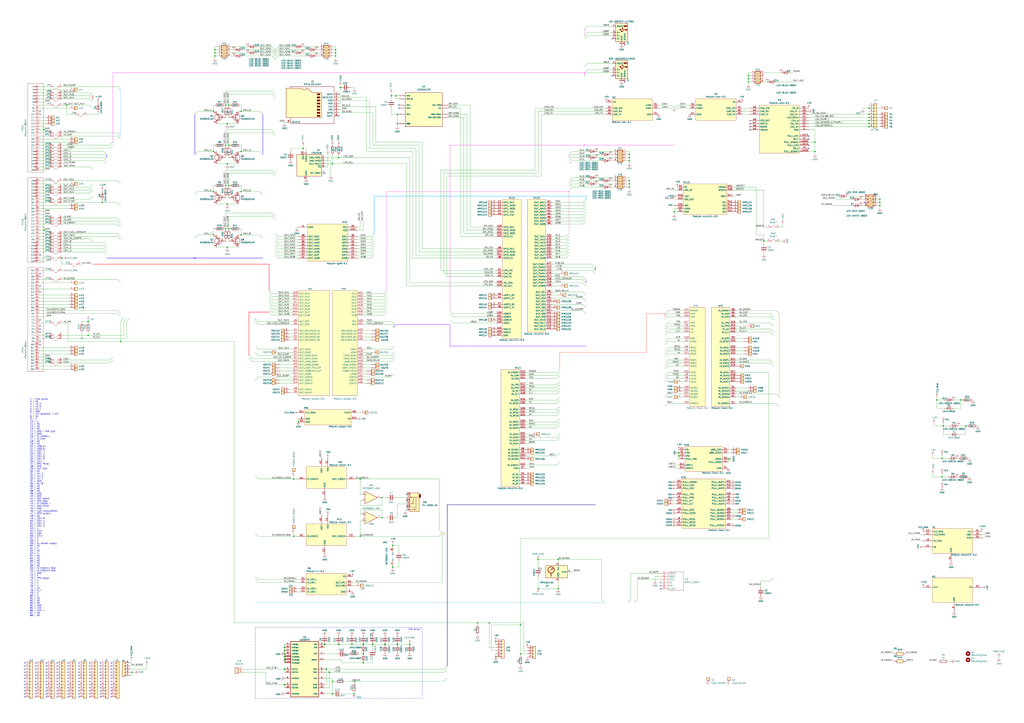
<source format=kicad_sch>
(kicad_sch (version 20210621) (generator eeschema)
  (paper "A1")
  (lib_symbols
    (symbol "Amplifier_Operational:MCP6002-xSN" (pin_names (offset 0.127))
      (property "Reference" "U" (at 0 5.08 0))
      (property "Value" "MCP6002-xSN" (at 0 -5.08 0))
      (symbol "MCP6002-xSN_1_1"
        (pin output line (at 7.62 0 180) (length 2.54) (name "~") (number "1"))
        (pin input line (at -7.62 -2.54 0) (length 2.54) (name "-") (number "2"))
        (pin input line (at -7.62 2.54 0) (length 2.54) (name "+") (number "3"))
      )
      (symbol "MCP6002-xSN_2_1"
        (pin input line (at -7.62 2.54 0) (length 2.54) (name "+") (number "5"))
        (pin input line (at -7.62 -2.54 0) (length 2.54) (name "-") (number "6"))
        (pin output line (at 7.62 0 180) (length 2.54) (name "~") (number "7"))
      )
      (symbol "MCP6002-xSN_3_1"
        (pin power_in line (at -2.54 -7.62 90) (length 3.81) (name "V-") (number "4"))
        (pin power_in line (at -2.54 7.62 270) (length 3.81) (name "V+") (number "8"))
      )
    )
    (symbol "Connector:AudioJack3_Switch"
      (property "Reference" "J" (at 0 11.43 0))
      (property "Value" "AudioJack3_Switch" (at 0 8.89 0))
      (symbol "AudioJack3_Switch_1_1"
        (pin passive line (at 5.08 0 180) (length 2.54) (name "~") (number "R"))
        (pin passive line (at 5.08 -2.54 180) (length 2.54) (name "~") (number "RN"))
        (pin passive line (at 5.08 5.08 180) (length 2.54) (name "~") (number "S"))
        (pin passive line (at 5.08 2.54 180) (length 2.54) (name "~") (number "SN"))
        (pin passive line (at 5.08 -5.08 180) (length 2.54) (name "~") (number "T"))
        (pin passive line (at 5.08 -7.62 180) (length 2.54) (name "~") (number "TN"))
      )
    )
    (symbol "Connector:Micro_SD_Card" (pin_names (offset 1.016))
      (property "Reference" "J" (at -16.51 15.24 0))
      (property "Value" "Micro_SD_Card" (at 16.51 15.24 0))
      (symbol "Micro_SD_Card_1_1"
        (pin bidirectional line (at -22.86 7.62 0) (length 3.81) (name "DAT2") (number "1"))
        (pin bidirectional line (at -22.86 5.08 0) (length 3.81) (name "DAT3/CD") (number "2"))
        (pin input line (at -22.86 2.54 0) (length 3.81) (name "CMD") (number "3"))
        (pin power_in line (at -22.86 0 0) (length 3.81) (name "VDD") (number "4"))
        (pin input line (at -22.86 -2.54 0) (length 3.81) (name "CLK") (number "5"))
        (pin power_in line (at -22.86 -5.08 0) (length 3.81) (name "VSS") (number "6"))
        (pin bidirectional line (at -22.86 -7.62 0) (length 3.81) (name "DAT0") (number "7"))
        (pin bidirectional line (at -22.86 -10.16 0) (length 3.81) (name "DAT1") (number "8"))
        (pin passive line (at 20.32 -15.24 180) (length 3.81) (name "SHIELD") (number "9"))
      )
    )
    (symbol "Connector:TestPoint" (pin_numbers hide) (pin_names (offset 0.762) hide)
      (property "Reference" "TP" (at 0 6.858 0))
      (property "Value" "TestPoint" (at 0 5.08 0))
      (symbol "TestPoint_1_1"
        (pin passive line (at 0 0 90) (length 2.54) (name "1") (number "1"))
      )
    )
    (symbol "Connector_Generic:Conn_01x01" (pin_names (offset 1.016) hide)
      (property "Reference" "J" (at 0 2.54 0))
      (property "Value" "Conn_01x01" (at 0 -2.54 0))
      (symbol "Conn_01x01_1_1"
        (pin passive line (at -5.08 0 0) (length 3.81) (name "Pin_1") (number "1"))
      )
    )
    (symbol "Connector_Generic:Conn_01x02" (pin_names (offset 1.016) hide)
      (property "Reference" "J" (at 0 2.54 0))
      (property "Value" "Conn_01x02" (at 0 -5.08 0))
      (symbol "Conn_01x02_1_1"
        (pin passive line (at -5.08 0 0) (length 3.81) (name "Pin_1") (number "1"))
        (pin passive line (at -5.08 -2.54 0) (length 3.81) (name "Pin_2") (number "2"))
      )
    )
    (symbol "Connector_Generic:Conn_01x04" (pin_names (offset 1.016) hide)
      (property "Reference" "J" (at 0 5.08 0))
      (property "Value" "Conn_01x04" (at 0 -7.62 0))
      (symbol "Conn_01x04_1_1"
        (pin passive line (at -5.08 2.54 0) (length 3.81) (name "Pin_1") (number "1"))
        (pin passive line (at -5.08 0 0) (length 3.81) (name "Pin_2") (number "2"))
        (pin passive line (at -5.08 -2.54 0) (length 3.81) (name "Pin_3") (number "3"))
        (pin passive line (at -5.08 -5.08 0) (length 3.81) (name "Pin_4") (number "4"))
      )
    )
    (symbol "Connector_Generic:Conn_01x05" (pin_names (offset 1.016) hide)
      (property "Reference" "J" (at 0 7.62 0))
      (property "Value" "Conn_01x05" (at 0 -7.62 0))
      (symbol "Conn_01x05_1_1"
        (pin passive line (at -5.08 5.08 0) (length 3.81) (name "Pin_1") (number "1"))
        (pin passive line (at -5.08 2.54 0) (length 3.81) (name "Pin_2") (number "2"))
        (pin passive line (at -5.08 0 0) (length 3.81) (name "Pin_3") (number "3"))
        (pin passive line (at -5.08 -2.54 0) (length 3.81) (name "Pin_4") (number "4"))
        (pin passive line (at -5.08 -5.08 0) (length 3.81) (name "Pin_5") (number "5"))
      )
    )
    (symbol "Connector_Generic:Conn_01x06" (pin_names (offset 1.016) hide)
      (property "Reference" "J" (at 0 7.62 0))
      (property "Value" "Conn_01x06" (at 0 -10.16 0))
      (symbol "Conn_01x06_1_1"
        (pin passive line (at -5.08 5.08 0) (length 3.81) (name "Pin_1") (number "1"))
        (pin passive line (at -5.08 2.54 0) (length 3.81) (name "Pin_2") (number "2"))
        (pin passive line (at -5.08 0 0) (length 3.81) (name "Pin_3") (number "3"))
        (pin passive line (at -5.08 -2.54 0) (length 3.81) (name "Pin_4") (number "4"))
        (pin passive line (at -5.08 -5.08 0) (length 3.81) (name "Pin_5") (number "5"))
        (pin passive line (at -5.08 -7.62 0) (length 3.81) (name "Pin_6") (number "6"))
      )
    )
    (symbol "Connector_Generic:Conn_01x08" (pin_names (offset 1.016) hide)
      (property "Reference" "J" (at 0 10.16 0))
      (property "Value" "Conn_01x08" (at 0 -12.7 0))
      (symbol "Conn_01x08_1_1"
        (pin passive line (at -5.08 7.62 0) (length 3.81) (name "Pin_1") (number "1"))
        (pin passive line (at -5.08 5.08 0) (length 3.81) (name "Pin_2") (number "2"))
        (pin passive line (at -5.08 2.54 0) (length 3.81) (name "Pin_3") (number "3"))
        (pin passive line (at -5.08 0 0) (length 3.81) (name "Pin_4") (number "4"))
        (pin passive line (at -5.08 -2.54 0) (length 3.81) (name "Pin_5") (number "5"))
        (pin passive line (at -5.08 -5.08 0) (length 3.81) (name "Pin_6") (number "6"))
        (pin passive line (at -5.08 -7.62 0) (length 3.81) (name "Pin_7") (number "7"))
        (pin passive line (at -5.08 -10.16 0) (length 3.81) (name "Pin_8") (number "8"))
      )
    )
    (symbol "Connector_Generic:Conn_01x12" (pin_names (offset 1.016) hide)
      (property "Reference" "J" (at 0 15.24 0))
      (property "Value" "Conn_01x12" (at 0 -17.78 0))
      (symbol "Conn_01x12_1_1"
        (pin passive line (at -5.08 12.7 0) (length 3.81) (name "Pin_1") (number "1"))
        (pin passive line (at -5.08 -10.16 0) (length 3.81) (name "Pin_10") (number "10"))
        (pin passive line (at -5.08 -12.7 0) (length 3.81) (name "Pin_11") (number "11"))
        (pin passive line (at -5.08 -15.24 0) (length 3.81) (name "Pin_12") (number "12"))
        (pin passive line (at -5.08 10.16 0) (length 3.81) (name "Pin_2") (number "2"))
        (pin passive line (at -5.08 7.62 0) (length 3.81) (name "Pin_3") (number "3"))
        (pin passive line (at -5.08 5.08 0) (length 3.81) (name "Pin_4") (number "4"))
        (pin passive line (at -5.08 2.54 0) (length 3.81) (name "Pin_5") (number "5"))
        (pin passive line (at -5.08 0 0) (length 3.81) (name "Pin_6") (number "6"))
        (pin passive line (at -5.08 -2.54 0) (length 3.81) (name "Pin_7") (number "7"))
        (pin passive line (at -5.08 -5.08 0) (length 3.81) (name "Pin_8") (number "8"))
        (pin passive line (at -5.08 -7.62 0) (length 3.81) (name "Pin_9") (number "9"))
      )
    )
    (symbol "Device:C" (pin_numbers hide) (pin_names (offset 0.254))
      (property "Reference" "C" (at 0.635 2.54 0))
      (property "Value" "C" (at 0.635 -2.54 0))
      (symbol "C_1_1"
        (pin passive line (at 0 3.81 270) (length 2.794) (name "~") (number "1"))
        (pin passive line (at 0 -3.81 90) (length 2.794) (name "~") (number "2"))
      )
    )
    (symbol "Device:D" (pin_numbers hide) (pin_names (offset 1.016) hide)
      (property "Reference" "D" (at 0 2.54 0))
      (property "Value" "D" (at 0 -2.54 0))
      (symbol "D_1_1"
        (pin passive line (at -3.81 0 0) (length 2.54) (name "K") (number "1"))
        (pin passive line (at 3.81 0 180) (length 2.54) (name "A") (number "2"))
      )
    )
    (symbol "Device:LED" (pin_numbers hide) (pin_names (offset 1.016) hide)
      (property "Reference" "D" (at 0 2.54 0))
      (property "Value" "LED" (at 0 -2.54 0))
      (symbol "LED_1_1"
        (pin passive line (at -3.81 0 0) (length 2.54) (name "K") (number "1"))
        (pin passive line (at 3.81 0 180) (length 2.54) (name "A") (number "2"))
      )
    )
    (symbol "Device:Q_NIGBT_GCE" (pin_names (offset 0) hide)
      (property "Reference" "Q" (at 5.08 1.27 0))
      (property "Value" "Q_NIGBT_GCE" (at 5.08 -1.27 0))
      (symbol "Q_NIGBT_GCE_1_1"
        (pin input line (at -5.08 0 0) (length 5.334) (name "G") (number "1"))
        (pin passive line (at 2.54 5.08 270) (length 2.54) (name "C") (number "2"))
        (pin passive line (at 2.54 -5.08 90) (length 2.54) (name "E") (number "3"))
      )
    )
    (symbol "Device:R" (pin_numbers hide) (pin_names (offset 0))
      (property "Reference" "R" (at 2.032 0 90))
      (property "Value" "R" (at 0 0 90))
      (symbol "R_1_1"
        (pin passive line (at 0 3.81 270) (length 1.27) (name "~") (number "1"))
        (pin passive line (at 0 -3.81 90) (length 1.27) (name "~") (number "2"))
      )
    )
    (symbol "Device:R_Pack04" (pin_names (offset 0) hide)
      (property "Reference" "RN" (at -7.62 0 90))
      (property "Value" "R_Pack04" (at 5.08 0 90))
      (symbol "R_Pack04_1_1"
        (pin passive line (at -5.08 -5.08 90) (length 2.54) (name "R1.1") (number "1"))
        (pin passive line (at -2.54 -5.08 90) (length 2.54) (name "R2.1") (number "2"))
        (pin passive line (at 0 -5.08 90) (length 2.54) (name "R3.1") (number "3"))
        (pin passive line (at 2.54 -5.08 90) (length 2.54) (name "R4.1") (number "4"))
        (pin passive line (at 2.54 5.08 270) (length 2.54) (name "R4.2") (number "5"))
        (pin passive line (at 0 5.08 270) (length 2.54) (name "R3.2") (number "6"))
        (pin passive line (at -2.54 5.08 270) (length 2.54) (name "R2.2") (number "7"))
        (pin passive line (at -5.08 5.08 270) (length 2.54) (name "R1.2") (number "8"))
      )
    )
    (symbol "Diode:1N4148WS" (pin_numbers hide) (pin_names (offset 1.016) hide)
      (property "Reference" "D" (at 0 2.54 0))
      (property "Value" "1N4148WS" (at 0 -2.54 0))
      (symbol "1N4148WS_1_1"
        (pin passive line (at -3.81 0 0) (length 2.54) (name "K") (number "1"))
        (pin passive line (at 3.81 0 180) (length 2.54) (name "A") (number "2"))
      )
    )
    (symbol "Jumper:Jumper_2_Open" (pin_names (offset 0) hide)
      (property "Reference" "JP" (at 0 2.794 0))
      (property "Value" "Jumper_2_Open" (at 0 -2.286 0))
      (symbol "Jumper_2_Open_1_1"
        (pin passive line (at -5.08 0 0) (length 2.54) (name "A") (number "1"))
        (pin passive line (at 5.08 0 180) (length 2.54) (name "B") (number "2"))
      )
    )
    (symbol "L6205PD:L6205PD" (pin_names (offset 1.016))
      (property "Reference" "U" (at -10.1854 24.0538 0))
      (property "Value" "L6205PD" (at -10.1854 -25.6794 0))
      (symbol "L6205PD_0_0"
        (pin power_in line (at 17.78 20.32 180) (length 5.08) (name "GND@1") (number "1"))
        (pin power_in line (at 17.78 17.78 180) (length 5.08) (name "GND@2") (number "10"))
        (pin power_in line (at 17.78 15.24 180) (length 5.08) (name "GND@3") (number "11"))
        (pin output line (at 17.78 -2.54 180) (length 5.08) (name "OUT1B") (number "12"))
        (pin power_in line (at 17.78 -20.32 180) (length 5.08) (name "SENSEB") (number "13"))
        (pin input line (at -15.24 -12.7 0) (length 5.08) (name "IN1B") (number "14"))
        (pin input line (at -15.24 -15.24 0) (length 5.08) (name "IN2B") (number "15"))
        (pin bidirectional line (at -15.24 -20.32 0) (length 5.08) (name "ENB") (number "16"))
        (pin passive line (at -15.24 7.62 0) (length 5.08) (name "VBOOT") (number "17"))
        (pin output line (at 17.78 -15.24 180) (length 5.08) (name "OUT2B") (number "18"))
        (pin power_in line (at -15.24 17.78 0) (length 5.08) (name "VSB") (number "19"))
        (pin power_in line (at -15.24 20.32 0) (length 5.08) (name "VSA") (number "2"))
        (pin power_in line (at 17.78 12.7 180) (length 5.08) (name "GND@4") (number "20"))
        (pin output line (at 17.78 -12.7 180) (length 5.08) (name "OUT2A") (number "3"))
        (pin passive line (at -15.24 12.7 0) (length 5.08) (name "VCP") (number "4"))
        (pin bidirectional line (at -15.24 -7.62 0) (length 5.08) (name "ENA") (number "5"))
        (pin input line (at -15.24 0 0) (length 5.08) (name "IN1A") (number "6"))
        (pin input line (at -15.24 -2.54 0) (length 5.08) (name "IN2A") (number "7"))
        (pin power_in line (at 17.78 -7.62 180) (length 5.08) (name "SENSEA") (number "8"))
        (pin output line (at 17.78 0 180) (length 5.08) (name "OUT1A") (number "9"))
        (pin power_in line (at 17.78 10.16 180) (length 5.08) (name "SLUG@1") (number "SLUG1"))
        (pin power_in line (at 17.78 7.62 180) (length 5.08) (name "SLUG@2") (number "SLUG2"))
        (pin power_in line (at 17.78 5.08 180) (length 5.08) (name "SLUG@3") (number "SLUG3"))
      )
    )
    (symbol "LIS2DW12TR:LIS2DW12TR" (pin_numbers hide) (pin_names (offset 1.016))
      (property "Reference" "U" (at -15.24 12.7 0))
      (property "Value" "LIS2DW12TR" (at -15.24 -17.78 0))
      (symbol "LIS2DW12TR_0_0"
        (pin input clock (at -20.32 2.54 0) (length 5.08) (name "SCL/SPC") (number "1"))
        (pin power_in line (at 20.32 7.62 180) (length 5.08) (name "VDD_IO") (number "10"))
        (pin output line (at 20.32 0 180) (length 5.08) (name "INT2") (number "11"))
        (pin output line (at 20.32 2.54 180) (length 5.08) (name "INT1") (number "12"))
        (pin input line (at -20.32 0 0) (length 5.08) (name "CS") (number "2"))
        (pin bidirectional line (at -20.32 -5.08 0) (length 5.08) (name "SDO/SDA0") (number "3"))
        (pin bidirectional line (at -20.32 -7.62 0) (length 5.08) (name "SDA/SDI/SDO") (number "4"))
        (pin power_in line (at 20.32 -12.7 180) (length 5.08) (name "GND") (number "6"))
        (pin passive line (at 20.32 -5.08 180) (length 5.08) (name "RES") (number "7"))
        (pin power_in line (at 20.32 -12.7 180) (length 5.08) (name "GND") (number "8"))
        (pin power_in line (at 20.32 10.16 180) (length 5.08) (name "VDD") (number "9"))
      )
    )
    (symbol "MPX-4_MAP:MPX4_MAP" (pin_names (offset 0.762))
      (property "Reference" "U" (at 0 10.16 0))
      (property "Value" "MPX4_MAP" (at 8.89 0 90))
      (symbol "MPX4_MAP_1_1"
        (pin passive line (at -8.89 6.35 0) (length 6.35) (name "VOUT") (number "1"))
        (pin passive line (at -8.89 3.81 0) (length 6.35) (name "GND") (number "2"))
        (pin passive line (at -8.89 1.27 0) (length 6.35) (name "VCC") (number "3"))
        (pin passive line (at -8.89 -1.27 0) (length 6.35) (name "V1") (number "4"))
        (pin passive line (at -8.89 -3.81 0) (length 6.35) (name "V2") (number "5"))
        (pin passive line (at -8.89 -6.35 0) (length 6.35) (name "V_EX") (number "6"))
      )
    )
    (symbol "Mechanical:MountingHole" (pin_names (offset 1.016))
      (property "Reference" "H" (at 0 5.08 0))
      (property "Value" "MountingHole" (at 0 3.175 0))
    )
    (symbol "Sensor_Pressure:LPS25HB"
      (property "Reference" "U" (at -10.16 8.89 0))
      (property "Value" "LPS25HB" (at 10.16 8.89 0))
      (symbol "LPS25HB_1_1"
        (pin power_in line (at -2.54 10.16 270) (length 2.54) (name "VDDio") (number "1"))
        (pin power_in line (at -5.08 10.16 270) (length 2.54) (name "VDD") (number "10"))
        (pin input line (at 12.7 0 180) (length 2.54) (name "SCL/SCLK") (number "2"))
        (pin passive line (at -2.54 -12.7 90) (length 2.54) hide (name "GND") (number "3"))
        (pin bidirectional line (at 12.7 5.08 180) (length 2.54) (name "SDA/MOSI") (number "4"))
        (pin bidirectional line (at 12.7 2.54 180) (length 2.54) (name "SA0/MISO") (number "5"))
        (pin input line (at 12.7 -2.54 180) (length 2.54) (name "~{CS}") (number "6"))
        (pin output line (at 12.7 -7.62 180) (length 2.54) (name "INT_DRDY") (number "7"))
        (pin power_in line (at -2.54 -12.7 90) (length 2.54) (name "GND") (number "8"))
        (pin passive line (at -2.54 -12.7 90) (length 2.54) hide (name "GND") (number "9"))
      )
    )
    (symbol "Sensor_Pressure:MPXA6115A"
      (property "Reference" "U" (at -10.16 6.35 0))
      (property "Value" "MPXA6115A" (at 1.27 6.35 0))
      (symbol "MPXA6115A_1_1"
        (pin no_connect line (at 5.08 -5.08 90) (length 2.54) hide (name "NC") (number "1"))
        (pin power_in line (at 0 7.62 270) (length 2.54) (name "Vcc") (number "2"))
        (pin power_in line (at 0 -7.62 90) (length 2.54) (name "GND") (number "3"))
        (pin output line (at 10.16 0 180) (length 2.54) (name "Vout") (number "4"))
        (pin no_connect line (at -7.62 -5.08 90) (length 2.54) hide (name "NC") (number "5"))
        (pin no_connect line (at -5.08 -5.08 90) (length 2.54) hide (name "NC") (number "6"))
        (pin no_connect line (at -2.54 -5.08 90) (length 2.54) hide (name "NC") (number "7"))
        (pin no_connect line (at 2.54 -5.08 90) (length 2.54) hide (name "NC") (number "8"))
      )
    )
    (symbol "Switch:SW_SPST" (pin_names (offset 0) hide)
      (property "Reference" "SW" (at 0 3.175 0))
      (property "Value" "SW_SPST" (at 0 -2.54 0))
      (symbol "SW_SPST_1_1"
        (pin passive line (at -5.08 0 0) (length 2.54) (name "A") (number "1"))
        (pin passive line (at 5.08 0 180) (length 2.54) (name "B") (number "2"))
      )
    )
    (symbol "hellen-one-can-0.1:Module-can-0.1"
      (property "Reference" "M" (at 0 0 0))
      (property "Value" "Module-can-0.1" (at 0 0 0))
      (symbol "Module-can-0.1_1_0"
        (pin passive line (at 38.1 -12.7 180) (length 5.08) (name "GND") (number "E1"))
        (pin passive line (at 38.1 -5.08 180) (length 5.08) (name "CANL") (number "S1"))
        (pin passive line (at 38.1 -7.62 180) (length 5.08) (name "CANH") (number "S2"))
        (pin passive line (at -5.08 -2.54 0) (length 5.08) (name "V5") (number "V1"))
        (pin passive line (at -5.08 -7.62 0) (length 5.08) (name "CAN_VIO") (number "V2"))
        (pin passive line (at -5.08 -12.7 0) (length 5.08) (name "CAN_TX") (number "V5"))
        (pin passive line (at -5.08 -10.16 0) (length 5.08) (name "CAN_RX") (number "V6"))
      )
    )
    (symbol "hellen-one-common:Pad" (pin_numbers hide) (pin_names (offset 1.016) hide)
      (property "Reference" "P" (at 2.54 0 0))
      (symbol "Pad_1_1"
        (pin passive line (at -5.08 0 0) (length 3.81) (name "Pin_1") (number "1"))
      )
    )
    (symbol "hellen-one-common:Pad_1" (pin_numbers hide) (pin_names (offset 1.016) hide)
      (property "Reference" "P" (at 2.54 0 0))
      (symbol "Pad_1_1_1"
        (pin passive line (at -5.08 0 0) (length 3.81) (name "Pin_1") (number "1"))
      )
    )
    (symbol "hellen-one-common:Pad_2" (pin_numbers hide) (pin_names (offset 1.016) hide)
      (property "Reference" "P" (at 2.54 0 0))
      (symbol "Pad_2_1_1"
        (pin passive line (at -5.08 0 0) (length 3.81) (name "Pin_1") (number "1"))
      )
    )
    (symbol "hellen-one-common:Pad_3" (pin_numbers hide) (pin_names (offset 1.016) hide)
      (property "Reference" "P" (at 2.54 0 0))
      (symbol "Pad_3_1_1"
        (pin passive line (at -5.08 0 0) (length 3.81) (name "Pin_1") (number "1"))
      )
    )
    (symbol "hellen-one-common:Pad_33" (pin_numbers hide) (pin_names (offset 1.016) hide)
      (property "Reference" "P" (at 2.54 0 0))
      (symbol "Pad_33_1_1"
        (pin passive line (at -5.08 0 0) (length 3.81) (name "Pin_1") (number "1"))
      )
    )
    (symbol "hellen-one-common:Pad_4" (pin_numbers hide) (pin_names (offset 1.016) hide)
      (property "Reference" "P" (at 2.54 0 0))
      (symbol "Pad_4_1_1"
        (pin passive line (at -5.08 0 0) (length 3.81) (name "Pin_1") (number "1"))
      )
    )
    (symbol "hellen-one-common:Res" (pin_numbers hide)
      (property "Reference" "R" (at 3.81 2.54 0))
      (property "Value" "Res" (at 5.08 -2.54 0))
      (symbol "Res_1_0"
        (pin passive line (at 0 0 0) (length 2.54) (name "") (number "1"))
        (pin passive line (at 10.16 0 180) (length 2.54) (name "") (number "2"))
      )
    )
    (symbol "hellen-one-common:USB_B_Mini" (pin_names (offset 1.016))
      (property "Reference" "J" (at -5.08 11.43 0))
      (property "Value" "USB_B_Mini" (at -5.08 8.89 0))
      (symbol "USB_B_Mini_1_1"
        (pin power_out line (at 7.62 5.08 180) (length 2.54) (name "VBUS") (number "1"))
        (pin passive line (at 7.62 -2.54 180) (length 2.54) (name "D-") (number "2"))
        (pin passive line (at 7.62 0 180) (length 2.54) (name "D+") (number "3"))
        (pin passive line (at 7.62 -5.08 180) (length 2.54) (name "ID") (number "4"))
        (pin power_out line (at 0 -10.16 90) (length 2.54) (name "GND") (number "5"))
        (pin passive line (at -2.54 -10.16 90) (length 2.54) (name "Shield") (number "6"))
      )
    )
    (symbol "hellen-one-ign8-0.1:Module-ign8-0.1"
      (property "Reference" "M" (at 0 0 0))
      (property "Value" "Module-ign8-0.1" (at 0 0 0))
      (symbol "Module-ign8-0.1_1_0"
        (pin passive line (at 40.64 -2.54 180) (length 7.62) (name "GND") (number "G"))
        (pin passive line (at 40.64 -27.94 180) (length 7.62) (name "OUT_IGN8") (number "S1"))
        (pin passive line (at 40.64 -25.4 180) (length 7.62) (name "OUT_IGN7") (number "S2"))
        (pin passive line (at 40.64 -22.86 180) (length 7.62) (name "OUT_IGN6") (number "S3"))
        (pin passive line (at 40.64 -20.32 180) (length 7.62) (name "OUT_IGN5") (number "S4"))
        (pin passive line (at 40.64 -17.78 180) (length 7.62) (name "OUT_IGN4") (number "S5"))
        (pin passive line (at 40.64 -15.24 180) (length 7.62) (name "OUT_IGN3") (number "S6"))
        (pin passive line (at 40.64 -12.7 180) (length 7.62) (name "OUT_IGN2") (number "S7"))
        (pin passive line (at 40.64 -10.16 180) (length 7.62) (name "OUT_IGN1") (number "S8"))
        (pin passive line (at -7.62 -27.94 0) (length 7.62) (name "IGN8") (number "V1"))
        (pin passive line (at -7.62 -5.08 0) (length 7.62) (name "V33") (number "V10"))
        (pin passive line (at -7.62 -25.4 0) (length 7.62) (name "IGN7") (number "V2"))
        (pin passive line (at -7.62 -22.86 0) (length 7.62) (name "IGN6") (number "V3"))
        (pin passive line (at -7.62 -20.32 0) (length 7.62) (name "IGN5") (number "V4"))
        (pin passive line (at -7.62 -17.78 0) (length 7.62) (name "IGN4") (number "V5"))
        (pin passive line (at -7.62 -15.24 0) (length 7.62) (name "IGN3") (number "V6"))
        (pin passive line (at -7.62 -12.7 0) (length 7.62) (name "IGN2") (number "V7"))
        (pin passive line (at -7.62 -10.16 0) (length 7.62) (name "IGN1") (number "V8"))
        (pin passive line (at -7.62 -2.54 0) (length 7.62) (name "VCC") (number "V9"))
      )
    )
    (symbol "hellen-one-input-0.1:Module-input-0.1"
      (property "Reference" "M" (at 0 0 0))
      (property "Value" "Module-input-0.1" (at 0 0 0))
      (symbol "Module-input-0.1_1_0"
        (pin passive line (at 17.78 -53.34 180) (length 5.08) (name "AUX1") (number "N10"))
        (pin passive line (at 17.78 -38.1 180) (length 5.08) (name "RES3") (number "N11"))
        (pin passive line (at 17.78 -48.26 180) (length 5.08) (name "MAP3") (number "N12"))
        (pin passive line (at 17.78 -45.72 180) (length 5.08) (name "MAP2") (number "N13"))
        (pin passive line (at 17.78 -43.18 180) (length 5.08) (name "MAP1") (number "N14"))
        (pin passive line (at 17.78 -17.78 180) (length 5.08) (name "IAT") (number "N15"))
        (pin passive line (at 17.78 -20.32 180) (length 5.08) (name "CLT") (number "N16"))
        (pin passive line (at 17.78 -12.7 180) (length 5.08) (name "TPS") (number "N17"))
        (pin passive line (at 17.78 -25.4 180) (length 5.08) (name "O2S") (number "N18"))
        (pin passive line (at 17.78 -5.08 180) (length 5.08) (name "CAM") (number "N19"))
        (pin passive line (at 17.78 -7.62 180) (length 5.08) (name "VSS") (number "N20"))
        (pin passive line (at 17.78 -2.54 180) (length 5.08) (name "CRANK") (number "N21"))
        (pin passive line (at 17.78 -78.74 180) (length 5.08) (name "KNOCK") (number "N22"))
        (pin passive line (at 17.78 -73.66 180) (length 5.08) (name "SENS4") (number "N23"))
        (pin passive line (at 17.78 -71.12 180) (length 5.08) (name "SENS3") (number "N24"))
        (pin passive line (at 17.78 -68.58 180) (length 5.08) (name "SENS2") (number "N25"))
        (pin passive line (at 17.78 -66.04 180) (length 5.08) (name "SENS1") (number "N26"))
        (pin passive line (at 17.78 -35.56 180) (length 5.08) (name "RES2") (number "N3"))
        (pin passive line (at 17.78 -27.94 180) (length 5.08) (name "O2S2") (number "N4"))
        (pin passive line (at 17.78 -15.24 180) (length 5.08) (name "PPS") (number "N5"))
        (pin passive line (at 17.78 -33.02 180) (length 5.08) (name "RES1") (number "N6"))
        (pin passive line (at 17.78 -60.96 180) (length 5.08) (name "AUX4") (number "N7"))
        (pin passive line (at 17.78 -58.42 180) (length 5.08) (name "AUX3") (number "N8"))
        (pin passive line (at 17.78 -55.88 180) (length 5.08) (name "AUX2") (number "N9"))
      )
      (symbol "Module-input-0.1_2_0"
        (pin passive line (at 35.56 -17.78 180) (length 5.08) (name "GND") (number "E1"))
        (pin passive line (at -5.08 -2.54 0) (length 5.08) (name "V5") (number "E2"))
        (pin passive line (at 35.56 -5.08 180) (length 5.08) (name "WBO_O2S2") (number "E3"))
        (pin passive line (at 35.56 -2.54 180) (length 5.08) (name "WBO_O2S") (number "E4"))
        (pin passive line (at -5.08 -7.62 0) (length 5.08) (name "V5A") (number "E5"))
        (pin passive line (at -5.08 -10.16 0) (length 5.08) (name "PULL_V5A") (number "J1"))
        (pin passive line (at 35.56 -12.7 180) (length 5.08) (name "PULL_GNDA") (number "J2"))
        (pin passive line (at -5.08 -5.08 0) (length 5.08) (name "V5A") (number "N1"))
        (pin passive line (at 35.56 -10.16 180) (length 5.08) (name "GNDA") (number "N2"))
        (pin passive line (at -5.08 -17.78 0) (length 5.08) (name "VREF2") (number "S13"))
        (pin passive line (at -5.08 -15.24 0) (length 5.08) (name "VREF1") (number "S14"))
      )
      (symbol "Module-input-0.1_3_0"
        (pin passive line (at -5.08 -66.04 0) (length 5.08) (name "IN_SENS1") (number "S1"))
        (pin passive line (at -5.08 -12.7 0) (length 5.08) (name "IN_TPS") (number "S10"))
        (pin passive line (at -5.08 -43.18 0) (length 5.08) (name "IN_MAP1") (number "S11"))
        (pin passive line (at -5.08 -45.72 0) (length 5.08) (name "IN_MAP2") (number "S12"))
        (pin passive line (at -5.08 -20.32 0) (length 5.08) (name "IN_CLT") (number "S15"))
        (pin passive line (at -5.08 -17.78 0) (length 5.08) (name "IN_IAT") (number "S16"))
        (pin passive line (at -5.08 -53.34 0) (length 5.08) (name "IN_AUX1") (number "S17"))
        (pin passive line (at -5.08 -55.88 0) (length 5.08) (name "IN_AUX2") (number "S18"))
        (pin passive line (at -5.08 -48.26 0) (length 5.08) (name "IN_MAP3") (number "S19"))
        (pin passive line (at -5.08 -68.58 0) (length 5.08) (name "IN_SENS2") (number "S2"))
        (pin passive line (at -5.08 -58.42 0) (length 5.08) (name "IN_AUX3") (number "S20"))
        (pin passive line (at -5.08 -60.96 0) (length 5.08) (name "IN_AUX4") (number "S21"))
        (pin passive line (at -5.08 -38.1 0) (length 5.08) (name "IN_RES3") (number "S22"))
        (pin passive line (at -5.08 -33.02 0) (length 5.08) (name "IN_RES1") (number "S23"))
        (pin passive line (at -5.08 -15.24 0) (length 5.08) (name "IN_PPS") (number "S24"))
        (pin passive line (at -5.08 -27.94 0) (length 5.08) (name "IN_O2S2") (number "S25"))
        (pin passive line (at -5.08 -35.56 0) (length 5.08) (name "IN_RES2") (number "S26"))
        (pin passive line (at -5.08 -71.12 0) (length 5.08) (name "IN_SENS3") (number "S3"))
        (pin passive line (at -5.08 -73.66 0) (length 5.08) (name "IN_SENS4") (number "S4"))
        (pin passive line (at -5.08 -5.08 0) (length 5.08) (name "IN_CAM") (number "S5"))
        (pin passive line (at -5.08 -7.62 0) (length 5.08) (name "IN_VSS") (number "S6"))
        (pin passive line (at -5.08 -78.74 0) (length 5.08) (name "IN_KNOCK") (number "S7"))
        (pin passive line (at -5.08 -2.54 0) (length 5.08) (name "IN_CRANK") (number "S8"))
        (pin passive line (at -5.08 -25.4 0) (length 5.08) (name "IN_O2S") (number "S9"))
      )
      (symbol "Module-input-0.1_4_0"
        (pin passive line (at 40.64 -12.7 180) (length 5.08) (name "PULL_AUX1") (number "J10"))
        (pin passive line (at -5.08 -38.1 0) (length 5.08) (name "PULL_RES3") (number "J11"))
        (pin passive line (at 40.64 -7.62 180) (length 5.08) (name "PULL_MAP3") (number "J12"))
        (pin passive line (at 40.64 -5.08 180) (length 5.08) (name "PULL_MAP2") (number "J13"))
        (pin passive line (at 40.64 -2.54 180) (length 5.08) (name "PULL_MAP1") (number "J14"))
        (pin passive line (at -5.08 -17.78 0) (length 5.08) (name "PULL_IAT") (number "J15"))
        (pin passive line (at -5.08 -20.32 0) (length 5.08) (name "PULL_CLT") (number "J16"))
        (pin passive line (at -5.08 -5.08 0) (length 5.08) (name "PULL_CAM") (number "J17"))
        (pin passive line (at -5.08 -7.62 0) (length 5.08) (name "PULL_VSS") (number "J18"))
        (pin passive line (at -5.08 -12.7 0) (length 5.08) (name "PULL_TPS") (number "J19"))
        (pin passive line (at -5.08 -25.4 0) (length 5.08) (name "PULL_O2S") (number "J20"))
        (pin passive line (at -5.08 -2.54 0) (length 5.08) (name "PULL_CRANK") (number "J21"))
        (pin passive line (at 40.64 -38.1 180) (length 5.08) (name "PULL_KNOCK") (number "J22"))
        (pin passive line (at 40.64 -33.02 180) (length 5.08) (name "PULL_SENS4") (number "J23"))
        (pin passive line (at 40.64 -30.48 180) (length 5.08) (name "PULL_SENS3") (number "J24"))
        (pin passive line (at 40.64 -27.94 180) (length 5.08) (name "PULL_SENS2") (number "J25"))
        (pin passive line (at 40.64 -25.4 180) (length 5.08) (name "PULL_SENS1") (number "J26"))
        (pin passive line (at -5.08 -35.56 0) (length 5.08) (name "PULL_RES2") (number "J3"))
        (pin passive line (at -5.08 -27.94 0) (length 5.08) (name "PULL_O2S2") (number "J4"))
        (pin passive line (at -5.08 -15.24 0) (length 5.08) (name "PULL_PPS") (number "J5"))
        (pin passive line (at -5.08 -33.02 0) (length 5.08) (name "PULL_RES1") (number "J6"))
        (pin passive line (at 40.64 -20.32 180) (length 5.08) (name "PULL_AUX4") (number "J7"))
        (pin passive line (at 40.64 -17.78 180) (length 5.08) (name "PULL_AUX3") (number "J8"))
        (pin passive line (at 40.64 -15.24 180) (length 5.08) (name "PULL_AUX2") (number "J9"))
      )
    )
    (symbol "hellen-one-knock-0.1:Module-knock-0.1"
      (property "Reference" "M" (at 0 0 0))
      (property "Value" "Module-knock-0.1" (at 0 0 0))
      (symbol "Module-knock-0.1_1_0"
        (pin passive line (at 17.78 7.62 270) (length 7.62) (name "V5A") (number "E1"))
        (pin passive line (at 15.24 -25.4 90) (length 7.62) (name "GND") (number "E2"))
        (pin passive line (at 40.64 -10.16 180) (length 7.62) (name "OUT_KNOCK") (number "E3"))
        (pin passive line (at -7.62 -10.16 0) (length 7.62) (name "IN_KNOCK") (number "W1"))
        (pin passive line (at 12.7 7.62 270) (length 7.62) (name "VREF") (number "W2"))
      )
    )
    (symbol "hellen-one-mcu-000.5:Module-mcu-0.5"
      (property "Reference" "M" (at 0 0 0))
      (property "Value" "Module-mcu-0.5" (at 0 0 0))
      (symbol "Module-mcu-0.5_1_0"
        (pin passive line (at 20.32 -2.54 180) (length 5.08) (name "SPI1_SCK") (number "E1"))
        (pin passive line (at 20.32 -5.08 180) (length 5.08) (name "SPI1_MISO") (number "E2"))
        (pin passive line (at 20.32 -7.62 180) (length 5.08) (name "SPI1_MOSI") (number "E3"))
        (pin passive line (at 20.32 -10.16 180) (length 5.08) (name "SPI1_CS1") (number "E4"))
        (pin passive line (at 20.32 -12.7 180) (length 5.08) (name "SPI1_CS2") (number "E5"))
        (pin passive line (at 20.32 -58.42 180) (length 5.08) (name "CAN_VIO") (number "N1"))
        (pin passive line (at 20.32 -43.18 180) (length 5.08) (name "SPI3_MISO") (number "N10"))
        (pin passive line (at 20.32 -45.72 180) (length 5.08) (name "SPI3_MOSI") (number "N11"))
        (pin passive line (at 20.32 -68.58 180) (length 5.08) (name "I2C_SDA") (number "N18"))
        (pin passive line (at 20.32 -71.12 180) (length 5.08) (name "I2C_SCL") (number "N19"))
        (pin passive line (at 20.32 -60.96 180) (length 5.08) (name "CAN_RX") (number "N2"))
        (pin passive line (at 20.32 -22.86 180) (length 5.08) (name "SPI2_SCK") (number "N20"))
        (pin passive line (at 20.32 -25.4 180) (length 5.08) (name "SPI2_MISO") (number "N21"))
        (pin passive line (at 20.32 -27.94 180) (length 5.08) (name "SPI2_MOSI") (number "N22"))
        (pin passive line (at 20.32 -30.48 180) (length 5.08) (name "SPI2_CS") (number "N23"))
        (pin passive line (at 20.32 -106.68 180) (length 5.08) (name "SWCLK") (number "N25"))
        (pin passive line (at 20.32 -109.22 180) (length 5.08) (name "SWDIO") (number "N26"))
        (pin passive line (at 20.32 -111.76 180) (length 5.08) (name "SWO") (number "N27"))
        (pin passive line (at 20.32 -101.6 180) (length 5.08) (name "VBUS") (number "N29"))
        (pin passive line (at 20.32 -63.5 180) (length 5.08) (name "CAN_TX") (number "N3"))
        (pin passive line (at 20.32 -93.98 180) (length 5.08) (name "USB1P") (number "N30"))
        (pin passive line (at 20.32 -96.52 180) (length 5.08) (name "USB1M") (number "N31"))
        (pin passive line (at 20.32 -99.06 180) (length 5.08) (name "USB1ID") (number "N32"))
        (pin passive line (at 20.32 -81.28 180) (length 5.08) (name "UART1_TX") (number "N4"))
        (pin passive line (at 20.32 -78.74 180) (length 5.08) (name "UART1_RX") (number "N5"))
        (pin passive line (at 20.32 -88.9 180) (length 5.08) (name "UART2_TX") (number "N6"))
        (pin passive line (at 20.32 -86.36 180) (length 5.08) (name "UART2_RX") (number "N7"))
        (pin passive line (at 20.32 -48.26 180) (length 5.08) (name "SPI3_CS") (number "N8"))
        (pin passive line (at 20.32 -40.64 180) (length 5.08) (name "SPI3_SCK") (number "N9"))
      )
      (symbol "Module-mcu-0.5_2_0"
        (pin passive line (at 20.32 -99.06 180) (length 5.08) (name "OUT_IO10") (number "E10"))
        (pin passive line (at 20.32 -96.52 180) (length 5.08) (name "OUT_IO9") (number "E11"))
        (pin passive line (at 20.32 -78.74 180) (length 5.08) (name "OUT_IO2") (number "E12"))
        (pin passive line (at 20.32 -104.14 180) (length 5.08) (name "OUT_IO12") (number "E13"))
        (pin passive line (at 20.32 -55.88 180) (length 5.08) (name "OUT_PWM2") (number "E14"))
        (pin passive line (at 20.32 -58.42 180) (length 5.08) (name "OUT_PWM3") (number "E15"))
        (pin passive line (at 20.32 -60.96 180) (length 5.08) (name "OUT_PWM4") (number "E16"))
        (pin passive line (at 20.32 -63.5 180) (length 5.08) (name "OUT_PWM5") (number "E17"))
        (pin passive line (at 20.32 -66.04 180) (length 5.08) (name "OUT_PWM6") (number "E18"))
        (pin passive line (at 20.32 -68.58 180) (length 5.08) (name "OUT_PWM7") (number "E19"))
        (pin passive line (at 20.32 -101.6 180) (length 5.08) (name "OUT_IO11") (number "E20"))
        (pin passive line (at 20.32 -91.44 180) (length 5.08) (name "OUT_IO7") (number "E21"))
        (pin passive line (at 20.32 -93.98 180) (length 5.08) (name "OUT_IO8") (number "E22"))
        (pin passive line (at 20.32 -83.82 180) (length 5.08) (name "OUT_IO4") (number "E23"))
        (pin passive line (at 20.32 -106.68 180) (length 5.08) (name "OUT_IO13") (number "E24"))
        (pin passive line (at 20.32 -30.48 180) (length 5.08) (name "OUT_INJ1") (number "E25"))
        (pin passive line (at 20.32 -33.02 180) (length 5.08) (name "OUT_INJ2") (number "E26"))
        (pin passive line (at 20.32 -53.34 180) (length 5.08) (name "OUT_PWM1") (number "E27"))
        (pin passive line (at 20.32 -71.12 180) (length 5.08) (name "OUT_PWM8") (number "E28"))
        (pin passive line (at 20.32 -35.56 180) (length 5.08) (name "OUT_INJ3") (number "E29"))
        (pin passive line (at 20.32 -38.1 180) (length 5.08) (name "OUT_INJ4") (number "E30"))
        (pin passive line (at 20.32 -40.64 180) (length 5.08) (name "OUT_INJ5") (number "E31"))
        (pin passive line (at 20.32 -43.18 180) (length 5.08) (name "OUT_INJ6") (number "E32"))
        (pin passive line (at 20.32 -45.72 180) (length 5.08) (name "OUT_INJ7") (number "E33"))
        (pin passive line (at 20.32 -48.26 180) (length 5.08) (name "OUT_INJ8") (number "E34"))
        (pin passive line (at 20.32 -81.28 180) (length 5.08) (name "OUT_IO3") (number "E6"))
        (pin passive line (at 20.32 -86.36 180) (length 5.08) (name "OUT_IO5") (number "E7"))
        (pin passive line (at 20.32 -76.2 180) (length 5.08) (name "OUT_IO1") (number "E8"))
        (pin passive line (at 20.32 -88.9 180) (length 5.08) (name "OUT_IO6") (number "E9"))
        (pin passive line (at 20.32 -2.54 180) (length 5.08) (name "OUT_IGN1") (number "W1"))
        (pin passive line (at 20.32 -5.08 180) (length 5.08) (name "OUT_IGN2") (number "W2"))
        (pin passive line (at 20.32 -7.62 180) (length 5.08) (name "OUT_IGN3") (number "W3"))
        (pin passive line (at 20.32 -10.16 180) (length 5.08) (name "OUT_IGN4") (number "W4"))
        (pin passive line (at 20.32 -12.7 180) (length 5.08) (name "OUT_IGN5") (number "W5"))
        (pin passive line (at 20.32 -15.24 180) (length 5.08) (name "OUT_IGN6") (number "W6"))
        (pin passive line (at 20.32 -17.78 180) (length 5.08) (name "OUT_IGN7") (number "W7"))
        (pin passive line (at 20.32 -20.32 180) (length 5.08) (name "OUT_IGN8") (number "W8"))
      )
      (symbol "Module-mcu-0.5_3_0"
        (pin passive line (at -5.08 -71.12 0) (length 5.08) (name "IN_SENS3") (number "S10"))
        (pin passive line (at -5.08 -73.66 0) (length 5.08) (name "IN_SENS4") (number "S11"))
        (pin passive line (at -5.08 -78.74 0) (length 5.08) (name "IN_KNOCK") (number "S12"))
        (pin passive line (at -5.08 -2.54 0) (length 5.08) (name "IN_CRANK") (number "S13"))
        (pin passive line (at -5.08 -7.62 0) (length 5.08) (name "IN_VSS") (number "S14"))
        (pin passive line (at -5.08 -5.08 0) (length 5.08) (name "IN_CAM") (number "S15"))
        (pin passive line (at -5.08 -25.4 0) (length 5.08) (name "IN_O2S") (number "S16"))
        (pin passive line (at -5.08 -12.7 0) (length 5.08) (name "IN_TPS") (number "S17"))
        (pin passive line (at -5.08 -20.32 0) (length 5.08) (name "IN_CLT") (number "S18"))
        (pin passive line (at -5.08 -17.78 0) (length 5.08) (name "IN_IAT") (number "S19"))
        (pin passive line (at -5.08 -43.18 0) (length 5.08) (name "IN_MAP1") (number "S20"))
        (pin passive line (at -5.08 -45.72 0) (length 5.08) (name "IN_MAP2") (number "S21"))
        (pin passive line (at -5.08 -48.26 0) (length 5.08) (name "IN_MAP3") (number "S22"))
        (pin passive line (at -5.08 -38.1 0) (length 5.08) (name "IN_RES3") (number "S23"))
        (pin passive line (at -5.08 -53.34 0) (length 5.08) (name "IN_AUX1") (number "S24"))
        (pin passive line (at -5.08 -55.88 0) (length 5.08) (name "IN_AUX2") (number "S25"))
        (pin passive line (at -5.08 -58.42 0) (length 5.08) (name "IN_AUX3") (number "S26"))
        (pin passive line (at -5.08 -60.96 0) (length 5.08) (name "IN_AUX4") (number "S27"))
        (pin passive line (at -5.08 -33.02 0) (length 5.08) (name "IN_RES1") (number "S28"))
        (pin passive line (at -5.08 -15.24 0) (length 5.08) (name "IN_PPS") (number "S29"))
        (pin passive line (at -5.08 -86.36 0) (length 5.08) (name "IN_D1") (number "S3"))
        (pin passive line (at -5.08 -27.94 0) (length 5.08) (name "IN_O2S2") (number "S30"))
        (pin passive line (at -5.08 -35.56 0) (length 5.08) (name "IN_RES2") (number "S31"))
        (pin passive line (at -5.08 -88.9 0) (length 5.08) (name "IN_D2") (number "S4"))
        (pin passive line (at -5.08 -91.44 0) (length 5.08) (name "IN_D3") (number "S5"))
        (pin passive line (at -5.08 -93.98 0) (length 5.08) (name "IN_D4") (number "S6"))
        (pin passive line (at -5.08 -81.28 0) (length 5.08) (name "VIGN") (number "S7"))
        (pin passive line (at -5.08 -66.04 0) (length 5.08) (name "IN_SENS1") (number "S8"))
        (pin passive line (at -5.08 -68.58 0) (length 5.08) (name "IN_SENS2") (number "S9"))
      )
      (symbol "Module-mcu-0.5_4_0"
        (pin passive line (at 40.64 -15.24 180) (length 5.08) (name "IO1") (number "N12"))
        (pin passive line (at 40.64 -17.78 180) (length 5.08) (name "IO2") (number "N13"))
        (pin passive line (at 40.64 -20.32 180) (length 5.08) (name "IO3") (number "N14"))
        (pin passive line (at 40.64 -22.86 180) (length 5.08) (name "IO4") (number "N15"))
        (pin passive line (at -5.08 -10.16 0) (length 5.08) (name "V33") (number "N16"))
        (pin passive line (at 40.64 -10.16 180) (length 5.08) (name "VBAT") (number "N17"))
        (pin passive line (at 40.64 -2.54 180) (length 5.08) (name "nReset") (number "N24"))
        (pin passive line (at 40.64 -5.08 180) (length 5.08) (name "BOOT0") (number "N28"))
        (pin passive line (at -5.08 -2.54 0) (length 5.08) (name "V5") (number "S1"))
        (pin passive line (at -5.08 -22.86 0) (length 5.08) (name "GND") (number "S2"))
        (pin passive line (at -5.08 -20.32 0) (length 5.08) (name "GNDA") (number "S32"))
        (pin passive line (at -5.08 -17.78 0) (length 5.08) (name "V5A") (number "S33"))
        (pin passive line (at -5.08 -12.7 0) (length 5.08) (name "IGN_V33") (number "W10"))
        (pin passive line (at -5.08 -5.08 0) (length 5.08) (name "IGN_V5") (number "W9"))
      )
    )
    (symbol "hellen-one-output-0.2:Module-output-0.2"
      (property "Reference" "M" (at 0 0 0))
      (property "Value" "Module-output-0.2" (at 0 0 0))
      (symbol "Module-output-0.2_1_0"
        (pin passive line (at -5.08 -7.62 0) (length 5.08) (name "GND") (number "G"))
        (pin passive line (at -5.08 -2.54 0) (length 5.08) (name "V12_RAW") (number "S11"))
        (pin passive line (at -5.08 -10.16 0) (length 5.08) (name "GND") (number "S3"))
        (pin passive line (at 43.18 -7.62 180) (length 5.08) (name "V5") (number "W14"))
        (pin passive line (at 43.18 -2.54 180) (length 5.08) (name "V12P") (number "W5"))
      )
      (symbol "Module-output-0.2_2_0"
        (pin passive line (at -5.08 -20.32 0) (length 5.08) (name "INJ8") (number "W15"))
        (pin passive line (at -5.08 -17.78 0) (length 5.08) (name "INJ7") (number "W16"))
        (pin passive line (at -5.08 -15.24 0) (length 5.08) (name "INJ6") (number "W17"))
        (pin passive line (at -5.08 -12.7 0) (length 5.08) (name "INJ5") (number "W18"))
        (pin passive line (at -5.08 -10.16 0) (length 5.08) (name "INJ4") (number "W19"))
        (pin passive line (at -5.08 -7.62 0) (length 5.08) (name "INJ3") (number "W20"))
        (pin passive line (at -5.08 -48.26 0) (length 5.08) (name "LOW1") (number "W21"))
        (pin passive line (at -5.08 -27.94 0) (length 5.08) (name "PP2") (number "W22"))
        (pin passive line (at -5.08 -5.08 0) (length 5.08) (name "INJ2") (number "W23"))
        (pin passive line (at -5.08 -2.54 0) (length 5.08) (name "INJ1") (number "W24"))
        (pin passive line (at -5.08 -60.96 0) (length 5.08) (name "LOW6_DIODE") (number "W25"))
        (pin passive line (at -5.08 -71.12 0) (length 5.08) (name "LOW10") (number "W26"))
        (pin passive line (at -5.08 -68.58 0) (length 5.08) (name "LOW9") (number "W27"))
        (pin passive line (at -5.08 -25.4 0) (length 5.08) (name "PP1") (number "W28"))
        (pin passive line (at -5.08 -50.8 0) (length 5.08) (name "LOW2") (number "W29"))
        (pin passive line (at -5.08 -40.64 0) (length 5.08) (name "SOLENOID_B2") (number "W30"))
        (pin passive line (at -5.08 -38.1 0) (length 5.08) (name "SOLENOID_B1") (number "W31"))
        (pin passive line (at -5.08 -35.56 0) (length 5.08) (name "SOLENOID_A2") (number "W32"))
        (pin passive line (at -5.08 -33.02 0) (length 5.08) (name "SOLENOID_A1") (number "W33"))
        (pin passive line (at -5.08 -55.88 0) (length 5.08) (name "LOW4_DUAL") (number "W34"))
        (pin passive line (at -5.08 -73.66 0) (length 5.08) (name "LOW11") (number "W35"))
        (pin passive line (at -5.08 -76.2 0) (length 5.08) (name "LOW12") (number "W36"))
        (pin passive line (at -5.08 -66.04 0) (length 5.08) (name "LOW8_HIGH2") (number "W37"))
        (pin passive line (at -5.08 -53.34 0) (length 5.08) (name "LOW3_DUAL") (number "W38"))
        (pin passive line (at -5.08 -63.5 0) (length 5.08) (name "LOW7_HIGH1") (number "W39"))
        (pin passive line (at -5.08 -58.42 0) (length 5.08) (name "LOW5_MAIN") (number "W40"))
      )
      (symbol "Module-output-0.2_3_0"
        (pin passive line (at 30.48 -33.02 180) (length 5.08) (name "OUT_SOLENOID_A1") (number "S1"))
        (pin passive line (at 30.48 -73.66 180) (length 5.08) (name "OUT_LOW11") (number "S10"))
        (pin passive line (at 30.48 -66.04 180) (length 5.08) (name "OUT_LOW8_PULLUP") (number "S12"))
        (pin passive line (at 30.48 -76.2 180) (length 5.08) (name "OUT_LOW12") (number "S13"))
        (pin passive line (at 30.48 -68.58 180) (length 5.08) (name "OUT_LOW9") (number "S14"))
        (pin passive line (at 30.48 -15.24 180) (length 5.08) (name "OUT_INJ6") (number "S15"))
        (pin passive line (at 30.48 -5.08 180) (length 5.08) (name "OUT_INJ2") (number "S16"))
        (pin passive line (at 30.48 -7.62 180) (length 5.08) (name "OUT_INJ3") (number "S17"))
        (pin passive line (at 30.48 -2.54 180) (length 5.08) (name "OUT_INJ1") (number "S18"))
        (pin passive line (at 30.48 -35.56 180) (length 5.08) (name "OUT_SOLENOID_A2") (number "S2"))
        (pin passive line (at 30.48 -38.1 180) (length 5.08) (name "OUT_SOLENOID_B1") (number "S4"))
        (pin passive line (at 30.48 -40.64 180) (length 5.08) (name "OUT_SOLENOID_B2") (number "S5"))
        (pin passive line (at 30.48 -27.94 180) (length 5.08) (name "OUT_PP2") (number "S6"))
        (pin passive line (at 30.48 -53.34 180) (length 5.08) (name "OUT_LOW3_DUAL") (number "S7"))
        (pin passive line (at 30.48 -48.26 180) (length 5.08) (name "OUT_LOW1") (number "S8"))
        (pin passive line (at 30.48 -83.82 180) (length 5.08) (name "OUT_HIGH2") (number "S9"))
        (pin passive line (at 30.48 -50.8 180) (length 5.08) (name "OUT_LOW2") (number "W1"))
        (pin passive line (at 30.48 -12.7 180) (length 5.08) (name "OUT_INJ5") (number "W10"))
        (pin passive line (at 30.48 -20.32 180) (length 5.08) (name "OUT_INJ8") (number "W11"))
        (pin passive line (at 30.48 -17.78 180) (length 5.08) (name "OUT_INJ7") (number "W12"))
        (pin passive line (at 30.48 -58.42 180) (length 5.08) (name "OUT_LOW5_MAIN") (number "W13"))
        (pin passive line (at 30.48 -71.12 180) (length 5.08) (name "OUT_LOW10") (number "W2"))
        (pin passive line (at 30.48 -60.96 180) (length 5.08) (name "OUT_LOW6_DIODE") (number "W3"))
        (pin passive line (at 30.48 -55.88 180) (length 5.08) (name "OUT_LOW4_DUAL") (number "W4"))
        (pin passive line (at 30.48 -25.4 180) (length 5.08) (name "OUT_PP1") (number "W6"))
        (pin passive line (at 30.48 -10.16 180) (length 5.08) (name "OUT_INJ4") (number "W7"))
        (pin passive line (at 30.48 -81.28 180) (length 5.08) (name "OUT_HIGH1") (number "W8"))
        (pin passive line (at 30.48 -63.5 180) (length 5.08) (name "OUT_LOW7_PULLUP") (number "W9"))
      )
    )
    (symbol "hellen-one-power12-0.2:Module-power12-0.2"
      (property "Reference" "M" (at 0 0 0))
      (property "Value" "Module-power12-0.2" (at 0 0 0))
      (symbol "Module-power12-0.2_1_0"
        (pin passive line (at -7.62 -15.24 0) (length 7.62) (name "V5") (number "E1"))
        (pin passive line (at -7.62 -2.54 0) (length 7.62) (name "V12_RAW") (number "E2"))
        (pin passive line (at 15.24 -27.94 90) (length 7.62) (name "GND") (number "S1"))
        (pin passive line (at 40.64 -2.54 180) (length 7.62) (name "V12") (number "V1"))
        (pin passive line (at 40.64 -5.08 180) (length 7.62) (name "VBAT") (number "V2"))
        (pin passive line (at -7.62 -10.16 0) (length 7.62) (name "IN_VIGN") (number "V3"))
        (pin passive line (at -7.62 -5.08 0) (length 7.62) (name "V12_PERM") (number "V4"))
        (pin passive line (at 40.64 -7.62 180) (length 7.62) (name "VIGN") (number "V5"))
      )
    )
    (symbol "hellen-one-power5-0.2:Module-power5-0.2"
      (property "Reference" "M" (at 0 0 0))
      (property "Value" "Module-power5-0.2" (at 0 0 0))
      (symbol "Module-power5-0.2_1_0"
        (pin passive line (at 17.78 -27.94 90) (length 7.62) (name "GND") (number "G"))
        (pin passive line (at -7.62 -7.62 0) (length 7.62) (name "V12") (number "V1"))
        (pin passive line (at 40.64 -7.62 180) (length 7.62) (name "V5") (number "V2"))
      )
    )
    (symbol "hellen-one-vr-0.1:Module-vr-0.1"
      (property "Reference" "M" (at 0 0 0))
      (property "Value" "Module-vr-0.1" (at 0 0 0))
      (symbol "Module-vr-0.1_1_0"
        (pin passive line (at -5.08 -7.62 0) (length 5.08) (name "IN_VR1-") (number "E1"))
        (pin passive line (at -5.08 -5.08 0) (length 5.08) (name "IN_VR1+") (number "E2"))
        (pin passive line (at -5.08 -12.7 0) (length 5.08) (name "IN_VR2+") (number "E3"))
        (pin passive line (at -5.08 -15.24 0) (length 5.08) (name "IN_VR2-") (number "E4"))
        (pin passive line (at 38.1 -15.24 180) (length 5.08) (name "GND") (number "G"))
        (pin passive line (at 38.1 -2.54 180) (length 5.08) (name "V5") (number "N1"))
        (pin passive line (at 38.1 -10.16 180) (length 5.08) (name "OUT_VR2") (number "W1"))
        (pin passive line (at 38.1 -7.62 180) (length 5.08) (name "OUT_VR1") (number "W2"))
      )
    )
    (symbol "hellen-one-wbo-0.2:Module-wbo-0.2"
      (property "Reference" "M" (at 1.27 1.27 0))
      (property "Value" "Module-wbo-0.2" (at 8.89 -40.64 0))
      (symbol "Module-wbo-0.2_1_0"
        (pin passive line (at 40.64 -17.78 180) (length 7.62) (name "LSU_Un") (number "E1"))
        (pin passive line (at 40.64 -15.24 180) (length 7.62) (name "LSU_Vm") (number "E2"))
        (pin passive line (at 40.64 -12.7 180) (length 7.62) (name "LSU_Ip") (number "E3"))
        (pin passive line (at 40.64 -10.16 180) (length 7.62) (name "LSU_Rtrim") (number "E4"))
        (pin passive line (at 40.64 -7.62 180) (length 7.62) (name "LSU_H+") (number "E5"))
        (pin passive line (at 40.64 -5.08 180) (length 7.62) (name "LSU_H-") (number "E6"))
        (pin passive line (at 40.64 -20.32 180) (length 7.62) (name "GND") (number "G"))
        (pin passive line (at 40.64 -27.94 180) (length 7.62) (name "SEL1") (number "J1"))
        (pin passive line (at 40.64 -35.56 180) (length 7.62) (name "SEL2") (number "J2"))
        (pin passive line (at 40.64 -30.48 180) (length 7.62) (name "PULL_DOWN1") (number "J_GND1"))
        (pin passive line (at 40.64 -38.1 180) (length 7.62) (name "PULL_DOWN2") (number "J_GND2"))
        (pin passive line (at 40.64 -25.4 180) (length 7.62) (name "PULL_UP1") (number "J_VCC1"))
        (pin passive line (at 40.64 -33.02 180) (length 7.62) (name "PULL_UP2") (number "J_VCC2"))
        (pin passive line (at 40.64 -2.54 180) (length 7.62) (name "V5_IN") (number "W1"))
        (pin passive line (at -7.62 -2.54 0) (length 7.62) (name "CAN_VIO") (number "W2"))
        (pin passive line (at -7.62 -5.08 0) (length 7.62) (name "CAN_RX") (number "W3"))
        (pin passive line (at -7.62 -7.62 0) (length 7.62) (name "CAN_TX") (number "W4"))
        (pin passive line (at -7.62 -20.32 0) (length 7.62) (name "nReset") (number "W5"))
        (pin passive line (at -7.62 -17.78 0) (length 7.62) (name "SWDIO") (number "W6"))
        (pin passive line (at -7.62 -15.24 0) (length 7.62) (name "SWCLK") (number "W7"))
        (pin passive line (at -7.62 -12.7 0) (length 7.62) (name "V33_OUT") (number "W8"))
      )
    )
    (symbol "motronic_88pin_STS:Motronic_88pin" (pin_names (offset 0.025))
      (property "Reference" "*ref" (at 38.1 8.89 0))
      (property "Value" "Motronic_88pin" (at 12.065 8.89 0))
      (symbol "Motronic_88pin_1_1"
        (pin passive line (at 0 0 90) (length 5.08) (name "1") (number "1"))
        (pin passive line (at 22.86 0 90) (length 5.08) (name "10") (number "10"))
        (pin passive line (at 25.4 0 90) (length 5.08) (name "11") (number "11"))
        (pin passive line (at 27.94 0 90) (length 5.08) (name "12") (number "12"))
        (pin passive line (at 30.48 0 90) (length 5.08) (name "13") (number "13"))
        (pin passive line (at 33.02 0 90) (length 5.08) (name "14") (number "14"))
        (pin passive line (at 35.56 0 90) (length 5.08) (name "15") (number "15"))
        (pin passive line (at 38.1 0 90) (length 5.08) (name "16") (number "16"))
        (pin passive line (at 40.64 0 90) (length 5.08) (name "17") (number "17"))
        (pin passive line (at 43.18 0 90) (length 5.08) (name "18") (number "18"))
        (pin passive line (at 45.72 0 90) (length 5.08) (name "19") (number "19"))
        (pin passive line (at 2.54 0 90) (length 5.08) (name "2") (number "2"))
        (pin passive line (at 48.26 0 90) (length 5.08) (name "20") (number "20"))
        (pin passive line (at 50.8 0 90) (length 5.08) (name "21") (number "21"))
        (pin passive line (at 53.34 0 90) (length 5.08) (name "22") (number "22"))
        (pin passive line (at 55.88 0 90) (length 5.08) (name "23") (number "23"))
        (pin passive line (at 58.42 0 90) (length 5.08) (name "24") (number "24"))
        (pin passive line (at 60.96 0 90) (length 5.08) (name "25") (number "25"))
        (pin passive line (at 63.5 0 90) (length 5.08) (name "26") (number "26"))
        (pin passive line (at 66.04 0 90) (length 5.08) (name "27") (number "27"))
        (pin passive line (at 68.58 0 90) (length 5.08) (name "28") (number "28"))
        (pin passive line (at 5.08 0 90) (length 5.08) (name "3") (number "3"))
        (pin passive line (at 7.62 0 90) (length 5.08) (name "4") (number "4"))
        (pin passive line (at 10.16 0 90) (length 5.08) (name "5") (number "5"))
        (pin passive line (at 12.7 0 90) (length 5.08) (name "6") (number "6"))
        (pin passive line (at 15.24 0 90) (length 5.08) (name "7") (number "7"))
        (pin passive line (at 17.78 0 90) (length 5.08) (name "8") (number "8"))
        (pin passive line (at 20.32 0 90) (length 5.08) (name "9") (number "9"))
      )
      (symbol "Motronic_88pin_2_1"
        (pin passive line (at 0 0 90) (length 5.08) (name "29") (number "29"))
        (pin passive line (at 2.54 0 90) (length 5.08) (name "30") (number "30"))
        (pin passive line (at 5.08 0 90) (length 5.08) (name "31") (number "31"))
        (pin passive line (at 7.62 0 90) (length 5.08) (name "32") (number "32"))
        (pin passive line (at 10.16 0 90) (length 5.08) (name "33") (number "33"))
        (pin passive line (at 12.7 0 90) (length 5.08) (name "34") (number "34"))
        (pin passive line (at 15.24 0 90) (length 5.08) (name "35") (number "35"))
        (pin passive line (at 17.78 0 90) (length 5.08) (name "36") (number "36"))
        (pin passive line (at 20.32 0 90) (length 5.08) (name "37") (number "37"))
        (pin passive line (at 22.86 0 90) (length 5.08) (name "38") (number "38"))
        (pin passive line (at 25.4 0 90) (length 5.08) (name "39") (number "39"))
        (pin passive line (at 27.94 0 90) (length 5.08) (name "40") (number "40"))
        (pin passive line (at 30.48 0 90) (length 5.08) (name "41") (number "41"))
        (pin passive line (at 33.02 0 90) (length 5.08) (name "42") (number "42"))
        (pin passive line (at 35.56 0 90) (length 5.08) (name "43") (number "43"))
        (pin passive line (at 38.1 0 90) (length 5.08) (name "44") (number "44"))
        (pin passive line (at 40.64 0 90) (length 5.08) (name "45") (number "45"))
        (pin passive line (at 43.18 0 90) (length 5.08) (name "46") (number "46"))
        (pin passive line (at 45.72 0 90) (length 5.08) (name "47") (number "47"))
        (pin passive line (at 48.26 0 90) (length 5.08) (name "48") (number "48"))
        (pin passive line (at 50.8 0 90) (length 5.08) (name "49") (number "49"))
        (pin passive line (at 53.34 0 90) (length 5.08) (name "50") (number "50"))
        (pin passive line (at 55.88 0 90) (length 5.08) (name "51") (number "51"))
        (pin passive line (at 58.42 0 90) (length 5.08) (name "52") (number "52"))
        (pin passive line (at 60.96 0 90) (length 5.08) (name "53") (number "53"))
        (pin passive line (at 63.5 0 90) (length 5.08) (name "54") (number "54"))
        (pin passive line (at 66.04 0 90) (length 5.08) (name "55") (number "55"))
      )
      (symbol "Motronic_88pin_3_1"
        (pin passive line (at 0 0 90) (length 5.08) (name "56") (number "56"))
        (pin passive line (at 2.54 0 90) (length 5.08) (name "57") (number "57"))
        (pin passive line (at 5.08 0 90) (length 5.08) (name "58") (number "58"))
        (pin passive line (at 7.62 0 90) (length 5.08) (name "59") (number "59"))
        (pin passive line (at 10.16 0 90) (length 5.08) (name "60") (number "60"))
        (pin passive line (at 12.7 0 90) (length 5.08) (name "61") (number "61"))
        (pin passive line (at 15.24 0 90) (length 5.08) (name "62") (number "62"))
        (pin passive line (at 17.78 0 90) (length 5.08) (name "63") (number "63"))
        (pin passive line (at 20.32 0 90) (length 5.08) (name "64") (number "64"))
        (pin passive line (at 22.86 0 90) (length 5.08) (name "65") (number "65"))
        (pin passive line (at 25.4 0 90) (length 5.08) (name "66") (number "66"))
        (pin passive line (at 27.94 0 90) (length 5.08) (name "67") (number "67"))
        (pin passive line (at 30.48 0 90) (length 5.08) (name "68") (number "68"))
        (pin passive line (at 33.02 0 90) (length 5.08) (name "69") (number "69"))
        (pin passive line (at 35.56 0 90) (length 5.08) (name "70") (number "70"))
        (pin passive line (at 38.1 0 90) (length 5.08) (name "71") (number "71"))
        (pin passive line (at 40.64 0 90) (length 5.08) (name "72") (number "72"))
        (pin passive line (at 43.18 0 90) (length 5.08) (name "73") (number "73"))
        (pin passive line (at 45.72 0 90) (length 5.08) (name "74") (number "74"))
        (pin passive line (at 48.26 0 90) (length 5.08) (name "75") (number "75"))
        (pin passive line (at 50.8 0 90) (length 5.08) (name "76") (number "76"))
        (pin passive line (at 53.34 0 90) (length 5.08) (name "77") (number "77"))
        (pin passive line (at 55.88 0 90) (length 5.08) (name "78") (number "78"))
        (pin passive line (at 58.42 0 90) (length 5.08) (name "79") (number "79"))
        (pin passive line (at 60.96 0 90) (length 5.08) (name "80") (number "80"))
        (pin passive line (at 63.5 0 90) (length 5.08) (name "81") (number "81"))
        (pin passive line (at 66.04 0 90) (length 5.08) (name "82") (number "82"))
        (pin passive line (at 68.58 0 90) (length 5.08) (name "83") (number "83"))
        (pin passive line (at 71.12 0 90) (length 5.08) (name "84") (number "84"))
        (pin passive line (at 73.66 0 90) (length 5.08) (name "85") (number "85"))
        (pin passive line (at 76.2 0 90) (length 5.08) (name "86") (number "86"))
        (pin passive line (at 78.74 0 90) (length 5.08) (name "87") (number "87"))
        (pin passive line (at 81.28 0 90) (length 5.08) (name "88") (number "88"))
      )
    )
    (symbol "power:+12V" (power) (pin_names (offset 0))
      (property "Value" "+12V" (at 0 3.556 0))
      (symbol "+12V_1_1"
        (pin power_in line (at 0 0 90) (length 0) hide (name "+12V") (number "1"))
      )
    )
    (symbol "power:+3V3" (power) (pin_names (offset 0))
      (property "Value" "+3V3" (at 0 3.556 0))
      (symbol "+3V3_1_1"
        (pin power_in line (at 0 0 90) (length 0) hide (name "+3V3") (number "1"))
      )
    )
    (symbol "power:+5V" (power) (pin_names (offset 0))
      (property "Value" "+5V" (at 0 3.556 0))
      (symbol "+5V_1_1"
        (pin power_in line (at 0 0 90) (length 0) hide (name "+5V") (number "1"))
      )
    )
    (symbol "power:GND" (power) (pin_names (offset 0))
      (property "Value" "GND" (at 0 -3.81 0))
      (symbol "GND_1_1"
        (pin power_in line (at 0 0 270) (length 0) hide (name "GND") (number "1"))
      )
    )
    (symbol "power:GNDA" (power) (pin_names (offset 0))
      (property "Value" "GNDA" (at 0 -3.81 0))
      (symbol "GNDA_1_1"
        (pin power_in line (at 0 0 270) (length 0) hide (name "GNDA") (number "1"))
      )
    )
    (symbol "power:GND_1" (power) (pin_names (offset 0))
      (property "Value" "GND" (at 0 -3.81 0))
      (symbol "GND_1_1_1"
        (pin power_in line (at 0 0 270) (length 0) hide (name "GND") (number "1"))
      )
    )
    (symbol "power:GND_10" (power) (pin_names (offset 0))
      (property "Value" "GND" (at 0 -3.81 0))
      (symbol "GND_10_1_1"
        (pin power_in line (at 0 0 270) (length 0) hide (name "GND") (number "1"))
      )
    )
    (symbol "power:GND_12" (power) (pin_names (offset 0))
      (property "Value" "GND" (at 0 -3.81 0))
      (symbol "GND_12_1_1"
        (pin power_in line (at 0 0 270) (length 0) hide (name "GND") (number "1"))
      )
    )
    (symbol "power:GND_14" (power) (pin_names (offset 0))
      (property "Value" "GND" (at 0 -3.81 0))
      (symbol "GND_14_1_1"
        (pin power_in line (at 0 0 270) (length 0) hide (name "GND") (number "1"))
      )
    )
    (symbol "power:GND_15" (power) (pin_names (offset 0))
      (property "Value" "GND" (at 0 -3.81 0))
      (symbol "GND_15_1_1"
        (pin power_in line (at 0 0 270) (length 0) hide (name "GND") (number "1"))
      )
    )
    (symbol "power:GND_16" (power) (pin_names (offset 0))
      (property "Value" "GND" (at 0 -3.81 0))
      (symbol "GND_16_1_1"
        (pin power_in line (at 0 0 270) (length 0) hide (name "GND") (number "1"))
      )
    )
    (symbol "power:GND_17" (power) (pin_names (offset 0))
      (property "Value" "GND" (at 0 -3.81 0))
      (symbol "GND_17_1_1"
        (pin power_in line (at 0 0 270) (length 0) hide (name "GND") (number "1"))
      )
    )
    (symbol "power:GND_18" (power) (pin_names (offset 0))
      (property "Value" "GND" (at 0 -3.81 0))
      (symbol "GND_18_1_1"
        (pin power_in line (at 0 0 270) (length 0) hide (name "GND") (number "1"))
      )
    )
    (symbol "power:GND_19" (power) (pin_names (offset 0))
      (property "Value" "GND" (at 0 -3.81 0))
      (symbol "GND_19_1_1"
        (pin power_in line (at 0 0 270) (length 0) hide (name "GND") (number "1"))
      )
    )
    (symbol "power:GND_2" (power) (pin_names (offset 0))
      (property "Value" "GND" (at 0 -3.81 0))
      (symbol "GND_2_1_1"
        (pin power_in line (at 0 0 270) (length 0) hide (name "GND") (number "1"))
      )
    )
    (symbol "power:GND_20" (power) (pin_names (offset 0))
      (property "Value" "GND" (at 0 -3.81 0))
      (symbol "GND_20_1_1"
        (pin power_in line (at 0 0 270) (length 0) hide (name "GND") (number "1"))
      )
    )
    (symbol "power:GND_21" (power) (pin_names (offset 0))
      (property "Value" "GND" (at 0 -3.81 0))
      (symbol "GND_21_1_1"
        (pin power_in line (at 0 0 270) (length 0) hide (name "GND") (number "1"))
      )
    )
    (symbol "power:GND_22" (power) (pin_names (offset 0))
      (property "Value" "GND" (at 0 -3.81 0))
      (symbol "GND_22_1_1"
        (pin power_in line (at 0 0 270) (length 0) hide (name "GND") (number "1"))
      )
    )
    (symbol "power:GND_3" (power) (pin_names (offset 0))
      (property "Value" "GND" (at 0 -3.81 0))
      (symbol "GND_3_1_1"
        (pin power_in line (at 0 0 270) (length 0) hide (name "GND") (number "1"))
      )
    )
    (symbol "power:GND_4" (power) (pin_names (offset 0))
      (property "Value" "GND" (at 0 -3.81 0))
      (symbol "GND_4_1_1"
        (pin power_in line (at 0 0 270) (length 0) hide (name "GND") (number "1"))
      )
    )
    (symbol "power:GND_5" (power) (pin_names (offset 0))
      (property "Value" "GND" (at 0 -3.81 0))
      (symbol "GND_5_1_1"
        (pin power_in line (at 0 0 270) (length 0) hide (name "GND") (number "1"))
      )
    )
    (symbol "power:GND_6" (power) (pin_names (offset 0))
      (property "Value" "GND" (at 0 -3.81 0))
      (symbol "GND_6_1_1"
        (pin power_in line (at 0 0 270) (length 0) hide (name "GND") (number "1"))
      )
    )
    (symbol "power:GND_8" (power) (pin_names (offset 0))
      (property "Value" "GND" (at 0 -3.81 0))
      (symbol "GND_8_1_1"
        (pin power_in line (at 0 0 270) (length 0) hide (name "GND") (number "1"))
      )
    )
    (symbol "power:GND_9" (power) (pin_names (offset 0))
      (property "Value" "GND" (at 0 -3.81 0))
      (symbol "GND_9_1_1"
        (pin power_in line (at 0 0 270) (length 0) hide (name "GND") (number "1"))
      )
    )
    (symbol "power:PWR_FLAG" (power) (pin_numbers hide) (pin_names (offset 0) hide)
      (property "Value" "PWR_FLAG" (at 0 3.81 0))
      (symbol "PWR_FLAG_0_0"
        (pin power_out line (at 0 0 90) (length 0) (name "pwr") (number "1"))
      )
    )
    (symbol "power:V12_RAW_1" (power) (pin_names (offset 0))
      (property "Value" "V12_RAW" (at 0 3.556 0))
      (symbol "V12_RAW_1_1_1"
        (pin power_in line (at 0 0 90) (length 0) hide (name "V12_RAW") (number "1"))
      )
    )
    (symbol "power:V5A_1" (power) (pin_names (offset 0))
      (property "Value" "V5A" (at 0 3.556 0))
      (symbol "V5A_1_1_1"
        (pin power_in line (at 0 0 90) (length 0) hide (name "V5A") (number "1"))
      )
    )
    (symbol "power:V5A_2" (power) (pin_names (offset 0))
      (property "Value" "V5A" (at 0 3.556 0))
      (symbol "V5A_2_1_1"
        (pin power_in line (at 0 0 90) (length 0) hide (name "V5A") (number "1"))
      )
    )
  )
  (junction (at 36.322 106.68) (diameter 0.9144))
  (junction (at 36.322 189.23) (diameter 0.9144))
  (junction (at 50.8 212.09) (diameter 0.9144))
  (junction (at 54.61 86.36) (diameter 0.9144))
  (junction (at 67.31 278.13) (diameter 0.9144))
  (junction (at 72.39 264.16) (diameter 0.9144))
  (junction (at 72.39 275.59) (diameter 0.9144))
  (junction (at 84.074 166.37) (diameter 0.9144))
  (junction (at 99.06 280.67) (diameter 0.9144))
  (junction (at 108.458 552.45) (diameter 0.9144))
  (junction (at 175.26 91.44) (diameter 0.9144))
  (junction (at 175.26 124.46) (diameter 0.9144))
  (junction (at 175.26 157.48) (diameter 0.9144))
  (junction (at 175.26 193.04) (diameter 0.9144))
  (junction (at 176.53 40.894) (diameter 0.9144))
  (junction (at 176.53 43.434) (diameter 0.9144))
  (junction (at 176.53 45.974) (diameter 0.9144))
  (junction (at 185.42 86.36) (diameter 0.9144))
  (junction (at 185.42 119.38) (diameter 0.9144))
  (junction (at 185.42 152.4) (diameter 0.9144))
  (junction (at 185.42 187.96) (diameter 0.9144))
  (junction (at 186.69 101.6) (diameter 0.9144))
  (junction (at 186.69 134.62) (diameter 0.9144))
  (junction (at 186.69 167.64) (diameter 0.9144))
  (junction (at 186.69 203.2) (diameter 0.9144))
  (junction (at 187.96 86.36) (diameter 0.9144))
  (junction (at 187.96 119.38) (diameter 0.9144))
  (junction (at 187.96 152.4) (diameter 0.9144))
  (junction (at 187.96 187.96) (diameter 0.9144))
  (junction (at 198.12 91.44) (diameter 0.9144))
  (junction (at 198.12 124.46) (diameter 0.9144))
  (junction (at 198.12 157.48) (diameter 0.9144))
  (junction (at 198.12 193.04) (diameter 0.9144))
  (junction (at 233.68 532.13) (diameter 1.016))
  (junction (at 233.68 534.67) (diameter 1.016))
  (junction (at 233.68 537.21) (diameter 1.016))
  (junction (at 233.68 539.75) (diameter 1.016))
  (junction (at 233.68 542.29) (diameter 1.016))
  (junction (at 233.68 549.91) (diameter 1.016))
  (junction (at 233.68 562.61) (diameter 1.016))
  (junction (at 241.3 393.7) (diameter 0.9144))
  (junction (at 241.3 440.69) (diameter 0.9144))
  (junction (at 245.11 346.71) (diameter 1.016))
  (junction (at 248.92 121.92) (diameter 0.9144))
  (junction (at 266.7 529.59) (diameter 1.016))
  (junction (at 267.97 549.91) (diameter 1.016))
  (junction (at 270.51 552.45) (diameter 1.016))
  (junction (at 273.05 134.62) (diameter 0.9144))
  (junction (at 273.05 560.07) (diameter 0.9144))
  (junction (at 273.05 570.23) (diameter 1.016))
  (junction (at 275.59 40.894) (diameter 0.9144))
  (junction (at 275.59 43.434) (diameter 0.9144))
  (junction (at 275.59 45.974) (diameter 0.9144))
  (junction (at 278.13 129.54) (diameter 0.9144))
  (junction (at 278.13 529.59) (diameter 1.016))
  (junction (at 279.4 71.882) (diameter 0.9144))
  (junction (at 289.052 529.59) (diameter 0.9144))
  (junction (at 290.83 560.07) (diameter 0.9144))
  (junction (at 290.83 570.23) (diameter 0.9144))
  (junction (at 295.91 393.7) (diameter 0.9144))
  (junction (at 295.91 440.69) (diameter 0.9144))
  (junction (at 298.45 529.59) (diameter 1.016))
  (junction (at 298.45 537.21) (diameter 0.9144))
  (junction (at 298.45 544.83) (diameter 0.9144))
  (junction (at 306.07 529.59) (diameter 1.016))
  (junction (at 313.69 408.94) (diameter 0.9144))
  (junction (at 313.69 425.45) (diameter 0.9144))
  (junction (at 316.23 529.59) (diameter 1.016))
  (junction (at 321.31 78.74) (diameter 0.9144))
  (junction (at 322.58 448.31) (diameter 0.9144))
  (junction (at 322.58 466.09) (diameter 0.9144))
  (junction (at 325.12 78.74) (diameter 0.9144))
  (junction (at 326.39 93.98) (diameter 0.9144))
  (junction (at 326.39 101.6) (diameter 0.9144))
  (junction (at 326.39 529.59) (diameter 1.016))
  (junction (at 336.55 529.59) (diameter 0.9144))
  (junction (at 392.176 511.81) (diameter 0.9144))
  (junction (at 401.828 511.81) (diameter 0.9144))
  (junction (at 407.162 527.05) (diameter 0.9144))
  (junction (at 407.162 539.75) (diameter 0.9144))
  (junction (at 427.482 513.588) (diameter 0.9144))
  (junction (at 427.482 537.464) (diameter 0.9144))
  (junction (at 441.96 459.74) (diameter 0.9144))
  (junction (at 441.96 483.87) (diameter 0.9144))
  (junction (at 458.47 459.74) (diameter 0.9144))
  (junction (at 458.47 483.87) (diameter 0.9144))
  (junction (at 516.89 127) (diameter 0.9144))
  (junction (at 516.89 129.54) (diameter 0.9144))
  (junction (at 516.89 132.08) (diameter 0.9144))
  (junction (at 516.89 148.59) (diameter 0.9144))
  (junction (at 516.89 151.13) (diameter 0.9144))
  (junction (at 516.89 153.67) (diameter 0.9144))
  (junction (at 553.72 173.99) (diameter 0.9144))
  (junction (at 557.53 372.11) (diameter 1.016))
  (junction (at 557.53 374.65) (diameter 1.016))
  (junction (at 598.17 377.19) (diameter 1.016))
  (junction (at 614.68 62.23) (diameter 0.9144))
  (junction (at 614.68 64.77) (diameter 0.9144))
  (junction (at 614.68 67.31) (diameter 0.9144))
  (junction (at 627.38 198.12) (diameter 0.9144))
  (junction (at 669.29 116.84) (diameter 0.9144))
  (junction (at 669.29 124.46) (diameter 0.9144))
  (junction (at 713.74 88.9) (diameter 0.9144))
  (junction (at 713.74 93.98) (diameter 0.9144))
  (junction (at 713.74 96.52) (diameter 0.9144))
  (junction (at 713.74 99.06) (diameter 0.9144))
  (junction (at 713.74 101.6) (diameter 0.9144))
  (junction (at 713.74 104.14) (diameter 0.9144))
  (junction (at 722.63 163.83) (diameter 0.9144))
  (junction (at 722.63 166.37) (diameter 0.9144))
  (junction (at 722.63 168.91) (diameter 0.9144))
  (junction (at 769.366 328.676) (diameter 0.9144))
  (junction (at 773.684 376.682) (diameter 0.9144))
  (junction (at 773.684 391.922) (diameter 0.9144))
  (junction (at 774.7 350.012) (diameter 0.9144))
  (junction (at 789.178 328.676) (diameter 0.9144))
  (junction (at 793.242 350.012) (diameter 0.9144))
  (junction (at 160.02 212.09) (diameter 0.9144) (color 56 7 255 1))
  (junction (at 467.36 157.48) (diameter 0.9144) (color 255 129 238 1))
  (junction (at 480.06 59.69) (diameter 0.9144) (color 255 104 246 1))
  (junction (at 480.06 119.38) (diameter 0.9144) (color 255 104 246 1))
  (no_connect (at 20.32 544.83))
  (no_connect (at 20.32 547.37))
  (no_connect (at 20.32 549.91))
  (no_connect (at 20.32 552.45))
  (no_connect (at 20.32 554.99))
  (no_connect (at 20.32 557.53))
  (no_connect (at 20.32 560.07))
  (no_connect (at 20.32 562.61))
  (no_connect (at 20.32 565.15))
  (no_connect (at 20.32 567.69))
  (no_connect (at 20.32 570.23))
  (no_connect (at 20.32 572.77))
  (no_connect (at 29.21 544.83))
  (no_connect (at 29.21 547.37))
  (no_connect (at 29.21 549.91))
  (no_connect (at 29.21 552.45))
  (no_connect (at 29.21 554.99))
  (no_connect (at 29.21 557.53))
  (no_connect (at 29.21 560.07))
  (no_connect (at 29.21 562.61))
  (no_connect (at 29.21 565.15))
  (no_connect (at 29.21 567.69))
  (no_connect (at 29.21 570.23))
  (no_connect (at 29.21 572.77))
  (no_connect (at 33.02 91.44))
  (no_connect (at 33.02 93.98))
  (no_connect (at 33.02 209.55))
  (no_connect (at 33.02 224.79))
  (no_connect (at 33.02 227.33))
  (no_connect (at 33.02 234.95))
  (no_connect (at 33.02 240.03))
  (no_connect (at 33.02 262.89))
  (no_connect (at 33.02 267.97))
  (no_connect (at 33.02 270.51))
  (no_connect (at 33.02 273.05))
  (no_connect (at 33.02 280.67))
  (no_connect (at 33.02 283.21))
  (no_connect (at 38.1 544.83))
  (no_connect (at 38.1 547.37))
  (no_connect (at 38.1 549.91))
  (no_connect (at 38.1 552.45))
  (no_connect (at 38.1 554.99))
  (no_connect (at 38.1 557.53))
  (no_connect (at 38.1 560.07))
  (no_connect (at 38.1 562.61))
  (no_connect (at 38.1 565.15))
  (no_connect (at 38.1 567.69))
  (no_connect (at 38.1 570.23))
  (no_connect (at 38.1 572.77))
  (no_connect (at 46.99 544.83))
  (no_connect (at 46.99 547.37))
  (no_connect (at 46.99 549.91))
  (no_connect (at 46.99 552.45))
  (no_connect (at 46.99 554.99))
  (no_connect (at 46.99 557.53))
  (no_connect (at 46.99 560.07))
  (no_connect (at 46.99 562.61))
  (no_connect (at 46.99 565.15))
  (no_connect (at 46.99 567.69))
  (no_connect (at 46.99 570.23))
  (no_connect (at 46.99 572.77))
  (no_connect (at 55.88 544.83))
  (no_connect (at 55.88 547.37))
  (no_connect (at 55.88 549.91))
  (no_connect (at 55.88 552.45))
  (no_connect (at 55.88 554.99))
  (no_connect (at 55.88 557.53))
  (no_connect (at 55.88 560.07))
  (no_connect (at 55.88 562.61))
  (no_connect (at 55.88 565.15))
  (no_connect (at 55.88 567.69))
  (no_connect (at 55.88 570.23))
  (no_connect (at 55.88 572.77))
  (no_connect (at 64.77 544.83))
  (no_connect (at 64.77 547.37))
  (no_connect (at 64.77 549.91))
  (no_connect (at 64.77 552.45))
  (no_connect (at 64.77 554.99))
  (no_connect (at 64.77 557.53))
  (no_connect (at 64.77 560.07))
  (no_connect (at 64.77 562.61))
  (no_connect (at 64.77 565.15))
  (no_connect (at 64.77 567.69))
  (no_connect (at 64.77 570.23))
  (no_connect (at 64.77 572.77))
  (no_connect (at 73.66 544.83))
  (no_connect (at 73.66 547.37))
  (no_connect (at 73.66 549.91))
  (no_connect (at 73.66 552.45))
  (no_connect (at 73.66 554.99))
  (no_connect (at 73.66 557.53))
  (no_connect (at 73.66 560.07))
  (no_connect (at 73.66 562.61))
  (no_connect (at 73.66 565.15))
  (no_connect (at 73.66 567.69))
  (no_connect (at 73.66 570.23))
  (no_connect (at 73.66 572.77))
  (no_connect (at 82.55 544.83))
  (no_connect (at 82.55 547.37))
  (no_connect (at 82.55 549.91))
  (no_connect (at 82.55 552.45))
  (no_connect (at 82.55 554.99))
  (no_connect (at 82.55 557.53))
  (no_connect (at 82.55 560.07))
  (no_connect (at 82.55 562.61))
  (no_connect (at 82.55 565.15))
  (no_connect (at 82.55 567.69))
  (no_connect (at 82.55 570.23))
  (no_connect (at 82.55 572.77))
  (no_connect (at 91.44 544.83))
  (no_connect (at 91.44 547.37))
  (no_connect (at 91.44 549.91))
  (no_connect (at 91.44 552.45))
  (no_connect (at 91.44 554.99))
  (no_connect (at 91.44 557.53))
  (no_connect (at 91.44 560.07))
  (no_connect (at 91.44 562.61))
  (no_connect (at 91.44 565.15))
  (no_connect (at 91.44 567.69))
  (no_connect (at 91.44 570.23))
  (no_connect (at 91.44 572.77))
  (no_connect (at 266.7 142.24))
  (no_connect (at 278.13 77.47))
  (no_connect (at 278.13 95.25))
  (no_connect (at 327.66 86.36))
  (no_connect (at 327.66 88.9))
  (no_connect (at 334.01 406.4))
  (no_connect (at 334.01 411.48))
  (no_connect (at 334.01 416.56))
  (no_connect (at 502.92 31.75))
  (no_connect (at 502.92 62.23))
  (no_connect (at 513.08 36.83))
  (no_connect (at 513.08 67.31))
  (no_connect (at 542.29 478.79))
  (no_connect (at 542.29 481.33))
  (no_connect (at 542.29 483.87))
  (no_connect (at 615.95 99.06))
  (no_connect (at 615.95 101.6))
  (no_connect (at 615.95 104.14))
  (no_connect (at 615.95 106.68))
  (no_connect (at 664.21 111.76))
  (no_connect (at 664.21 114.3))
  (no_connect (at 664.21 119.38))
  (no_connect (at 664.21 121.92))
  (no_connect (at 709.93 166.37))
  (bus_entry (at 73.66 76.2) (size 2.54 2.54) (stroke (width 0.1524)))
  (bus_entry (at 73.66 78.74) (size 2.54 2.54) (stroke (width 0.1524)))
  (bus_entry (at 73.66 81.28) (size 2.54 2.54) (stroke (width 0.1524)))
  (bus_entry (at 73.66 86.36) (size 2.54 2.54) (stroke (width 0.1524)))
  (bus_entry (at 73.66 137.16) (size 2.54 2.54) (stroke (width 0.1524)))
  (bus_entry (at 73.66 153.67) (size 2.54 -2.54) (stroke (width 0.1524)))
  (bus_entry (at 73.66 156.21) (size 2.54 -2.54) (stroke (width 0.1524)))
  (bus_entry (at 73.66 158.75) (size 2.54 -2.54) (stroke (width 0.1524)))
  (bus_entry (at 73.66 163.83) (size 2.54 -2.54) (stroke (width 0.1524)))
  (bus_entry (at 73.66 196.088) (size 2.54 2.54))
  (bus_entry (at 85.09 199.39) (size 2.54 2.54) (stroke (width 0.1524)))
  (bus_entry (at 85.09 201.93) (size 2.54 2.54) (stroke (width 0.1524)))
  (bus_entry (at 85.09 204.47) (size 2.54 2.54) (stroke (width 0.1524)))
  (bus_entry (at 85.09 207.01) (size 2.54 2.54) (stroke (width 0.1524)))
  (bus_entry (at 87.63 127) (size -2.54 -2.54) (stroke (width 0.1524)))
  (bus_entry (at 87.63 129.54) (size -2.54 -2.54) (stroke (width 0.1524)))
  (bus_entry (at 87.63 132.08) (size -2.54 -2.54) (stroke (width 0.1524)))
  (bus_entry (at 87.63 134.62) (size -2.54 -2.54) (stroke (width 0.1524)))
  (bus_entry (at 90.17 119.38) (size 2.54 -2.54) (stroke (width 0.1524)))
  (bus_entry (at 90.17 121.92) (size 2.54 -2.54) (stroke (width 0.1524)))
  (bus_entry (at 90.17 295.91) (size 2.54 -2.54) (stroke (width 0.1524)))
  (bus_entry (at 90.17 298.45) (size 2.54 -2.54) (stroke (width 0.1524)))
  (bus_entry (at 96.52 71.12) (size 2.54 2.54) (stroke (width 0.1524)))
  (bus_entry (at 96.52 109.22) (size 2.54 2.54) (stroke (width 0.1524)))
  (bus_entry (at 96.52 111.76) (size 2.54 2.54) (stroke (width 0.1524)))
  (bus_entry (at 96.52 148.59) (size 2.54 2.54) (stroke (width 0.1524)))
  (bus_entry (at 96.52 166.37) (size 2.54 2.54))
  (bus_entry (at 96.52 179.07) (size 2.54 2.54) (stroke (width 0.1524)))
  (bus_entry (at 96.52 181.61) (size 2.54 2.54) (stroke (width 0.1524)))
  (bus_entry (at 96.52 184.15) (size 2.54 2.54) (stroke (width 0.1524)))
  (bus_entry (at 96.52 191.77) (size 2.54 2.54) (stroke (width 0.1524)))
  (bus_entry (at 96.52 194.31) (size 2.54 2.54) (stroke (width 0.1524)))
  (bus_entry (at 96.52 229.87) (size 2.54 2.54) (stroke (width 0.1524)))
  (bus_entry (at 96.52 255.27) (size 2.54 2.54) (stroke (width 0.1524)))
  (bus_entry (at 96.52 257.81) (size 2.54 2.54) (stroke (width 0.1524)))
  (bus_entry (at 99.06 264.16) (size 2.54 -2.54) (stroke (width 0.1524)))
  (bus_entry (at 101.6 264.16) (size 2.54 -2.54) (stroke (width 0.1524)))
  (bus_entry (at 104.14 264.16) (size 2.54 -2.54) (stroke (width 0.1524)))
  (bus_entry (at 162.56 91.44) (size -2.54 2.54) (stroke (width 0.1524)))
  (bus_entry (at 162.56 124.46) (size -2.54 2.54) (stroke (width 0.1524)))
  (bus_entry (at 162.56 157.48) (size -2.54 2.54) (stroke (width 0.1524)))
  (bus_entry (at 162.56 193.04) (size -2.54 2.54) (stroke (width 0.1524)))
  (bus_entry (at 204.47 292.1) (size 2.54 2.54) (stroke (width 0.1524)))
  (bus_entry (at 204.47 294.64) (size 2.54 2.54) (stroke (width 0.1524)))
  (bus_entry (at 209.55 261.62) (size 2.54 2.54) (stroke (width 0.1524)))
  (bus_entry (at 209.55 264.16) (size 2.54 2.54) (stroke (width 0.1524)))
  (bus_entry (at 209.55 284.48) (size 2.54 2.54) (stroke (width 0.1524)))
  (bus_entry (at 209.55 289.56) (size 2.54 2.54))
  (bus_entry (at 209.55 312.42) (size 2.54 -2.54) (stroke (width 0.1524)))
  (bus_entry (at 209.55 391.16) (size 2.54 2.54) (stroke (width 0.1524)))
  (bus_entry (at 209.55 438.15) (size 2.54 2.54) (stroke (width 0.1524)))
  (bus_entry (at 209.55 473.71) (size 2.54 2.54) (stroke (width 0.1524)))
  (bus_entry (at 209.55 476.25) (size 2.54 2.54) (stroke (width 0.1524)))
  (bus_entry (at 213.36 91.44) (size 2.54 2.54) (stroke (width 0.1524)))
  (bus_entry (at 213.36 124.46) (size 2.54 2.54) (stroke (width 0.1524)))
  (bus_entry (at 213.36 157.48) (size 2.54 2.54) (stroke (width 0.1524)))
  (bus_entry (at 213.36 193.04) (size 2.54 2.54) (stroke (width 0.1524)))
  (bus_entry (at 220.98 238.76) (size 2.54 2.54) (stroke (width 0.1524)))
  (bus_entry (at 220.98 241.3) (size 2.54 2.54) (stroke (width 0.1524)))
  (bus_entry (at 220.98 243.84) (size 2.54 2.54) (stroke (width 0.1524)))
  (bus_entry (at 220.98 246.38) (size 2.54 2.54) (stroke (width 0.1524)))
  (bus_entry (at 220.98 248.92) (size 2.54 2.54) (stroke (width 0.1524)))
  (bus_entry (at 220.98 251.46) (size 2.54 2.54) (stroke (width 0.1524)))
  (bus_entry (at 220.98 254) (size 2.54 2.54) (stroke (width 0.1524)))
  (bus_entry (at 220.98 256.54) (size 2.54 2.54) (stroke (width 0.1524)))
  (bus_entry (at 223.52 38.354) (size 2.54 2.54) (stroke (width 0.1524)))
  (bus_entry (at 223.52 40.894) (size 2.54 2.54) (stroke (width 0.1524)))
  (bus_entry (at 223.52 43.434) (size 2.54 2.54) (stroke (width 0.1524)))
  (bus_entry (at 223.52 45.974) (size 2.54 2.54) (stroke (width 0.1524)))
  (bus_entry (at 223.52 74.93) (size 2.54 2.54) (stroke (width 0.1524)))
  (bus_entry (at 223.52 77.47) (size 2.54 2.54) (stroke (width 0.1524)))
  (bus_entry (at 223.52 106.68) (size 2.54 2.54) (stroke (width 0.1524)))
  (bus_entry (at 223.52 109.22) (size 2.54 2.54) (stroke (width 0.1524)))
  (bus_entry (at 223.52 139.7) (size 2.54 2.54) (stroke (width 0.1524)))
  (bus_entry (at 223.52 142.24) (size 2.54 2.54) (stroke (width 0.1524)))
  (bus_entry (at 223.52 175.26) (size 2.54 2.54) (stroke (width 0.1524)))
  (bus_entry (at 223.52 177.8) (size 2.54 2.54) (stroke (width 0.1524)))
  (bus_entry (at 226.06 191.77) (size 2.54 2.54) (stroke (width 0.1524)))
  (bus_entry (at 226.06 194.31) (size 2.54 2.54) (stroke (width 0.1524)))
  (bus_entry (at 226.06 196.85) (size 2.54 2.54) (stroke (width 0.1524)))
  (bus_entry (at 226.06 199.39) (size 2.54 2.54) (stroke (width 0.1524)))
  (bus_entry (at 226.06 201.93) (size 2.54 2.54) (stroke (width 0.1524)))
  (bus_entry (at 226.06 204.47) (size 2.54 2.54) (stroke (width 0.1524)))
  (bus_entry (at 226.06 207.01) (size 2.54 2.54) (stroke (width 0.1524)))
  (bus_entry (at 226.06 209.55) (size 2.54 2.54) (stroke (width 0.1524)))
  (bus_entry (at 228.6 38.354) (size -2.54 2.54) (stroke (width 0.1524)))
  (bus_entry (at 228.6 40.894) (size -2.54 2.54) (stroke (width 0.1524)))
  (bus_entry (at 228.6 43.434) (size -2.54 2.54) (stroke (width 0.1524)))
  (bus_entry (at 228.6 45.974) (size -2.54 2.54) (stroke (width 0.1524)))
  (bus_entry (at 304.8 194.31) (size 2.54 -2.54) (stroke (width 0.1524)))
  (bus_entry (at 304.8 196.85) (size 2.54 -2.54) (stroke (width 0.1524)))
  (bus_entry (at 304.8 199.39) (size 2.54 -2.54) (stroke (width 0.1524)))
  (bus_entry (at 304.8 201.93) (size 2.54 -2.54) (stroke (width 0.1524)))
  (bus_entry (at 304.8 204.47) (size 2.54 -2.54) (stroke (width 0.1524)))
  (bus_entry (at 304.8 207.01) (size 2.54 -2.54) (stroke (width 0.1524)))
  (bus_entry (at 304.8 209.55) (size 2.54 -2.54) (stroke (width 0.1524)))
  (bus_entry (at 304.8 212.09) (size 2.54 -2.54) (stroke (width 0.1524)))
  (bus_entry (at 314.96 241.3) (size 2.54 -2.54) (stroke (width 0.1524)))
  (bus_entry (at 314.96 243.84) (size 2.54 -2.54) (stroke (width 0.1524)))
  (bus_entry (at 314.96 246.38) (size 2.54 -2.54) (stroke (width 0.1524)))
  (bus_entry (at 314.96 248.92) (size 2.54 -2.54) (stroke (width 0.1524)))
  (bus_entry (at 314.96 251.46) (size 2.54 -2.54) (stroke (width 0.1524)))
  (bus_entry (at 314.96 254) (size 2.54 -2.54) (stroke (width 0.1524)))
  (bus_entry (at 314.96 256.54) (size 2.54 -2.54) (stroke (width 0.1524)))
  (bus_entry (at 314.96 259.08) (size 2.54 -2.54) (stroke (width 0.1524)))
  (bus_entry (at 321.31 264.16) (size 2.54 2.54) (stroke (width 0.1524)))
  (bus_entry (at 321.31 266.7) (size 2.54 2.54) (stroke (width 0.1524)))
  (bus_entry (at 321.31 287.02) (size 2.54 -2.54) (stroke (width 0.1524)))
  (bus_entry (at 321.31 292.1) (size 2.54 -2.54) (stroke (width 0.1524)))
  (bus_entry (at 321.31 294.64) (size 2.54 -2.54) (stroke (width 0.1524)))
  (bus_entry (at 321.31 297.18) (size 2.54 -2.54) (stroke (width 0.1524)))
  (bus_entry (at 321.31 309.88) (size 2.54 -2.54) (stroke (width 0.1524)))
  (bus_entry (at 360.68 435.61) (size 2.54 2.54) (stroke (width 0.1524)))
  (bus_entry (at 360.68 440.69) (size 2.54 -2.54) (stroke (width 0.1524)))
  (bus_entry (at 363.22 440.69) (size 2.54 -2.54) (stroke (width 0.1524)))
  (bus_entry (at 364.744 549.91) (size 2.54 -2.54))
  (bus_entry (at 364.744 552.45) (size 2.54 -2.54))
  (bus_entry (at 364.744 560.07) (size 2.54 -2.54))
  (bus_entry (at 372.11 257.81) (size -2.54 -2.54) (stroke (width 0.1524)))
  (bus_entry (at 372.11 260.35) (size -2.54 -2.54) (stroke (width 0.1524)))
  (bus_entry (at 372.11 265.43) (size -2.54 -2.54) (stroke (width 0.1524)))
  (bus_entry (at 457.2 336.55) (size 2.54 -2.54) (stroke (width 0.1524)))
  (bus_entry (at 457.2 339.09) (size 2.54 -2.54) (stroke (width 0.1524)))
  (bus_entry (at 457.2 341.63) (size 2.54 -2.54) (stroke (width 0.1524)))
  (bus_entry (at 457.2 359.41) (size 2.54 -2.54) (stroke (width 0.1524)))
  (bus_entry (at 457.2 361.95) (size 2.54 -2.54) (stroke (width 0.1524)))
  (bus_entry (at 457.2 374.65) (size 2.54 -2.54) (stroke (width 0.1524)))
  (bus_entry (at 459.74 303.53) (size -2.54 2.54) (stroke (width 0.1524)))
  (bus_entry (at 459.74 306.07) (size -2.54 2.54) (stroke (width 0.1524)))
  (bus_entry (at 459.74 308.61) (size -2.54 2.54) (stroke (width 0.1524)))
  (bus_entry (at 459.74 313.69) (size -2.54 2.54) (stroke (width 0.1524)))
  (bus_entry (at 459.74 316.23) (size -2.54 2.54) (stroke (width 0.1524)))
  (bus_entry (at 459.74 318.77) (size -2.54 2.54) (stroke (width 0.1524)))
  (bus_entry (at 459.74 321.31) (size -2.54 2.54) (stroke (width 0.1524)))
  (bus_entry (at 459.74 326.39) (size -2.54 2.54) (stroke (width 0.1524)))
  (bus_entry (at 459.74 328.93) (size -2.54 2.54) (stroke (width 0.1524)))
  (bus_entry (at 459.74 344.17) (size -2.54 2.54) (stroke (width 0.1524)))
  (bus_entry (at 459.74 346.71) (size -2.54 2.54) (stroke (width 0.1524)))
  (bus_entry (at 459.74 349.25) (size -2.54 2.54) (stroke (width 0.1524)))
  (bus_entry (at 459.74 379.73) (size -2.54 2.54) (stroke (width 0.1524)))
  (bus_entry (at 464.82 194.31) (size 2.54 -2.54) (stroke (width 0.1524)))
  (bus_entry (at 464.82 196.85) (size 2.54 -2.54) (stroke (width 0.1524)))
  (bus_entry (at 464.82 199.39) (size 2.54 -2.54) (stroke (width 0.1524)))
  (bus_entry (at 464.82 201.93) (size 2.54 -2.54) (stroke (width 0.1524)))
  (bus_entry (at 464.82 204.47) (size 2.54 -2.54) (stroke (width 0.1524)))
  (bus_entry (at 464.82 207.01) (size 2.54 -2.54) (stroke (width 0.1524)))
  (bus_entry (at 464.82 209.55) (size 2.54 -2.54) (stroke (width 0.1524)))
  (bus_entry (at 464.82 212.09) (size 2.54 -2.54) (stroke (width 0.1524)))
  (bus_entry (at 469.9 124.46) (size -2.54 2.54) (stroke (width 0.1524)))
  (bus_entry (at 469.9 127) (size -2.54 2.54) (stroke (width 0.1524)))
  (bus_entry (at 469.9 129.54) (size -2.54 2.54) (stroke (width 0.1524)))
  (bus_entry (at 469.9 132.08) (size -2.54 2.54) (stroke (width 0.1524)))
  (bus_entry (at 469.9 146.05) (size -2.54 2.54) (stroke (width 0.1524)))
  (bus_entry (at 469.9 148.59) (size -2.54 2.54) (stroke (width 0.1524)))
  (bus_entry (at 469.9 151.13) (size -2.54 2.54) (stroke (width 0.1524)))
  (bus_entry (at 469.9 153.67) (size -2.54 2.54) (stroke (width 0.1524)))
  (bus_entry (at 478.79 166.37) (size 2.54 -2.54) (stroke (width 0.1524)))
  (bus_entry (at 478.79 168.91) (size 2.54 -2.54) (stroke (width 0.1524)))
  (bus_entry (at 478.79 171.45) (size 2.54 -2.54) (stroke (width 0.1524)))
  (bus_entry (at 478.79 173.99) (size 2.54 -2.54) (stroke (width 0.1524)))
  (bus_entry (at 478.79 176.53) (size 2.54 -2.54) (stroke (width 0.1524)))
  (bus_entry (at 478.79 179.07) (size 2.54 -2.54) (stroke (width 0.1524)))
  (bus_entry (at 478.79 181.61) (size 2.54 -2.54) (stroke (width 0.1524)))
  (bus_entry (at 478.79 184.15) (size 2.54 -2.54) (stroke (width 0.1524)))
  (bus_entry (at 478.79 240.03) (size 2.54 2.54) (stroke (width 0.1524)))
  (bus_entry (at 478.79 245.11) (size 2.54 2.54) (stroke (width 0.1524)))
  (bus_entry (at 478.79 250.19) (size 2.54 2.54) (stroke (width 0.1524)))
  (bus_entry (at 478.79 255.27) (size 2.54 2.54) (stroke (width 0.1524)))
  (bus_entry (at 480.06 24.13) (size 2.54 -2.54) (stroke (width 0.1524)))
  (bus_entry (at 481.33 229.87) (size -2.54 -2.54) (stroke (width 0.1524)))
  (bus_entry (at 481.33 232.41) (size -2.54 -2.54) (stroke (width 0.1524)))
  (bus_entry (at 481.33 234.95) (size -2.54 -2.54) (stroke (width 0.1524)))
  (bus_entry (at 482.6 26.67) (size -2.54 2.54) (stroke (width 0.1524)))
  (bus_entry (at 482.6 29.21) (size -2.54 2.54) (stroke (width 0.1524)))
  (bus_entry (at 482.6 52.07) (size -2.54 2.54) (stroke (width 0.1524)))
  (bus_entry (at 482.6 57.15) (size -2.54 2.54) (stroke (width 0.1524)))
  (bus_entry (at 482.6 59.69) (size -2.54 2.54) (stroke (width 0.1524)))
  (bus_entry (at 486.41 217.17) (size 2.54 2.54))
  (bus_entry (at 486.41 219.71) (size 2.54 2.54))
  (bus_entry (at 486.41 222.25) (size 2.54 2.54))
  (bus_entry (at 494.03 492.76) (size 2.54 2.54) (stroke (width 0.1524)))
  (bus_entry (at 515.62 495.3) (size 2.54 -2.54) (stroke (width 0.1524)))
  (bus_entry (at 520.7 495.3) (size 2.54 -2.54) (stroke (width 0.1524)))
  (bus_entry (at 546.1 257.81) (size 2.54 -2.54) (stroke (width 0.1524)))
  (bus_entry (at 546.1 260.35) (size 2.54 -2.54) (stroke (width 0.1524)))
  (bus_entry (at 546.1 262.89) (size 2.54 -2.54) (stroke (width 0.1524)))
  (bus_entry (at 546.1 267.97) (size 2.54 -2.54) (stroke (width 0.1524)))
  (bus_entry (at 546.1 270.51) (size 2.54 -2.54) (stroke (width 0.1524)))
  (bus_entry (at 546.1 273.05) (size 2.54 -2.54) (stroke (width 0.1524)))
  (bus_entry (at 546.1 275.59) (size 2.54 -2.54) (stroke (width 0.1524)))
  (bus_entry (at 546.1 280.67) (size 2.54 -2.54) (stroke (width 0.1524)))
  (bus_entry (at 546.1 283.21) (size 2.54 -2.54) (stroke (width 0.1524)))
  (bus_entry (at 546.1 288.29) (size 2.54 -2.54) (stroke (width 0.1524)))
  (bus_entry (at 546.1 290.83) (size 2.54 -2.54) (stroke (width 0.1524)))
  (bus_entry (at 546.1 293.37) (size 2.54 -2.54) (stroke (width 0.1524)))
  (bus_entry (at 548.64 295.91) (size -2.54 2.54) (stroke (width 0.1524)))
  (bus_entry (at 548.64 298.45) (size -2.54 2.54) (stroke (width 0.1524)))
  (bus_entry (at 548.64 300.99) (size -2.54 2.54) (stroke (width 0.1524)))
  (bus_entry (at 548.64 306.07) (size -2.54 2.54) (stroke (width 0.1524)))
  (bus_entry (at 548.64 308.61) (size -2.54 2.54) (stroke (width 0.1524)))
  (bus_entry (at 548.64 311.15) (size -2.54 2.54) (stroke (width 0.1524)))
  (bus_entry (at 548.64 323.85) (size -2.54 2.54) (stroke (width 0.1524)))
  (bus_entry (at 548.64 331.47) (size -2.54 2.54) (stroke (width 0.1524)))
  (bus_entry (at 551.18 86.36) (size 2.54 2.54) (stroke (width 0.1524)))
  (bus_entry (at 551.18 88.9) (size 2.54 2.54) (stroke (width 0.1524)))
  (bus_entry (at 553.72 88.9) (size 2.54 -2.54) (stroke (width 0.1524)))
  (bus_entry (at 553.72 91.44) (size 2.54 -2.54) (stroke (width 0.1524)))
  (bus_entry (at 632.46 260.35) (size 2.54 2.54) (stroke (width 0.1524)))
  (bus_entry (at 632.46 295.91) (size 2.54 2.54) (stroke (width 0.1524)))
  (bus_entry (at 632.46 298.45) (size 2.54 2.54) (stroke (width 0.1524)))
  (bus_entry (at 632.46 477.52) (size 2.54 -2.54) (stroke (width 0.1524)))
  (bus_entry (at 635 260.35) (size -2.54 -2.54) (stroke (width 0.1524)))
  (bus_entry (at 635 267.97) (size -2.54 -2.54) (stroke (width 0.1524)))
  (bus_entry (at 635 273.05) (size -2.54 -2.54) (stroke (width 0.1524)))
  (bus_entry (at 635 275.59) (size -2.54 -2.54) (stroke (width 0.1524)))
  (bus_entry (at 637.54 255.27) (size 2.54 2.54) (stroke (width 0.1524)))
  (bus_entry (at 637.54 323.85) (size 2.54 2.54) (stroke (width 0.1524)))
  (bus_entry (at 637.54 331.47) (size 2.54 2.54) (stroke (width 0.1524)))
  (wire (pts (xy 33.02 73.66) (xy 57.15 73.66)))
  (wire (pts (xy 33.02 83.82) (xy 36.83 83.82)))
  (wire (pts (xy 33.02 88.9) (xy 57.15 88.9)))
  (wire (pts (xy 33.02 96.52) (xy 38.1 96.52)))
  (wire (pts (xy 33.02 99.06) (xy 38.1 99.06)))
  (wire (pts (xy 33.02 101.6) (xy 38.1 101.6)))
  (wire (pts (xy 33.02 104.14) (xy 36.322 104.14)))
  (wire (pts (xy 33.02 106.68) (xy 36.322 106.68)))
  (wire (pts (xy 33.02 111.76) (xy 40.64 111.76)))
  (wire (pts (xy 33.02 114.3) (xy 57.15 114.3)))
  (wire (pts (xy 33.02 116.84) (xy 57.15 116.84)))
  (wire (pts (xy 33.02 121.92) (xy 40.64 121.92)))
  (wire (pts (xy 33.02 127) (xy 40.64 127)))
  (wire (pts (xy 33.02 132.08) (xy 40.64 132.08)))
  (wire (pts (xy 33.02 137.16) (xy 40.64 137.16)))
  (wire (pts (xy 33.02 139.7) (xy 36.83 139.7)))
  (wire (pts (xy 33.02 151.13) (xy 57.15 151.13)))
  (wire (pts (xy 33.02 153.67) (xy 40.64 153.67)))
  (wire (pts (xy 33.02 158.75) (xy 40.64 158.75)))
  (wire (pts (xy 33.02 161.29) (xy 36.83 161.29)))
  (wire (pts (xy 33.02 163.83) (xy 40.64 163.83)))
  (wire (pts (xy 33.02 166.37) (xy 40.64 166.37)))
  (wire (pts (xy 33.02 168.91) (xy 57.15 168.91)))
  (wire (pts (xy 33.02 171.45) (xy 57.15 171.45)))
  (wire (pts (xy 33.02 173.99) (xy 36.83 173.99)))
  (wire (pts (xy 33.02 176.53) (xy 36.83 176.53)))
  (wire (pts (xy 33.02 181.61) (xy 40.64 181.61)))
  (wire (pts (xy 33.02 186.69) (xy 36.322 186.69)))
  (wire (pts (xy 33.02 189.23) (xy 36.322 189.23)))
  (wire (pts (xy 33.02 191.77) (xy 40.64 191.77)))
  (wire (pts (xy 33.02 196.85) (xy 40.64 196.85)))
  (wire (pts (xy 33.02 201.93) (xy 40.64 201.93)))
  (wire (pts (xy 33.02 207.01) (xy 40.64 207.01)))
  (wire (pts (xy 33.02 214.63) (xy 38.1 214.63)))
  (wire (pts (xy 33.02 229.87) (xy 40.64 229.87)))
  (wire (pts (xy 33.02 232.41) (xy 57.15 232.41)))
  (wire (pts (xy 33.02 237.49) (xy 57.15 237.49)))
  (wire (pts (xy 33.02 242.57) (xy 57.15 242.57)))
  (wire (pts (xy 33.02 245.11) (xy 57.15 245.11)))
  (wire (pts (xy 33.02 247.65) (xy 57.15 247.65)))
  (wire (pts (xy 33.02 250.19) (xy 57.15 250.19)))
  (wire (pts (xy 33.02 252.73) (xy 57.15 252.73)))
  (wire (pts (xy 33.02 255.27) (xy 96.52 255.27)))
  (wire (pts (xy 33.02 257.81) (xy 96.52 257.81)))
  (wire (pts (xy 33.02 260.35) (xy 38.1 260.35)))
  (wire (pts (xy 33.02 278.13) (xy 40.64 278.13)))
  (wire (pts (xy 33.02 285.75) (xy 57.15 285.75)))
  (wire (pts (xy 33.02 288.29) (xy 57.15 288.29)))
  (wire (pts (xy 33.02 290.83) (xy 57.15 290.83)))
  (wire (pts (xy 33.02 293.37) (xy 36.83 293.37)))
  (wire (pts (xy 33.02 298.45) (xy 40.64 298.45)))
  (wire (pts (xy 33.02 300.99) (xy 57.15 300.99)))
  (wire (pts (xy 33.02 303.53) (xy 57.15 303.53)))
  (wire (pts (xy 36.322 104.14) (xy 36.322 106.68)))
  (wire (pts (xy 36.322 106.68) (xy 36.83 106.68)))
  (wire (pts (xy 36.322 186.69) (xy 36.322 189.23)))
  (wire (pts (xy 36.322 189.23) (xy 36.83 189.23)))
  (wire (pts (xy 40.64 71.12) (xy 33.02 71.12)))
  (wire (pts (xy 40.64 76.2) (xy 33.02 76.2)))
  (wire (pts (xy 40.64 78.74) (xy 33.02 78.74)))
  (wire (pts (xy 40.64 81.28) (xy 33.02 81.28)))
  (wire (pts (xy 40.64 86.36) (xy 33.02 86.36)))
  (wire (pts (xy 40.64 109.22) (xy 33.02 109.22)))
  (wire (pts (xy 40.64 119.38) (xy 33.02 119.38)))
  (wire (pts (xy 40.64 124.46) (xy 33.02 124.46)))
  (wire (pts (xy 40.64 129.54) (xy 33.02 129.54)))
  (wire (pts (xy 40.64 134.62) (xy 33.02 134.62)))
  (wire (pts (xy 40.64 148.59) (xy 33.02 148.59)))
  (wire (pts (xy 40.64 156.21) (xy 33.02 156.21)))
  (wire (pts (xy 40.64 179.07) (xy 33.02 179.07)))
  (wire (pts (xy 40.64 184.15) (xy 33.02 184.15)))
  (wire (pts (xy 40.64 194.31) (xy 33.02 194.31)))
  (wire (pts (xy 40.64 199.39) (xy 33.02 199.39)))
  (wire (pts (xy 40.64 204.47) (xy 33.02 204.47)))
  (wire (pts (xy 40.64 212.09) (xy 33.02 212.09)))
  (wire (pts (xy 40.64 222.25) (xy 33.02 222.25)))
  (wire (pts (xy 40.64 265.43) (xy 33.02 265.43)))
  (wire (pts (xy 40.64 275.59) (xy 33.02 275.59)))
  (wire (pts (xy 40.64 295.91) (xy 33.02 295.91)))
  (wire (pts (xy 50.8 71.12) (xy 96.52 71.12)))
  (wire (pts (xy 50.8 76.2) (xy 73.66 76.2)))
  (wire (pts (xy 50.8 78.74) (xy 73.66 78.74)))
  (wire (pts (xy 50.8 81.28) (xy 73.66 81.28)))
  (wire (pts (xy 50.8 86.36) (xy 54.61 86.36)))
  (wire (pts (xy 50.8 109.22) (xy 96.52 109.22)))
  (wire (pts (xy 50.8 111.76) (xy 96.52 111.76)))
  (wire (pts (xy 50.8 119.38) (xy 90.17 119.38)))
  (wire (pts (xy 50.8 121.92) (xy 90.17 121.92)))
  (wire (pts (xy 50.8 124.46) (xy 85.09 124.46)))
  (wire (pts (xy 50.8 127) (xy 85.09 127)))
  (wire (pts (xy 50.8 129.54) (xy 85.09 129.54)))
  (wire (pts (xy 50.8 132.08) (xy 85.09 132.08)))
  (wire (pts (xy 50.8 134.62) (xy 52.07 134.62)))
  (wire (pts (xy 50.8 137.16) (xy 73.66 137.16)))
  (wire (pts (xy 50.8 148.59) (xy 96.52 148.59)))
  (wire (pts (xy 50.8 153.67) (xy 73.66 153.67)))
  (wire (pts (xy 50.8 156.21) (xy 73.66 156.21)))
  (wire (pts (xy 50.8 158.75) (xy 73.66 158.75)))
  (wire (pts (xy 50.8 163.83) (xy 73.66 163.83)))
  (wire (pts (xy 50.8 166.37) (xy 84.074 166.37)))
  (wire (pts (xy 50.8 179.07) (xy 96.52 179.07)))
  (wire (pts (xy 50.8 181.61) (xy 96.52 181.61)))
  (wire (pts (xy 50.8 184.15) (xy 96.52 184.15)))
  (wire (pts (xy 50.8 191.77) (xy 96.52 191.77)))
  (wire (pts (xy 50.8 194.31) (xy 96.52 194.31)))
  (wire (pts (xy 50.8 196.85) (xy 68.58 196.85)))
  (wire (pts (xy 50.8 199.39) (xy 85.09 199.39)))
  (wire (pts (xy 50.8 201.93) (xy 85.09 201.93)))
  (wire (pts (xy 50.8 204.47) (xy 85.09 204.47)))
  (wire (pts (xy 50.8 207.01) (xy 85.09 207.01)))
  (wire (pts (xy 50.8 217.17) (xy 50.8 212.09)))
  (wire (pts (xy 50.8 229.87) (xy 96.52 229.87)))
  (wire (pts (xy 50.8 265.43) (xy 55.88 265.43)))
  (wire (pts (xy 50.8 275.59) (xy 72.39 275.59)))
  (wire (pts (xy 50.8 278.13) (xy 67.31 278.13)))
  (wire (pts (xy 50.8 295.91) (xy 90.17 295.91)))
  (wire (pts (xy 50.8 298.45) (xy 90.17 298.45)))
  (wire (pts (xy 52.07 212.09) (xy 50.8 212.09)))
  (wire (pts (xy 52.07 222.25) (xy 50.8 222.25)))
  (wire (pts (xy 54.61 86.36) (xy 73.66 86.36)))
  (wire (pts (xy 54.61 93.98) (xy 54.61 86.36)))
  (wire (pts (xy 55.88 217.17) (xy 50.8 217.17)))
  (wire (pts (xy 55.88 280.67) (xy 55.88 265.43)))
  (wire (pts (xy 61.214 93.98) (xy 54.61 93.98)))
  (wire (pts (xy 66.04 217.17) (xy 67.31 217.17)))
  (wire (pts (xy 67.31 264.16) (xy 67.31 265.43)))
  (wire (pts (xy 67.31 273.05) (xy 67.31 278.13)))
  (wire (pts (xy 67.31 278.13) (xy 104.14 278.13)))
  (wire (pts (xy 68.58 196.088) (xy 68.58 196.85)))
  (wire (pts (xy 72.39 262.89) (xy 72.39 264.16)))
  (wire (pts (xy 72.39 264.16) (xy 67.31 264.16)))
  (wire (pts (xy 72.39 264.16) (xy 72.39 265.43)))
  (wire (pts (xy 72.39 273.05) (xy 72.39 275.59)))
  (wire (pts (xy 72.39 275.59) (xy 101.6 275.59)))
  (wire (pts (xy 73.66 196.088) (xy 68.58 196.088)))
  (wire (pts (xy 80.518 83.82) (xy 80.518 84.582)))
  (wire (pts (xy 80.518 92.202) (xy 80.518 93.98)))
  (wire (pts (xy 80.518 93.98) (xy 71.374 93.98)))
  (wire (pts (xy 84.074 156.21) (xy 84.074 156.972)))
  (wire (pts (xy 84.074 164.592) (xy 84.074 166.37)))
  (wire (pts (xy 84.074 166.37) (xy 96.52 166.37)))
  (wire (pts (xy 99.06 264.16) (xy 99.06 280.67)))
  (wire (pts (xy 99.06 280.67) (xy 55.88 280.67)))
  (wire (pts (xy 99.06 280.67) (xy 192.278 280.67)))
  (wire (pts (xy 101.6 275.59) (xy 101.6 264.16)))
  (wire (pts (xy 104.14 278.13) (xy 104.14 264.16)))
  (wire (pts (xy 106.68 544.83) (xy 107.95 544.83)))
  (wire (pts (xy 106.68 549.91) (xy 120.65 549.91)))
  (wire (pts (xy 106.68 554.99) (xy 108.458 554.99)))
  (wire (pts (xy 107.95 542.29) (xy 107.95 544.83)))
  (wire (pts (xy 107.95 547.37) (xy 106.68 547.37)))
  (wire (pts (xy 108.458 552.45) (xy 106.68 552.45)))
  (wire (pts (xy 108.458 554.99) (xy 108.458 552.45)))
  (wire (pts (xy 110.49 552.45) (xy 108.458 552.45)))
  (wire (pts (xy 120.65 549.91) (xy 120.65 546.1)))
  (wire (pts (xy 162.56 91.44) (xy 175.26 91.44)))
  (wire (pts (xy 162.56 124.46) (xy 175.26 124.46)))
  (wire (pts (xy 162.56 157.48) (xy 175.26 157.48)))
  (wire (pts (xy 162.56 193.04) (xy 175.26 193.04)))
  (wire (pts (xy 175.26 86.36) (xy 175.26 91.44)))
  (wire (pts (xy 175.26 91.44) (xy 177.8 91.44)))
  (wire (pts (xy 175.26 119.38) (xy 175.26 124.46)))
  (wire (pts (xy 175.26 124.46) (xy 177.8 124.46)))
  (wire (pts (xy 175.26 152.4) (xy 175.26 157.48)))
  (wire (pts (xy 175.26 157.48) (xy 177.8 157.48)))
  (wire (pts (xy 175.26 187.96) (xy 175.26 193.04)))
  (wire (pts (xy 175.26 193.04) (xy 177.8 193.04)))
  (wire (pts (xy 176.53 38.354) (xy 176.53 40.894)))
  (wire (pts (xy 176.53 40.894) (xy 176.53 43.434)))
  (wire (pts (xy 176.53 43.434) (xy 176.53 45.974)))
  (wire (pts (xy 176.53 45.974) (xy 176.53 48.514)))
  (wire (pts (xy 176.53 86.36) (xy 175.26 86.36)))
  (wire (pts (xy 176.53 119.38) (xy 175.26 119.38)))
  (wire (pts (xy 176.53 152.4) (xy 175.26 152.4)))
  (wire (pts (xy 176.53 187.96) (xy 175.26 187.96)))
  (wire (pts (xy 177.8 101.6) (xy 186.69 101.6)))
  (wire (pts (xy 177.8 134.62) (xy 186.69 134.62)))
  (wire (pts (xy 177.8 167.64) (xy 186.69 167.64)))
  (wire (pts (xy 177.8 203.2) (xy 186.69 203.2)))
  (wire (pts (xy 179.07 38.354) (xy 176.53 38.354)))
  (wire (pts (xy 179.07 40.894) (xy 176.53 40.894)))
  (wire (pts (xy 179.07 43.434) (xy 176.53 43.434)))
  (wire (pts (xy 179.07 45.974) (xy 176.53 45.974)))
  (wire (pts (xy 184.15 86.36) (xy 185.42 86.36)))
  (wire (pts (xy 184.15 119.38) (xy 185.42 119.38)))
  (wire (pts (xy 184.15 152.4) (xy 185.42 152.4)))
  (wire (pts (xy 184.15 187.96) (xy 185.42 187.96)))
  (wire (pts (xy 185.42 74.93) (xy 185.42 86.36)))
  (wire (pts (xy 185.42 74.93) (xy 223.52 74.93)))
  (wire (pts (xy 185.42 86.36) (xy 185.42 87.63)))
  (wire (pts (xy 185.42 95.25) (xy 185.42 96.52)))
  (wire (pts (xy 185.42 106.68) (xy 185.42 119.38)))
  (wire (pts (xy 185.42 106.68) (xy 223.52 106.68)))
  (wire (pts (xy 185.42 119.38) (xy 185.42 120.65)))
  (wire (pts (xy 185.42 128.27) (xy 185.42 129.54)))
  (wire (pts (xy 185.42 139.7) (xy 185.42 152.4)))
  (wire (pts (xy 185.42 139.7) (xy 223.52 139.7)))
  (wire (pts (xy 185.42 152.4) (xy 185.42 153.67)))
  (wire (pts (xy 185.42 161.29) (xy 185.42 162.56)))
  (wire (pts (xy 185.42 175.26) (xy 185.42 187.96)))
  (wire (pts (xy 185.42 175.26) (xy 223.52 175.26)))
  (wire (pts (xy 185.42 187.96) (xy 185.42 189.23)))
  (wire (pts (xy 185.42 196.85) (xy 185.42 198.12)))
  (wire (pts (xy 186.69 101.6) (xy 186.69 102.87)))
  (wire (pts (xy 186.69 101.6) (xy 195.58 101.6)))
  (wire (pts (xy 186.69 134.62) (xy 186.69 135.89)))
  (wire (pts (xy 186.69 134.62) (xy 195.58 134.62)))
  (wire (pts (xy 186.69 167.64) (xy 195.58 167.64)))
  (wire (pts (xy 186.69 168.91) (xy 186.69 167.64)))
  (wire (pts (xy 186.69 203.2) (xy 195.58 203.2)))
  (wire (pts (xy 186.69 204.47) (xy 186.69 203.2)))
  (wire (pts (xy 187.96 77.47) (xy 187.96 86.36)))
  (wire (pts (xy 187.96 77.47) (xy 223.52 77.47)))
  (wire (pts (xy 187.96 86.36) (xy 187.96 87.63)))
  (wire (pts (xy 187.96 86.36) (xy 189.23 86.36)))
  (wire (pts (xy 187.96 95.25) (xy 187.96 96.52)))
  (wire (pts (xy 187.96 109.22) (xy 187.96 119.38)))
  (wire (pts (xy 187.96 109.22) (xy 223.52 109.22)))
  (wire (pts (xy 187.96 119.38) (xy 187.96 120.65)))
  (wire (pts (xy 187.96 119.38) (xy 189.23 119.38)))
  (wire (pts (xy 187.96 128.27) (xy 187.96 129.54)))
  (wire (pts (xy 187.96 142.24) (xy 187.96 152.4)))
  (wire (pts (xy 187.96 142.24) (xy 223.52 142.24)))
  (wire (pts (xy 187.96 152.4) (xy 187.96 153.67)))
  (wire (pts (xy 187.96 152.4) (xy 189.23 152.4)))
  (wire (pts (xy 187.96 161.29) (xy 187.96 162.56)))
  (wire (pts (xy 187.96 177.8) (xy 187.96 187.96)))
  (wire (pts (xy 187.96 177.8) (xy 223.52 177.8)))
  (wire (pts (xy 187.96 187.96) (xy 187.96 189.23)))
  (wire (pts (xy 187.96 187.96) (xy 189.23 187.96)))
  (wire (pts (xy 187.96 196.85) (xy 187.96 198.12)))
  (wire (pts (xy 191.77 40.894) (xy 189.23 40.894)))
  (wire (pts (xy 191.77 45.974) (xy 189.23 45.974)))
  (wire (pts (xy 192.278 280.67) (xy 192.278 511.81)))
  (wire (pts (xy 192.278 511.81) (xy 392.176 511.81)))
  (wire (pts (xy 195.58 91.44) (xy 198.12 91.44)))
  (wire (pts (xy 195.58 124.46) (xy 198.12 124.46)))
  (wire (pts (xy 195.58 157.48) (xy 198.12 157.48)))
  (wire (pts (xy 195.58 193.04) (xy 198.12 193.04)))
  (wire (pts (xy 196.85 86.36) (xy 198.12 86.36)))
  (wire (pts (xy 196.85 119.38) (xy 198.12 119.38)))
  (wire (pts (xy 196.85 152.4) (xy 198.12 152.4)))
  (wire (pts (xy 196.85 187.96) (xy 198.12 187.96)))
  (wire (pts (xy 198.12 86.36) (xy 198.12 91.44)))
  (wire (pts (xy 198.12 91.44) (xy 213.36 91.44)))
  (wire (pts (xy 198.12 119.38) (xy 198.12 124.46)))
  (wire (pts (xy 198.12 124.46) (xy 213.36 124.46)))
  (wire (pts (xy 198.12 152.4) (xy 198.12 157.48)))
  (wire (pts (xy 198.12 157.48) (xy 213.36 157.48)))
  (wire (pts (xy 198.12 187.96) (xy 198.12 193.04)))
  (wire (pts (xy 198.12 193.04) (xy 213.36 193.04)))
  (wire (pts (xy 199.39 40.894) (xy 223.52 40.894)))
  (wire (pts (xy 199.39 45.974) (xy 223.52 45.974)))
  (wire (pts (xy 199.39 549.91) (xy 233.68 549.91)))
  (wire (pts (xy 199.39 552.45) (xy 218.44 552.45)))
  (wire (pts (xy 203.2 38.354) (xy 189.23 38.354)))
  (wire (pts (xy 203.2 43.434) (xy 189.23 43.434)))
  (wire (pts (xy 207.01 294.64) (xy 240.03 294.64)))
  (wire (pts (xy 207.01 297.18) (xy 240.03 297.18)))
  (wire (pts (xy 210.82 38.354) (xy 223.52 38.354)))
  (wire (pts (xy 210.82 43.434) (xy 223.52 43.434)))
  (wire (pts (xy 212.09 264.16) (xy 240.03 264.16)))
  (wire (pts (xy 212.09 266.7) (xy 240.03 266.7)))
  (wire (pts (xy 212.09 287.02) (xy 240.03 287.02)))
  (wire (pts (xy 212.09 292.1) (xy 240.03 292.1)))
  (wire (pts (xy 212.09 309.88) (xy 240.03 309.88)))
  (wire (pts (xy 212.09 393.7) (xy 241.3 393.7)))
  (wire (pts (xy 212.09 440.69) (xy 241.3 440.69)))
  (wire (pts (xy 212.09 476.25) (xy 246.38 476.25)))
  (wire (pts (xy 212.09 478.79) (xy 246.38 478.79)))
  (wire (pts (xy 218.44 552.45) (xy 218.44 562.61)))
  (wire (pts (xy 223.52 241.3) (xy 240.03 241.3)))
  (wire (pts (xy 223.52 243.84) (xy 240.03 243.84)))
  (wire (pts (xy 223.52 246.38) (xy 240.03 246.38)))
  (wire (pts (xy 223.52 248.92) (xy 240.03 248.92)))
  (wire (pts (xy 223.52 251.46) (xy 240.03 251.46)))
  (wire (pts (xy 223.52 254) (xy 240.03 254)))
  (wire (pts (xy 223.52 256.54) (xy 240.03 256.54)))
  (wire (pts (xy 223.52 259.08) (xy 240.03 259.08)))
  (wire (pts (xy 228.6 194.31) (xy 245.11 194.31)))
  (wire (pts (xy 228.6 196.85) (xy 245.11 196.85)))
  (wire (pts (xy 228.6 199.39) (xy 245.11 199.39)))
  (wire (pts (xy 228.6 201.93) (xy 245.11 201.93)))
  (wire (pts (xy 228.6 204.47) (xy 245.11 204.47)))
  (wire (pts (xy 228.6 207.01) (xy 245.11 207.01)))
  (wire (pts (xy 228.6 209.55) (xy 245.11 209.55)))
  (wire (pts (xy 228.6 212.09) (xy 245.11 212.09)))
  (wire (pts (xy 229.87 299.72) (xy 240.03 299.72)))
  (wire (pts (xy 233.68 100.33) (xy 233.68 101.6)))
  (wire (pts (xy 233.68 100.33) (xy 234.95 100.33)))
  (wire (pts (xy 233.68 529.59) (xy 233.68 532.13)))
  (wire (pts (xy 233.68 532.13) (xy 233.68 534.67)))
  (wire (pts (xy 233.68 534.67) (xy 233.68 537.21)))
  (wire (pts (xy 233.68 537.21) (xy 233.68 539.75)))
  (wire (pts (xy 233.68 539.75) (xy 233.68 542.29)))
  (wire (pts (xy 233.68 542.29) (xy 233.68 544.83)))
  (wire (pts (xy 233.68 549.91) (xy 233.68 552.45)))
  (wire (pts (xy 233.68 562.61) (xy 218.44 562.61)))
  (wire (pts (xy 233.68 562.61) (xy 233.68 565.15)))
  (wire (pts (xy 238.76 121.92) (xy 238.76 124.46)))
  (wire (pts (xy 240.03 271.78) (xy 237.49 271.78)))
  (wire (pts (xy 240.03 274.32) (xy 237.49 274.32)))
  (wire (pts (xy 240.03 276.86) (xy 237.49 276.86)))
  (wire (pts (xy 240.03 279.4) (xy 237.49 279.4)))
  (wire (pts (xy 240.03 289.56) (xy 229.87 289.56)))
  (wire (pts (xy 240.03 302.26) (xy 229.87 302.26)))
  (wire (pts (xy 240.03 304.8) (xy 229.87 304.8)))
  (wire (pts (xy 240.03 307.34) (xy 229.87 307.34)))
  (wire (pts (xy 240.03 312.42) (xy 229.87 312.42)))
  (wire (pts (xy 240.03 314.96) (xy 229.87 314.96)))
  (wire (pts (xy 240.03 320.04) (xy 237.49 320.04)))
  (wire (pts (xy 240.03 322.58) (xy 237.49 322.58)))
  (wire (pts (xy 241.3 38.354) (xy 228.6 38.354)))
  (wire (pts (xy 241.3 43.434) (xy 228.6 43.434)))
  (wire (pts (xy 241.3 391.16) (xy 241.3 393.7)))
  (wire (pts (xy 241.3 393.7) (xy 243.84 393.7)))
  (wire (pts (xy 241.3 438.15) (xy 241.3 440.69)))
  (wire (pts (xy 241.3 440.69) (xy 243.84 440.69)))
  (wire (pts (xy 243.84 186.69) (xy 243.84 187.96)))
  (wire (pts (xy 243.84 483.87) (xy 246.38 483.87)))
  (wire (pts (xy 243.84 486.41) (xy 246.38 486.41)))
  (wire (pts (xy 245.11 186.69) (xy 243.84 186.69)))
  (wire (pts (xy 245.11 344.17) (xy 245.11 346.71)))
  (wire (pts (xy 248.92 38.354) (xy 262.89 38.354)))
  (wire (pts (xy 248.92 43.434) (xy 262.89 43.434)))
  (wire (pts (xy 248.92 119.38) (xy 248.92 121.92)))
  (wire (pts (xy 248.92 121.92) (xy 238.76 121.92)))
  (wire (pts (xy 248.92 121.92) (xy 251.46 121.92)))
  (wire (pts (xy 248.92 124.46) (xy 248.92 121.92)))
  (wire (pts (xy 251.46 121.92) (xy 251.46 124.46)))
  (wire (pts (xy 252.73 40.894) (xy 228.6 40.894)))
  (wire (pts (xy 252.73 45.974) (xy 228.6 45.974)))
  (wire (pts (xy 260.35 40.894) (xy 262.89 40.894)))
  (wire (pts (xy 260.35 45.974) (xy 262.89 45.974)))
  (wire (pts (xy 266.7 132.08) (xy 271.78 132.08)))
  (wire (pts (xy 266.7 529.59) (xy 278.13 529.59)))
  (wire (pts (xy 266.7 532.13) (xy 266.7 529.59)))
  (wire (pts (xy 266.7 542.29) (xy 280.67 542.29)))
  (wire (pts (xy 266.7 562.61) (xy 267.97 562.61)))
  (wire (pts (xy 266.7 565.15) (xy 270.51 565.15)))
  (wire (pts (xy 266.7 570.23) (xy 273.05 570.23)))
  (wire (pts (xy 267.97 549.91) (xy 266.7 549.91)))
  (wire (pts (xy 267.97 549.91) (xy 364.744 549.91)))
  (wire (pts (xy 267.97 562.61) (xy 267.97 549.91)))
  (wire (pts (xy 269.24 127) (xy 269.24 137.16)))
  (wire (pts (xy 269.24 137.16) (xy 266.7 137.16)))
  (wire (pts (xy 270.51 552.45) (xy 266.7 552.45)))
  (wire (pts (xy 270.51 552.45) (xy 364.744 552.45)))
  (wire (pts (xy 270.51 565.15) (xy 270.51 552.45)))
  (wire (pts (xy 271.78 132.08) (xy 271.78 144.78)))
  (wire (pts (xy 273.05 38.354) (xy 275.59 38.354)))
  (wire (pts (xy 273.05 40.894) (xy 275.59 40.894)))
  (wire (pts (xy 273.05 43.434) (xy 275.59 43.434)))
  (wire (pts (xy 273.05 45.974) (xy 275.59 45.974)))
  (wire (pts (xy 273.05 127) (xy 273.05 134.62)))
  (wire (pts (xy 273.05 134.62) (xy 266.7 134.62)))
  (wire (pts (xy 273.05 134.62) (xy 334.01 134.62)))
  (wire (pts (xy 273.05 557.53) (xy 266.7 557.53)))
  (wire (pts (xy 273.05 557.53) (xy 273.05 560.07)))
  (wire (pts (xy 273.05 560.07) (xy 273.05 570.23)))
  (wire (pts (xy 273.05 560.07) (xy 275.59 560.07)))
  (wire (pts (xy 275.59 38.354) (xy 275.59 40.894)))
  (wire (pts (xy 275.59 40.894) (xy 275.59 43.434)))
  (wire (pts (xy 275.59 43.434) (xy 275.59 45.974)))
  (wire (pts (xy 275.59 45.974) (xy 275.59 48.514)))
  (wire (pts (xy 276.86 537.21) (xy 266.7 537.21)))
  (wire (pts (xy 278.13 80.01) (xy 300.99 80.01)))
  (wire (pts (xy 278.13 82.55) (xy 303.53 82.55)))
  (wire (pts (xy 278.13 87.63) (xy 308.61 87.63)))
  (wire (pts (xy 278.13 90.17) (xy 280.67 90.17)))
  (wire (pts (xy 278.13 92.71) (xy 306.07 92.71)))
  (wire (pts (xy 278.13 127) (xy 278.13 129.54)))
  (wire (pts (xy 278.13 129.54) (xy 266.7 129.54)))
  (wire (pts (xy 278.13 129.54) (xy 336.55 129.54)))
  (wire (pts (xy 278.13 529.59) (xy 289.052 529.59)))
  (wire (pts (xy 279.4 71.882) (xy 279.4 70.104)))
  (wire (pts (xy 279.4 71.882) (xy 279.4 85.09)))
  (wire (pts (xy 279.4 85.09) (xy 278.13 85.09)))
  (wire (pts (xy 280.162 71.882) (xy 279.4 71.882)))
  (wire (pts (xy 280.67 544.83) (xy 280.67 542.29)))
  (wire (pts (xy 283.21 560.07) (xy 290.83 560.07)))
  (wire (pts (xy 284.48 537.21) (xy 286.766 537.21)))
  (wire (pts (xy 287.782 71.882) (xy 291.084 71.882)))
  (wire (pts (xy 289.052 529.59) (xy 298.45 529.59)))
  (wire (pts (xy 289.56 478.79) (xy 363.22 478.79)))
  (wire (pts (xy 289.56 481.33) (xy 292.1 481.33)))
  (wire (pts (xy 290.83 560.07) (xy 290.83 561.34)))
  (wire (pts (xy 290.83 560.07) (xy 364.744 560.07)))
  (wire (pts (xy 290.83 568.96) (xy 290.83 570.23)))
  (wire (pts (xy 290.83 570.23) (xy 280.67 570.23)))
  (wire (pts (xy 291.084 71.882) (xy 291.084 73.152)))
  (wire (pts (xy 293.37 189.23) (xy 298.45 189.23)))
  (wire (pts (xy 293.37 194.31) (xy 304.8 194.31)))
  (wire (pts (xy 293.37 196.85) (xy 304.8 196.85)))
  (wire (pts (xy 293.37 199.39) (xy 304.8 199.39)))
  (wire (pts (xy 293.37 201.93) (xy 304.8 201.93)))
  (wire (pts (xy 293.37 204.47) (xy 304.8 204.47)))
  (wire (pts (xy 293.37 207.01) (xy 304.8 207.01)))
  (wire (pts (xy 293.37 209.55) (xy 304.8 209.55)))
  (wire (pts (xy 293.37 212.09) (xy 304.8 212.09)))
  (wire (pts (xy 293.37 339.09) (xy 295.91 339.09)))
  (wire (pts (xy 294.386 537.21) (xy 298.45 537.21)))
  (wire (pts (xy 295.91 181.61) (xy 295.91 186.69)))
  (wire (pts (xy 295.91 186.69) (xy 293.37 186.69)))
  (wire (pts (xy 295.91 393.7) (xy 292.1 393.7)))
  (wire (pts (xy 295.91 406.4) (xy 295.91 393.7)))
  (wire (pts (xy 295.91 411.48) (xy 295.91 415.29)))
  (wire (pts (xy 295.91 415.29) (xy 313.69 415.29)))
  (wire (pts (xy 295.91 419.1) (xy 313.69 419.1)))
  (wire (pts (xy 295.91 422.91) (xy 295.91 419.1)))
  (wire (pts (xy 295.91 427.99) (xy 295.91 440.69)))
  (wire (pts (xy 295.91 440.69) (xy 292.1 440.69)))
  (wire (pts (xy 295.91 440.69) (xy 360.68 440.69)))
  (wire (pts (xy 297.18 406.4) (xy 295.91 406.4)))
  (wire (pts (xy 297.18 411.48) (xy 295.91 411.48)))
  (wire (pts (xy 297.18 422.91) (xy 295.91 422.91)))
  (wire (pts (xy 297.18 427.99) (xy 295.91 427.99)))
  (wire (pts (xy 298.45 189.23) (xy 298.45 181.61)))
  (wire (pts (xy 298.45 241.3) (xy 314.96 241.3)))
  (wire (pts (xy 298.45 243.84) (xy 314.96 243.84)))
  (wire (pts (xy 298.45 246.38) (xy 314.96 246.38)))
  (wire (pts (xy 298.45 248.92) (xy 314.96 248.92)))
  (wire (pts (xy 298.45 251.46) (xy 314.96 251.46)))
  (wire (pts (xy 298.45 254) (xy 314.96 254)))
  (wire (pts (xy 298.45 256.54) (xy 314.96 256.54)))
  (wire (pts (xy 298.45 259.08) (xy 314.96 259.08)))
  (wire (pts (xy 298.45 264.16) (xy 321.31 264.16)))
  (wire (pts (xy 298.45 266.7) (xy 321.31 266.7)))
  (wire (pts (xy 298.45 271.78) (xy 304.8 271.78)))
  (wire (pts (xy 298.45 274.32) (xy 304.8 274.32)))
  (wire (pts (xy 298.45 276.86) (xy 304.8 276.86)))
  (wire (pts (xy 298.45 287.02) (xy 321.31 287.02)))
  (wire (pts (xy 298.45 292.1) (xy 321.31 292.1)))
  (wire (pts (xy 298.45 294.64) (xy 321.31 294.64)))
  (wire (pts (xy 298.45 297.18) (xy 321.31 297.18)))
  (wire (pts (xy 298.45 299.72) (xy 304.8 299.72)))
  (wire (pts (xy 298.45 309.88) (xy 321.31 309.88)))
  (wire (pts (xy 298.45 544.83) (xy 280.67 544.83)))
  (wire (pts (xy 300.99 80.01) (xy 300.99 124.46)))
  (wire (pts (xy 300.99 124.46) (xy 339.09 124.46)))
  (wire (pts (xy 300.99 304.8) (xy 298.45 304.8)))
  (wire (pts (xy 300.99 307.34) (xy 298.45 307.34)))
  (wire (pts (xy 300.99 312.42) (xy 298.45 312.42)))
  (wire (pts (xy 300.99 314.96) (xy 298.45 314.96)))
  (wire (pts (xy 303.53 82.55) (xy 303.53 121.92)))
  (wire (pts (xy 303.53 121.92) (xy 341.63 121.92)))
  (wire (pts (xy 304.8 279.4) (xy 298.45 279.4)))
  (wire (pts (xy 304.8 289.56) (xy 298.45 289.56)))
  (wire (pts (xy 304.8 302.26) (xy 298.45 302.26)))
  (wire (pts (xy 306.07 92.71) (xy 306.07 119.38)))
  (wire (pts (xy 306.07 119.38) (xy 344.17 119.38)))
  (wire (pts (xy 306.07 529.59) (xy 298.45 529.59)))
  (wire (pts (xy 306.07 529.59) (xy 316.23 529.59)))
  (wire (pts (xy 306.07 533.4) (xy 306.07 529.59)))
  (wire (pts (xy 306.07 541.02) (xy 306.07 544.83)))
  (wire (pts (xy 306.07 544.83) (xy 298.45 544.83)))
  (wire (pts (xy 308.61 87.63) (xy 308.61 116.84)))
  (wire (pts (xy 308.61 116.84) (xy 346.71 116.84)))
  (wire (pts (xy 312.42 408.94) (xy 313.69 408.94)))
  (wire (pts (xy 312.42 425.45) (xy 313.69 425.45)))
  (wire (pts (xy 313.69 408.94) (xy 317.5 408.94)))
  (wire (pts (xy 313.69 415.29) (xy 313.69 408.94)))
  (wire (pts (xy 313.69 419.1) (xy 313.69 425.45)))
  (wire (pts (xy 313.69 425.45) (xy 317.5 425.45)))
  (wire (pts (xy 316.23 529.59) (xy 326.39 529.59)))
  (wire (pts (xy 321.31 78.74) (xy 321.31 76.2)))
  (wire (pts (xy 321.31 78.74) (xy 321.31 81.28)))
  (wire (pts (xy 321.31 88.9) (xy 321.31 93.98)))
  (wire (pts (xy 321.31 93.98) (xy 326.39 93.98)))
  (wire (pts (xy 322.58 447.04) (xy 322.58 448.31)))
  (wire (pts (xy 322.58 448.31) (xy 322.58 449.58)))
  (wire (pts (xy 322.58 448.31) (xy 327.66 448.31)))
  (wire (pts (xy 322.58 464.82) (xy 322.58 466.09)))
  (wire (pts (xy 322.58 466.09) (xy 322.58 467.36)))
  (wire (pts (xy 322.58 466.09) (xy 327.66 466.09)))
  (wire (pts (xy 325.12 78.74) (xy 321.31 78.74)))
  (wire (pts (xy 325.12 78.74) (xy 325.12 81.28)))
  (wire (pts (xy 325.12 408.94) (xy 334.01 408.94)))
  (wire (pts (xy 325.12 425.45) (xy 326.39 425.45)))
  (wire (pts (xy 326.39 93.98) (xy 326.39 101.6)))
  (wire (pts (xy 326.39 93.98) (xy 327.66 93.98)))
  (wire (pts (xy 326.39 101.6) (xy 326.39 104.14)))
  (wire (pts (xy 326.39 414.02) (xy 334.01 414.02)))
  (wire (pts (xy 326.39 425.45) (xy 326.39 414.02)))
  (wire (pts (xy 326.39 529.59) (xy 336.55 529.59)))
  (wire (pts (xy 327.66 78.74) (xy 325.12 78.74)))
  (wire (pts (xy 327.66 81.28) (xy 325.12 81.28)))
  (wire (pts (xy 327.66 101.6) (xy 326.39 101.6)))
  (wire (pts (xy 327.66 448.31) (xy 327.66 453.39)))
  (wire (pts (xy 327.66 466.09) (xy 327.66 461.01)))
  (wire (pts (xy 332.74 419.1) (xy 332.74 420.37)))
  (wire (pts (xy 334.01 234.95) (xy 334.01 134.62)))
  (wire (pts (xy 334.01 234.95) (xy 407.67 234.95)))
  (wire (pts (xy 334.01 419.1) (xy 332.74 419.1)))
  (wire (pts (xy 336.55 129.54) (xy 336.55 232.41)))
  (wire (pts (xy 336.55 232.41) (xy 407.67 232.41)))
  (wire (pts (xy 336.55 528.828) (xy 336.55 529.59)))
  (wire (pts (xy 339.09 124.46) (xy 339.09 212.09)))
  (wire (pts (xy 339.09 212.09) (xy 407.67 212.09)))
  (wire (pts (xy 341.63 121.92) (xy 341.63 209.55)))
  (wire (pts (xy 341.63 209.55) (xy 407.67 209.55)))
  (wire (pts (xy 344.17 119.38) (xy 344.17 207.01)))
  (wire (pts (xy 344.17 207.01) (xy 407.67 207.01)))
  (wire (pts (xy 346.71 116.84) (xy 346.71 204.47)))
  (wire (pts (xy 346.71 204.47) (xy 407.67 204.47)))
  (wire (pts (xy 360.68 393.7) (xy 295.91 393.7)))
  (wire (pts (xy 360.68 435.61) (xy 360.68 393.7)))
  (wire (pts (xy 361.95 139.7) (xy 361.95 222.25)))
  (wire (pts (xy 361.95 222.25) (xy 407.67 222.25)))
  (wire (pts (xy 363.22 440.69) (xy 363.22 478.79)))
  (wire (pts (xy 364.49 142.24) (xy 441.96 142.24)))
  (wire (pts (xy 364.49 224.79) (xy 364.49 142.24)))
  (wire (pts (xy 364.49 224.79) (xy 407.67 224.79)))
  (wire (pts (xy 367.03 144.78) (xy 367.03 227.33)))
  (wire (pts (xy 367.03 227.33) (xy 407.67 227.33)))
  (wire (pts (xy 368.3 88.9) (xy 378.46 88.9)))
  (wire (pts (xy 372.11 257.81) (xy 407.67 257.81)))
  (wire (pts (xy 372.11 260.35) (xy 407.67 260.35)))
  (wire (pts (xy 372.11 265.43) (xy 407.67 265.43)))
  (wire (pts (xy 378.46 88.9) (xy 378.46 194.31)))
  (wire (pts (xy 378.46 194.31) (xy 407.67 194.31)))
  (wire (pts (xy 381 96.52) (xy 368.3 96.52)))
  (wire (pts (xy 381 96.52) (xy 381 191.77)))
  (wire (pts (xy 381 191.77) (xy 407.67 191.77)))
  (wire (pts (xy 383.54 93.98) (xy 368.3 93.98)))
  (wire (pts (xy 383.54 93.98) (xy 383.54 189.23)))
  (wire (pts (xy 383.54 189.23) (xy 407.67 189.23)))
  (wire (pts (xy 386.08 86.36) (xy 368.3 86.36)))
  (wire (pts (xy 386.08 86.36) (xy 386.08 186.69)))
  (wire (pts (xy 386.08 186.69) (xy 407.67 186.69)))
  (wire (pts (xy 392.176 511.81) (xy 392.176 513.842)))
  (wire (pts (xy 392.176 511.81) (xy 401.828 511.81)))
  (wire (pts (xy 392.176 521.462) (xy 392.176 522.478)))
  (wire (pts (xy 401.828 511.81) (xy 401.828 532.13)))
  (wire (pts (xy 401.828 511.81) (xy 430.276 511.81)))
  (wire (pts (xy 403.606 513.588) (xy 427.482 513.588)))
  (wire (pts (xy 403.606 534.67) (xy 403.606 513.588)))
  (wire (pts (xy 407.162 526.542) (xy 407.162 527.05)))
  (wire (pts (xy 407.162 527.05) (xy 407.162 529.59)))
  (wire (pts (xy 407.162 527.05) (xy 407.67 527.05)))
  (wire (pts (xy 407.162 529.59) (xy 407.67 529.59)))
  (wire (pts (xy 407.162 537.21) (xy 407.162 539.75)))
  (wire (pts (xy 407.162 539.75) (xy 407.162 540.258)))
  (wire (pts (xy 407.162 539.75) (xy 407.67 539.75)))
  (wire (pts (xy 407.67 532.13) (xy 401.828 532.13)))
  (wire (pts (xy 407.67 534.67) (xy 403.606 534.67)))
  (wire (pts (xy 407.67 537.21) (xy 407.162 537.21)))
  (wire (pts (xy 427.482 442.468) (xy 427.482 513.588)))
  (wire (pts (xy 427.482 513.588) (xy 427.482 537.464)))
  (wire (pts (xy 427.482 537.464) (xy 427.482 539.242)))
  (wire (pts (xy 427.482 537.464) (xy 433.578 537.464)))
  (wire (pts (xy 427.482 546.862) (xy 427.482 547.624)))
  (wire (pts (xy 430.276 511.81) (xy 430.276 534.924)))
  (wire (pts (xy 430.276 534.924) (xy 433.578 534.924)))
  (wire (pts (xy 431.8 306.07) (xy 457.2 306.07)))
  (wire (pts (xy 431.8 308.61) (xy 457.2 308.61)))
  (wire (pts (xy 431.8 311.15) (xy 457.2 311.15)))
  (wire (pts (xy 431.8 316.23) (xy 457.2 316.23)))
  (wire (pts (xy 431.8 318.77) (xy 457.2 318.77)))
  (wire (pts (xy 431.8 321.31) (xy 457.2 321.31)))
  (wire (pts (xy 431.8 323.85) (xy 457.2 323.85)))
  (wire (pts (xy 431.8 328.93) (xy 457.2 328.93)))
  (wire (pts (xy 431.8 331.47) (xy 457.2 331.47)))
  (wire (pts (xy 431.8 336.55) (xy 457.2 336.55)))
  (wire (pts (xy 431.8 339.09) (xy 457.2 339.09)))
  (wire (pts (xy 431.8 341.63) (xy 457.2 341.63)))
  (wire (pts (xy 431.8 346.71) (xy 457.2 346.71)))
  (wire (pts (xy 431.8 349.25) (xy 457.2 349.25)))
  (wire (pts (xy 431.8 351.79) (xy 457.2 351.79)))
  (wire (pts (xy 431.8 356.87) (xy 436.88 356.87)))
  (wire (pts (xy 431.8 359.41) (xy 457.2 359.41)))
  (wire (pts (xy 431.8 361.95) (xy 457.2 361.95)))
  (wire (pts (xy 431.8 364.49) (xy 434.34 364.49)))
  (wire (pts (xy 431.8 374.65) (xy 457.2 374.65)))
  (wire (pts (xy 431.8 382.27) (xy 457.2 382.27)))
  (wire (pts (xy 433.07 531.876) (xy 433.07 532.384)))
  (wire (pts (xy 433.07 532.384) (xy 433.578 532.384)))
  (wire (pts (xy 433.07 540.004) (xy 433.07 540.512)))
  (wire (pts (xy 433.578 540.004) (xy 433.07 540.004)))
  (wire (pts (xy 434.34 384.81) (xy 431.8 384.81)))
  (wire (pts (xy 439.42 88.9) (xy 439.42 139.7)))
  (wire (pts (xy 439.42 88.9) (xy 497.84 88.9)))
  (wire (pts (xy 439.42 139.7) (xy 361.95 139.7)))
  (wire (pts (xy 441.96 91.44) (xy 497.84 91.44)))
  (wire (pts (xy 441.96 142.24) (xy 441.96 91.44)))
  (wire (pts (xy 441.96 459.74) (xy 441.96 466.09)))
  (wire (pts (xy 441.96 483.87) (xy 441.96 473.71)))
  (wire (pts (xy 444.5 93.98) (xy 444.5 144.78)))
  (wire (pts (xy 444.5 93.98) (xy 497.84 93.98)))
  (wire (pts (xy 444.5 144.78) (xy 367.03 144.78)))
  (wire (pts (xy 453.39 194.31) (xy 464.82 194.31)))
  (wire (pts (xy 453.39 196.85) (xy 464.82 196.85)))
  (wire (pts (xy 453.39 199.39) (xy 464.82 199.39)))
  (wire (pts (xy 453.39 201.93) (xy 464.82 201.93)))
  (wire (pts (xy 453.39 204.47) (xy 464.82 204.47)))
  (wire (pts (xy 453.39 207.01) (xy 464.82 207.01)))
  (wire (pts (xy 453.39 209.55) (xy 464.82 209.55)))
  (wire (pts (xy 453.39 212.09) (xy 464.82 212.09)))
  (wire (pts (xy 453.39 217.17) (xy 486.41 217.17)))
  (wire (pts (xy 453.39 219.71) (xy 486.41 219.71)))
  (wire (pts (xy 453.39 222.25) (xy 486.41 222.25)))
  (wire (pts (xy 453.39 234.95) (xy 459.74 234.95)))
  (wire (pts (xy 453.39 240.03) (xy 478.79 240.03)))
  (wire (pts (xy 453.39 242.57) (xy 458.47 242.57)))
  (wire (pts (xy 453.39 245.11) (xy 478.79 245.11)))
  (wire (pts (xy 453.39 250.19) (xy 478.79 250.19)))
  (wire (pts (xy 453.39 255.27) (xy 478.79 255.27)))
  (wire (pts (xy 458.47 459.74) (xy 441.96 459.74)))
  (wire (pts (xy 458.47 462.28) (xy 458.47 459.74)))
  (wire (pts (xy 458.47 477.52) (xy 458.47 483.87)))
  (wire (pts (xy 458.47 483.87) (xy 441.96 483.87)))
  (wire (pts (xy 458.47 483.87) (xy 458.47 484.632)))
  (wire (pts (xy 459.74 224.79) (xy 453.39 224.79)))
  (wire (pts (xy 468.63 469.9) (xy 471.17 469.9)))
  (wire (pts (xy 469.9 124.46) (xy 482.6 124.46)))
  (wire (pts (xy 469.9 127) (xy 494.03 127)))
  (wire (pts (xy 469.9 129.54) (xy 482.6 129.54)))
  (wire (pts (xy 469.9 132.08) (xy 494.03 132.08)))
  (wire (pts (xy 469.9 146.05) (xy 482.6 146.05)))
  (wire (pts (xy 469.9 148.59) (xy 494.03 148.59)))
  (wire (pts (xy 469.9 151.13) (xy 482.6 151.13)))
  (wire (pts (xy 469.9 153.67) (xy 494.03 153.67)))
  (wire (pts (xy 478.79 166.37) (xy 453.39 166.37)))
  (wire (pts (xy 478.79 168.91) (xy 453.39 168.91)))
  (wire (pts (xy 478.79 171.45) (xy 453.39 171.45)))
  (wire (pts (xy 478.79 173.99) (xy 453.39 173.99)))
  (wire (pts (xy 478.79 176.53) (xy 453.39 176.53)))
  (wire (pts (xy 478.79 179.07) (xy 453.39 179.07)))
  (wire (pts (xy 478.79 181.61) (xy 453.39 181.61)))
  (wire (pts (xy 478.79 184.15) (xy 453.39 184.15)))
  (wire (pts (xy 478.79 227.33) (xy 453.39 227.33)))
  (wire (pts (xy 478.79 229.87) (xy 453.39 229.87)))
  (wire (pts (xy 478.79 232.41) (xy 453.39 232.41)))
  (wire (pts (xy 482.6 21.59) (xy 502.92 21.59)))
  (wire (pts (xy 482.6 26.67) (xy 502.92 26.67)))
  (wire (pts (xy 482.6 29.21) (xy 502.92 29.21)))
  (wire (pts (xy 482.6 52.07) (xy 502.92 52.07)))
  (wire (pts (xy 482.6 57.15) (xy 502.92 57.15)))
  (wire (pts (xy 482.6 59.69) (xy 502.92 59.69)))
  (wire (pts (xy 490.22 124.46) (xy 504.19 124.46)))
  (wire (pts (xy 490.22 129.54) (xy 504.19 129.54)))
  (wire (pts (xy 490.22 146.05) (xy 504.19 146.05)))
  (wire (pts (xy 490.22 151.13) (xy 504.19 151.13)))
  (wire (pts (xy 494.03 459.74) (xy 458.47 459.74)))
  (wire (pts (xy 494.03 492.76) (xy 494.03 459.74)))
  (wire (pts (xy 501.65 127) (xy 504.19 127)))
  (wire (pts (xy 501.65 132.08) (xy 504.19 132.08)))
  (wire (pts (xy 501.65 148.59) (xy 504.19 148.59)))
  (wire (pts (xy 501.65 153.67) (xy 504.19 153.67)))
  (wire (pts (xy 514.35 124.46) (xy 516.89 124.46)))
  (wire (pts (xy 514.35 127) (xy 516.89 127)))
  (wire (pts (xy 514.35 129.54) (xy 516.89 129.54)))
  (wire (pts (xy 514.35 132.08) (xy 516.89 132.08)))
  (wire (pts (xy 514.35 146.05) (xy 516.89 146.05)))
  (wire (pts (xy 514.35 148.59) (xy 516.89 148.59)))
  (wire (pts (xy 514.35 151.13) (xy 516.89 151.13)))
  (wire (pts (xy 514.35 153.67) (xy 516.89 153.67)))
  (wire (pts (xy 516.89 124.46) (xy 516.89 127)))
  (wire (pts (xy 516.89 127) (xy 516.89 129.54)))
  (wire (pts (xy 516.89 129.54) (xy 516.89 132.08)))
  (wire (pts (xy 516.89 132.08) (xy 516.89 134.62)))
  (wire (pts (xy 516.89 146.05) (xy 516.89 148.59)))
  (wire (pts (xy 516.89 148.59) (xy 516.89 151.13)))
  (wire (pts (xy 516.89 151.13) (xy 516.89 153.67)))
  (wire (pts (xy 516.89 153.67) (xy 516.89 156.21)))
  (wire (pts (xy 518.16 471.17) (xy 518.16 492.76)))
  (wire (pts (xy 518.16 471.17) (xy 542.29 471.17)))
  (wire (pts (xy 523.24 476.25) (xy 523.24 492.76)))
  (wire (pts (xy 523.24 476.25) (xy 542.29 476.25)))
  (wire (pts (xy 537.972 473.71) (xy 537.972 477.52)))
  (wire (pts (xy 541.02 86.36) (xy 551.18 86.36)))
  (wire (pts (xy 541.02 88.9) (xy 551.18 88.9)))
  (wire (pts (xy 542.29 473.71) (xy 537.972 473.71)))
  (wire (pts (xy 548.64 255.27) (xy 561.34 255.27)))
  (wire (pts (xy 548.64 257.81) (xy 561.34 257.81)))
  (wire (pts (xy 548.64 260.35) (xy 561.34 260.35)))
  (wire (pts (xy 548.64 265.43) (xy 561.34 265.43)))
  (wire (pts (xy 548.64 267.97) (xy 561.34 267.97)))
  (wire (pts (xy 548.64 270.51) (xy 561.34 270.51)))
  (wire (pts (xy 548.64 273.05) (xy 561.34 273.05)))
  (wire (pts (xy 548.64 278.13) (xy 561.34 278.13)))
  (wire (pts (xy 548.64 280.67) (xy 561.34 280.67)))
  (wire (pts (xy 548.64 285.75) (xy 561.34 285.75)))
  (wire (pts (xy 548.64 288.29) (xy 561.34 288.29)))
  (wire (pts (xy 548.64 290.83) (xy 561.34 290.83)))
  (wire (pts (xy 548.64 295.91) (xy 561.34 295.91)))
  (wire (pts (xy 548.64 298.45) (xy 561.34 298.45)))
  (wire (pts (xy 548.64 300.99) (xy 561.34 300.99)))
  (wire (pts (xy 548.64 306.07) (xy 561.34 306.07)))
  (wire (pts (xy 548.64 308.61) (xy 561.34 308.61)))
  (wire (pts (xy 548.64 311.15) (xy 561.34 311.15)))
  (wire (pts (xy 548.64 323.85) (xy 561.34 323.85)))
  (wire (pts (xy 548.64 331.47) (xy 561.34 331.47)))
  (wire (pts (xy 552.45 411.48) (xy 554.99 411.48)))
  (wire (pts (xy 552.45 414.02) (xy 554.99 414.02)))
  (wire (pts (xy 553.72 156.21) (xy 556.26 156.21)))
  (wire (pts (xy 553.72 163.83) (xy 556.26 163.83)))
  (wire (pts (xy 553.72 171.45) (xy 553.72 173.99)))
  (wire (pts (xy 553.72 173.99) (xy 553.72 176.53)))
  (wire (pts (xy 553.72 173.99) (xy 556.26 173.99)))
  (wire (pts (xy 554.99 382.27) (xy 557.53 382.27)))
  (wire (pts (xy 554.99 384.81) (xy 557.53 384.81)))
  (wire (pts (xy 556.26 86.36) (xy 566.42 86.36)))
  (wire (pts (xy 556.26 88.9) (xy 566.42 88.9)))
  (wire (pts (xy 556.26 171.45) (xy 553.72 171.45)))
  (wire (pts (xy 557.53 372.11) (xy 557.53 374.65)))
  (wire (pts (xy 557.53 374.65) (xy 557.53 377.19)))
  (wire (pts (xy 560.07 313.69) (xy 561.34 313.69)))
  (wire (pts (xy 560.07 318.77) (xy 561.34 318.77)))
  (wire (pts (xy 560.07 321.31) (xy 561.34 321.31)))
  (wire (pts (xy 560.07 326.39) (xy 561.34 326.39)))
  (wire (pts (xy 598.17 369.57) (xy 600.71 369.57)))
  (wire (pts (xy 598.17 372.11) (xy 600.71 372.11)))
  (wire (pts (xy 598.17 377.19) (xy 598.17 379.73)))
  (wire (pts (xy 600.71 419.1) (xy 605.79 419.1)))
  (wire (pts (xy 600.71 421.64) (xy 605.79 421.64)))
  (wire (pts (xy 600.71 426.72) (xy 605.79 426.72)))
  (wire (pts (xy 601.98 153.67) (xy 621.03 153.67)))
  (wire (pts (xy 601.98 156.21) (xy 627.38 156.21)))
  (wire (pts (xy 601.98 161.29) (xy 604.52 161.29)))
  (wire (pts (xy 604.52 255.27) (xy 637.54 255.27)))
  (wire (pts (xy 604.52 257.81) (xy 632.46 257.81)))
  (wire (pts (xy 604.52 260.35) (xy 632.46 260.35)))
  (wire (pts (xy 604.52 265.43) (xy 632.46 265.43)))
  (wire (pts (xy 604.52 267.97) (xy 612.648 267.97)))
  (wire (pts (xy 604.52 270.51) (xy 632.46 270.51)))
  (wire (pts (xy 604.52 273.05) (xy 632.46 273.05)))
  (wire (pts (xy 604.52 295.91) (xy 632.46 295.91)))
  (wire (pts (xy 604.52 298.45) (xy 632.46 298.45)))
  (wire (pts (xy 604.52 306.07) (xy 631.19 306.07)))
  (wire (pts (xy 604.52 318.77) (xy 614.68 318.77)))
  (wire (pts (xy 604.52 321.31) (xy 614.68 321.31)))
  (wire (pts (xy 604.52 323.85) (xy 637.54 323.85)))
  (wire (pts (xy 604.52 326.39) (xy 607.06 326.39)))
  (wire (pts (xy 604.52 331.47) (xy 637.54 331.47)))
  (wire (pts (xy 606.806 275.59) (xy 606.044 275.59)))
  (wire (pts (xy 609.6 91.44) (xy 615.95 91.44)))
  (wire (pts (xy 609.6 93.98) (xy 615.95 93.98)))
  (wire (pts (xy 610.87 278.13) (xy 604.52 278.13)))
  (wire (pts (xy 610.87 280.67) (xy 604.52 280.67)))
  (wire (pts (xy 610.87 285.75) (xy 604.52 285.75)))
  (wire (pts (xy 610.87 288.29) (xy 604.52 288.29)))
  (wire (pts (xy 610.87 290.83) (xy 604.52 290.83)))
  (wire (pts (xy 614.68 59.69) (xy 614.68 62.23)))
  (wire (pts (xy 614.68 62.23) (xy 614.68 64.77)))
  (wire (pts (xy 614.68 64.77) (xy 614.68 67.31)))
  (wire (pts (xy 614.68 67.31) (xy 614.68 69.85)))
  (wire (pts (xy 615.95 88.9) (xy 609.6 88.9)))
  (wire (pts (xy 617.22 59.69) (xy 614.68 59.69)))
  (wire (pts (xy 617.22 62.23) (xy 614.68 62.23)))
  (wire (pts (xy 617.22 64.77) (xy 614.68 64.77)))
  (wire (pts (xy 617.22 67.31) (xy 614.68 67.31)))
  (wire (pts (xy 621.03 153.67) (xy 621.03 193.04)))
  (wire (pts (xy 621.03 193.04) (xy 627.38 193.04)))
  (wire (pts (xy 624.84 477.52) (xy 624.84 482.6)))
  (wire (pts (xy 624.84 477.52) (xy 632.46 477.52)))
  (wire (pts (xy 626.618 275.59) (xy 626.618 276.098)))
  (wire (pts (xy 627.38 156.21) (xy 627.38 186.69)))
  (wire (pts (xy 627.38 186.69) (xy 629.92 186.69)))
  (wire (pts (xy 627.38 193.04) (xy 627.38 198.12)))
  (wire (pts (xy 627.38 198.12) (xy 627.38 200.66)))
  (wire (pts (xy 627.38 198.12) (xy 629.92 198.12)))
  (wire (pts (xy 627.38 208.28) (xy 627.38 209.55)))
  (wire (pts (xy 629.92 67.31) (xy 627.38 67.31)))
  (wire (pts (xy 631.19 306.07) (xy 631.19 442.468)))
  (wire (pts (xy 631.19 442.468) (xy 427.482 442.468)))
  (wire (pts (xy 640.08 198.12) (xy 642.62 198.12)))
  (wire (pts (xy 641.35 59.69) (xy 627.38 59.69)))
  (wire (pts (xy 642.62 184.15) (xy 642.62 186.69)))
  (wire (pts (xy 642.62 186.69) (xy 640.08 186.69)))
  (wire (pts (xy 651.51 59.69) (xy 648.97 59.69)))
  (wire (pts (xy 651.51 67.31) (xy 637.54 67.31)))
  (wire (pts (xy 664.21 93.98) (xy 713.74 93.98)))
  (wire (pts (xy 664.21 96.52) (xy 713.74 96.52)))
  (wire (pts (xy 664.21 99.06) (xy 713.74 99.06)))
  (wire (pts (xy 664.21 101.6) (xy 713.74 101.6)))
  (wire (pts (xy 664.21 104.14) (xy 713.74 104.14)))
  (wire (pts (xy 664.21 106.68) (xy 669.29 106.68)))
  (wire (pts (xy 664.21 116.84) (xy 669.29 116.84)))
  (wire (pts (xy 664.21 124.46) (xy 669.29 124.46)))
  (wire (pts (xy 669.29 106.68) (xy 669.29 116.84)))
  (wire (pts (xy 669.29 116.84) (xy 669.29 124.46)))
  (wire (pts (xy 669.29 124.46) (xy 669.29 127)))
  (wire (pts (xy 683.768 168.91) (xy 699.77 168.91)))
  (wire (pts (xy 685.8 161.29) (xy 688.34 161.29)))
  (wire (pts (xy 685.8 163.83) (xy 699.77 163.83)))
  (wire (pts (xy 695.96 161.29) (xy 709.93 161.29)))
  (wire (pts (xy 707.39 163.83) (xy 709.93 163.83)))
  (wire (pts (xy 707.39 168.91) (xy 709.93 168.91)))
  (wire (pts (xy 708.66 88.9) (xy 708.66 90.17)))
  (wire (pts (xy 713.74 86.36) (xy 713.74 88.9)))
  (wire (pts (xy 713.74 88.9) (xy 708.66 88.9)))
  (wire (pts (xy 713.74 88.9) (xy 722.63 88.9)))
  (wire (pts (xy 713.74 91.44) (xy 713.74 93.98)))
  (wire (pts (xy 713.74 93.98) (xy 722.63 93.98)))
  (wire (pts (xy 713.74 96.52) (xy 722.63 96.52)))
  (wire (pts (xy 713.74 99.06) (xy 722.63 99.06)))
  (wire (pts (xy 713.74 101.6) (xy 722.63 101.6)))
  (wire (pts (xy 713.74 104.14) (xy 722.63 104.14)))
  (wire (pts (xy 720.09 161.29) (xy 722.63 161.29)))
  (wire (pts (xy 720.09 163.83) (xy 722.63 163.83)))
  (wire (pts (xy 720.09 166.37) (xy 722.63 166.37)))
  (wire (pts (xy 720.09 168.91) (xy 722.63 168.91)))
  (wire (pts (xy 722.63 161.29) (xy 722.63 163.83)))
  (wire (pts (xy 722.63 163.83) (xy 722.63 166.37)))
  (wire (pts (xy 722.63 166.37) (xy 722.63 168.91)))
  (wire (pts (xy 722.63 168.91) (xy 722.63 171.45)))
  (wire (pts (xy 755.65 439.42) (xy 758.19 439.42)))
  (wire (pts (xy 755.65 444.5) (xy 758.19 444.5)))
  (wire (pts (xy 766.064 374.142) (xy 766.064 376.682)))
  (wire (pts (xy 766.064 376.682) (xy 773.684 376.682)))
  (wire (pts (xy 766.064 389.382) (xy 766.064 391.922)))
  (wire (pts (xy 766.064 391.922) (xy 773.684 391.922)))
  (wire (pts (xy 767.08 347.472) (xy 767.08 350.012)))
  (wire (pts (xy 767.08 350.012) (xy 774.7 350.012)))
  (wire (pts (xy 769.366 326.39) (xy 769.366 328.676)))
  (wire (pts (xy 769.366 328.676) (xy 769.366 335.534)))
  (wire (pts (xy 769.366 328.676) (xy 775.716 328.676)))
  (wire (pts (xy 769.366 335.534) (xy 775.462 335.534)))
  (wire (pts (xy 770.89 543.56) (xy 769.62 543.56)))
  (wire (pts (xy 773.684 374.142) (xy 773.684 376.682)))
  (wire (pts (xy 773.684 376.682) (xy 778.764 376.682)))
  (wire (pts (xy 773.684 389.382) (xy 773.684 391.922)))
  (wire (pts (xy 773.684 391.922) (xy 778.764 391.922)))
  (wire (pts (xy 774.7 347.472) (xy 774.7 350.012)))
  (wire (pts (xy 774.7 350.012) (xy 774.7 357.124)))
  (wire (pts (xy 774.7 350.012) (xy 779.78 350.012)))
  (wire (pts (xy 774.7 357.124) (xy 779.78 357.124)))
  (wire (pts (xy 781.05 543.56) (xy 778.51 543.56)))
  (wire (pts (xy 783.082 335.534) (xy 789.178 335.534)))
  (wire (pts (xy 783.336 328.676) (xy 789.178 328.676)))
  (wire (pts (xy 786.384 376.682) (xy 787.4 376.682)))
  (wire (pts (xy 786.384 391.922) (xy 787.4 391.922)))
  (wire (pts (xy 787.4 350.012) (xy 793.242 350.012)))
  (wire (pts (xy 787.4 357.124) (xy 793.242 357.124)))
  (wire (pts (xy 789.178 328.676) (xy 790.448 328.676)))
  (wire (pts (xy 789.178 335.534) (xy 789.178 328.676)))
  (wire (pts (xy 793.242 350.012) (xy 794.512 350.012)))
  (wire (pts (xy 793.242 357.124) (xy 793.242 350.012)))
  (wire (pts (xy 795.02 376.682) (xy 796.29 376.682)))
  (wire (pts (xy 795.02 391.922) (xy 796.29 391.922)))
  (wire (pts (xy 796.29 376.682) (xy 796.29 377.19)))
  (wire (pts (xy 796.29 391.922) (xy 796.29 392.43)))
  (wire (pts (xy 798.068 328.676) (xy 799.084 328.676)))
  (wire (pts (xy 799.084 328.676) (xy 799.084 329.184)))
  (wire (pts (xy 802.132 350.012) (xy 803.148 350.012)))
  (wire (pts (xy 803.148 350.012) (xy 803.148 350.52)))
  (wire (pts (xy 806.45 439.42) (xy 808.99 439.42)))
  (wire (pts (xy 806.45 441.96) (xy 808.99 441.96)))
  (wire (pts (xy 820.42 539.75) (xy 820.42 541.02)))
  (bus (pts (xy 76.2 78.74) (xy 76.2 217.17)) (stroke (width 0) (color 255 0 11 1)))
  (bus (pts (xy 87.63 127) (xy 87.63 212.09)) (stroke (width 0) (color 56 7 255 1)))
  (bus (pts (xy 92.71 59.69) (xy 92.71 295.91)) (stroke (width 0) (color 255 104 246 1)))
  (bus (pts (xy 92.71 59.69) (xy 480.06 59.69)) (stroke (width 0) (color 255 104 246 1)))
  (bus (pts (xy 99.06 73.66) (xy 99.06 261.62)) (stroke (width 0) (color 132 214 255 1)))
  (bus (pts (xy 99.06 261.62) (xy 209.55 261.62)) (stroke (width 0) (color 132 214 255 1)))
  (bus (pts (xy 160.02 93.98) (xy 160.02 212.09)) (stroke (width 0) (color 56 7 255 1)))
  (bus (pts (xy 160.02 212.09) (xy 87.63 212.09)) (stroke (width 0) (color 56 7 255 1)))
  (bus (pts (xy 160.02 212.09) (xy 215.9 212.09)) (stroke (width 0) (color 56 7 255 1)))
  (bus (pts (xy 204.47 256.54) (xy 204.47 294.64)) (stroke (width 0) (color 255 0 11 1)))
  (bus (pts (xy 204.47 256.54) (xy 220.98 256.54)) (stroke (width 0) (color 255 0 11 1)))
  (bus (pts (xy 209.55 261.62) (xy 209.55 495.3)) (stroke (width 0) (color 132 214 255 1)))
  (bus (pts (xy 209.55 495.3) (xy 635 495.3)) (stroke (width 0) (color 132 214 255 1)))
  (bus (pts (xy 215.9 93.98) (xy 215.9 212.09)) (stroke (width 0) (color 56 7 255 1)))
  (bus (pts (xy 220.98 217.17) (xy 76.2 217.17)) (stroke (width 0) (color 255 0 11 1)))
  (bus (pts (xy 220.98 217.17) (xy 220.98 256.54)) (stroke (width 0) (color 255 0 11 1)))
  (bus (pts (xy 226.06 40.894) (xy 226.06 209.55)) (stroke (width 0) (color 0 250 0 1)))
  (bus (pts (xy 307.34 161.29) (xy 307.34 209.55)) (stroke (width 0) (color 41 185 255 1)))
  (bus (pts (xy 317.5 157.48) (xy 317.5 256.54)) (stroke (width 0) (color 255 129 238 1)))
  (bus (pts (xy 323.85 266.7) (xy 323.85 307.34)) (stroke (width 0) (color 153 48 255 1)))
  (bus (pts (xy 323.85 266.7) (xy 369.57 266.7)) (stroke (width 0) (color 153 48 255 1)))
  (bus (pts (xy 363.22 438.15) (xy 640.08 438.15)) (stroke (width 0) (color 255 170 0 1)))
  (bus (pts (xy 367.284 414.782) (xy 367.284 557.53)))
  (bus (pts (xy 369.57 119.38) (xy 369.57 262.89)) (stroke (width 0) (color 255 104 246 1)))
  (bus (pts (xy 369.57 119.38) (xy 480.06 119.38)) (stroke (width 0) (color 255 104 246 1)))
  (bus (pts (xy 369.57 266.7) (xy 369.57 284.48)) (stroke (width 0) (color 153 48 255 1)))
  (bus (pts (xy 369.57 284.48) (xy 481.33 284.48)) (stroke (width 0) (color 153 48 255 1)))
  (bus (pts (xy 459.74 289.56) (xy 459.74 379.73)) (stroke (width 0) (color 255 115 103 1)))
  (bus (pts (xy 459.74 289.56) (xy 530.86 289.56)) (stroke (width 0) (color 255 115 103 1)))
  (bus (pts (xy 467.36 127) (xy 467.36 157.48)) (stroke (width 0) (color 255 129 238 1)))
  (bus (pts (xy 467.36 157.48) (xy 317.5 157.48)) (stroke (width 0) (color 255 129 238 1)))
  (bus (pts (xy 467.36 157.48) (xy 467.36 209.55)) (stroke (width 0) (color 255 129 238 1)))
  (bus (pts (xy 480.06 24.13) (xy 480.06 59.69)) (stroke (width 0) (color 255 104 246 1)))
  (bus (pts (xy 480.06 59.69) (xy 480.06 119.38)) (stroke (width 0) (color 255 104 246 1)))
  (bus (pts (xy 481.33 161.29) (xy 307.34 161.29)) (stroke (width 0) (color 41 185 255 1)))
  (bus (pts (xy 481.33 161.29) (xy 481.33 181.61)) (stroke (width 0) (color 41 185 255 1)))
  (bus (pts (xy 481.33 229.87) (xy 481.33 284.48)) (stroke (width 0) (color 153 48 255 1)))
  (bus (pts (xy 488.95 219.71) (xy 488.95 414.782)))
  (bus (pts (xy 488.95 414.782) (xy 367.284 414.782)))
  (bus (pts (xy 530.86 257.81) (xy 546.1 257.81)) (stroke (width 0) (color 255 115 103 1)))
  (bus (pts (xy 530.86 289.56) (xy 530.86 257.81)) (stroke (width 0) (color 255 115 103 1)))
  (bus (pts (xy 546.1 257.81) (xy 546.1 334.01)) (stroke (width 0) (color 255 115 103 1)))
  (bus (pts (xy 553.72 88.9) (xy 553.72 119.38)) (stroke (width 0) (color 255 104 246 1)))
  (bus (pts (xy 553.72 119.38) (xy 480.06 119.38)) (stroke (width 0) (color 255 104 246 1)))
  (bus (pts (xy 635 260.35) (xy 635 495.3)) (stroke (width 0) (color 132 214 255 1)))
  (bus (pts (xy 640.08 257.81) (xy 640.08 438.15)) (stroke (width 0) (color 255 170 0 1)))
  (polyline (pts (xy 209.55 515.62) (xy 346.71 515.62)) (stroke (width 0) (type dash)))
  (polyline (pts (xy 209.55 574.04) (xy 209.55 515.62)) (stroke (width 0) (type dash)))
  (polyline (pts (xy 209.55 574.04) (xy 346.71 574.04)) (stroke (width 0) (type dash)))
  (polyline (pts (xy 346.71 515.62) (xy 346.71 574.04)) (stroke (width 0) (type dash)))
  (text "1 | Fuel pump \n2 | NC\n3 | Inj 5 \n4 | Inj 6 \n5 | Inj 4\n6 | GND \n7 | VVT Solenoid | Inj7\n8 | NC\n9 | X \n10 | X \n11 | NC\n12 | NC\n13 | NC\n14 | GND | MAF gnd\n15 | GND\n16 | IN CRANK+ \n17 | IN CAM\n18 | NC \n19 | NC\n20 | USB_D+\n21 | USB_D- \n22 | COIL 7\n23 | COIL 4\n24 | COIL 6\n25 | COIL 5\n26 | 12v+\n27 | DME Relay \n28 | GND\n29 | OUT IDLE\n30 | NC\n31 | INJ 3\n32 | INJ 2\n33 | INJ 1\n34 | GND\n35 | INJ 8 \n36 | NC\n37 | NC\n38 | NC\n39 | GND\n40 | GND\n41 | MAF signal\n42 | VSS input\n43 | IN CRANK - \n44 | GND SENS\n45 | GND \n46 | Fuel consumption\n47 | RPM output \n48 | NC\n49 | COIL 8\n50 | COIL 1\n51 | COIL 2\n52 | COIL 3\n53 | X \n54 | 12v+\n55 | GND\n56 | 12v+ \n57 | X\n58 | X\n59 | 5v sensor supply\n60 | NC\n61 | X\n62 | NC\n63 | X\n64 | NC\n65 | NC\n66 | NC\n67 | NC \n68 | NC\n69 | IN KNOCK1 RAW\n70 | IN KNOCK2 RAW\n71 | GND\n72 | X\n73 | TPS signal\n74 | X \n75 | X\n76 | X \n77 | IAT \n78 | CLT\n79 | X \n80 | X\n81 | NC\n82 | NC\n83 | NC\n84 | GND \n85 | CAN - \n86 | CAN + \n87 | NC\n88 | NC" (at 24.638 506.73 0) (effects (font (size 1.27 1.27)) (justify left bottom)))
  (text "ETB driver" (at 335.28 518.16 0) (effects (font (size 1.27 1.27)) (justify left bottom)))
  (label "GND" (at 36.83 83.82 0))
  (label "GND" (at 36.83 106.68 0))
  (label "GND" (at 36.83 139.7 0))
  (label "GND" (at 36.83 161.29 0))
  (label "GND" (at 36.83 173.99 0))
  (label "GND" (at 36.83 176.53 0))
  (label "GND" (at 36.83 189.23 0))
  (label "GND" (at 36.83 293.37 0))
  (label "GND" (at 38.1 214.63 0))
  (label "IN_KNOCK1_RAW" (at 38.1 255.27 0))
  (label "IN_KNOCK2_RAW" (at 38.1 257.81 0))
  (label "GND" (at 38.1 260.35 0))
  (label "OUT_PUMP" (at 52.07 71.12 0))
  (label "OUT_INJ5" (at 52.07 76.2 0))
  (label "OUT_INJ6" (at 52.07 78.74 0))
  (label "OUT_INJ4" (at 52.07 81.28 0))
  (label "VVT_AV7" (at 52.07 86.36 0))
  (label "IN_CRANK+" (at 52.07 109.22 0))
  (label "IN_CAM" (at 52.07 111.76 0))
  (label "COIL_7" (at 52.07 124.46 0))
  (label "COIL_4" (at 52.07 127 0))
  (label "COIL_6" (at 52.07 129.54 0))
  (label "COIL_5" (at 52.07 132.08 0))
  (label "V12_PERM" (at 52.07 134.62 0))
  (label "OUT_IDLE" (at 52.07 148.59 0))
  (label "OUT_INJ3" (at 52.07 153.67 0))
  (label "OUT_INJ2" (at 52.07 156.21 0))
  (label "OUT_INJ1" (at 52.07 158.75 0))
  (label "OUT_INJ8" (at 52.07 163.83 0))
  (label "OUT_EVAP" (at 52.07 166.37 0))
  (label "IN_MAF" (at 52.07 179.07 0))
  (label "IN_VSS" (at 52.07 181.61 0))
  (label "IN_CRANK-" (at 52.07 184.15 0))
  (label "OUT_FUEL_CONSUM" (at 52.07 191.77 0))
  (label "OUT_TACH" (at 52.07 194.31 0))
  (label "COIL_8" (at 52.07 199.39 0))
  (label "COIL_1" (at 52.07 201.93 0))
  (label "COIL_2" (at 52.07 204.47 0))
  (label "COIL_3" (at 52.07 207.01 0))
  (label "5V_SENS2" (at 52.07 229.87 0))
  (label "IN_TPS" (at 52.07 265.43 0))
  (label "CAN-" (at 52.07 295.91 0))
  (label "CAN+" (at 52.07 298.45 0))
  (label "OUT_MAIN" (at 52.324 137.16 0))
  (label "OUT_AC_COMPR" (at 52.324 196.85 0))
  (label "USBP" (at 55.118 119.38 0))
  (label "USBM" (at 55.372 121.92 0))
  (label "OUT_INJ7" (at 60.96 86.36 0))
  (label "IN_VIGN" (at 67.31 217.17 0))
  (label "IN_IAT" (at 76.2 275.59 0))
  (label "IN_CLT" (at 76.2 278.13 0))
  (label "5V_SENS2" (at 107.95 547.37 0))
  (label "COIL_1" (at 173.99 91.44 180))
  (label "COIL_4" (at 173.99 124.46 180))
  (label "COIL_2" (at 173.99 157.48 180))
  (label "COIL_7" (at 173.99 193.04 180))
  (label "OUT_IGN1" (at 185.42 85.09 90))
  (label "OUT_IGN4" (at 185.42 118.11 90))
  (label "OUT_IGN2" (at 185.42 151.13 90))
  (label "OUT_IGN7" (at 185.42 186.69 90))
  (label "OUT_IGN5" (at 187.96 85.09 90))
  (label "OUT_IGN3" (at 187.96 118.11 90))
  (label "OUT_IGN6" (at 187.96 151.13 90))
  (label "OUT_IGN8" (at 187.96 186.69 90))
  (label "COIL_5" (at 199.39 91.44 0))
  (label "COIL_3" (at 199.39 124.46 0))
  (label "COIL_6" (at 199.39 157.48 0))
  (label "COIL_8" (at 199.39 193.04 0))
  (label "OUT_IGN3" (at 213.36 40.894 0))
  (label "OUT_IGN2" (at 213.36 43.434 0))
  (label "OUT_IGN1" (at 213.36 45.974 0))
  (label "OUT_IGN4" (at 213.614 38.354 0))
  (label "OUT_AC_COMPR" (at 224.536 294.64 0))
  (label "OUT_ETB-" (at 228.6 549.91 180))
  (label "OUT_ETB+" (at 228.6 562.61 180))
  (label "GND" (at 233.68 100.33 180))
  (label "OUT_INJ1" (at 237.49 241.3 180))
  (label "OUT_INJ2" (at 237.49 243.84 180))
  (label "OUT_INJ3" (at 237.49 246.38 180))
  (label "OUT_INJ4" (at 237.49 248.92 180))
  (label "OUT_INJ5" (at 237.49 251.46 180))
  (label "OUT_INJ6" (at 237.49 254 180))
  (label "OUT_INJ7" (at 237.49 256.54 180))
  (label "OUT_INJ8" (at 237.49 259.08 180))
  (label "OUT_TACH" (at 237.49 264.16 180))
  (label "OUT_FUEL_CONSUM" (at 237.49 266.7 180))
  (label "OUT_IDLE" (at 237.49 287.02 180))
  (label "OUT_EVAP" (at 237.49 292.1 180))
  (label "OUT_MAIN" (at 237.49 297.18 180))
  (label "OUT_PUMP" (at 237.49 309.88 180))
  (label "OUT_IGN8" (at 238.506 38.354 180))
  (label "OUT_IGN7" (at 238.506 40.894 180))
  (label "OUT_IGN6" (at 238.506 43.434 180))
  (label "OUT_IGN5" (at 238.506 45.974 180))
  (label "IN_KNOCK1_RAW" (at 238.76 393.7 180))
  (label "IN_KNOCK2_RAW" (at 238.76 440.69 180))
  (label "OUT_IGN1" (at 242.57 194.31 180))
  (label "OUT_IGN2" (at 242.57 196.85 180))
  (label "OUT_IGN3" (at 242.57 199.39 180))
  (label "OUT_IGN4" (at 242.57 201.93 180))
  (label "OUT_IGN5" (at 242.57 204.47 180))
  (label "OUT_IGN6" (at 242.57 207.01 180))
  (label "OUT_IGN7" (at 242.57 209.55 180))
  (label "OUT_IGN8" (at 242.57 212.09 180))
  (label "IN_CRANK+" (at 243.84 476.25 180))
  (label "IN_CRANK-" (at 243.84 478.79 180))
  (label "VREF2" (at 264.16 375.92 90))
  (label "VREF2" (at 264.16 422.91 90))
  (label "-ETB" (at 279.4 549.91 180))
  (label "+ETB" (at 279.4 552.45 180))
  (label "SD_CS" (at 280.67 80.01 0))
  (label "SD_MOSI" (at 280.67 82.55 0))
  (label "SD_CLK" (at 280.67 87.63 0))
  (label "GND" (at 280.67 90.17 0))
  (label "SD_MISO" (at 280.67 92.71 0))
  (label "LPS_SDA" (at 281.94 129.54 0))
  (label "LPS_SCL" (at 281.94 134.62 0))
  (label "IN_KNOCK1" (at 292.1 393.7 0))
  (label "IN_CRANK" (at 292.1 478.79 0))
  (label "IGN_V5" (at 295.91 181.61 90))
  (label "IGN1" (at 295.91 194.31 0))
  (label "IGN2" (at 295.91 196.85 0))
  (label "IGN3" (at 295.91 199.39 0))
  (label "IGN4" (at 295.91 201.93 0))
  (label "IGN5" (at 295.91 204.47 0))
  (label "IGN6" (at 295.91 207.01 0))
  (label "IGN7" (at 295.91 209.55 0))
  (label "IGN8" (at 295.91 212.09 0))
  (label "IN_KNOCK2" (at 295.91 440.69 0))
  (label "ETB_EN" (at 295.91 560.07 180))
  (label "IGN_V33" (at 298.45 181.61 90))
  (label "INJ1" (at 300.99 241.3 0))
  (label "INJ2" (at 300.99 243.84 0))
  (label "INJ3" (at 300.99 246.38 0))
  (label "INJ4" (at 300.99 248.92 0))
  (label "INJ5" (at 300.99 251.46 0))
  (label "INJ6" (at 300.99 254 0))
  (label "INJ7" (at 300.99 256.54 0))
  (label "INJ8" (at 300.99 259.08 0))
  (label "TACH" (at 300.99 264.16 0))
  (label "FUEL_CONSUM" (at 300.99 266.7 0))
  (label "IDLE" (at 300.99 287.02 0))
  (label "AC_COMPR" (at 300.99 294.64 0))
  (label "MAIN_RELAY" (at 300.99 297.18 0))
  (label "EVAP" (at 305.562 292.1 180))
  (label "PUMP" (at 316.23 309.88 0))
  (label "SPI_SCK" (at 368.3 86.36 0))
  (label "SPI_CS" (at 368.3 88.9 0))
  (label "SPI_MISO" (at 368.3 93.98 0))
  (label "SPI_MOSI" (at 368.3 96.52 0))
  (label "VBUS" (at 391.414 265.43 180))
  (label "SPI_SCK" (at 405.13 186.69 180))
  (label "SPI_MISO" (at 405.13 189.23 180))
  (label "SPI_MOSI" (at 405.13 191.77 180))
  (label "SPI_CS" (at 405.13 194.31 180))
  (label "SD_CLK" (at 405.13 204.47 180))
  (label "SD_MISO" (at 405.13 207.01 180))
  (label "SD_MOSI" (at 405.13 209.55 180))
  (label "SD_CS" (at 405.13 212.09 180))
  (label "CAN_VIO" (at 405.13 222.25 180))
  (label "CAN_RX" (at 405.13 224.79 180))
  (label "CAN_TX" (at 405.13 227.33 180))
  (label "LPS_SDA" (at 405.13 232.41 180))
  (label "LPS_SCL" (at 405.13 234.95 180))
  (label "USBP" (at 405.13 257.81 180))
  (label "USBM" (at 405.13 260.35 180))
  (label "CRANK" (at 434.34 306.07 0))
  (label "CAM" (at 434.34 308.61 0))
  (label "VSS" (at 434.34 311.15 0))
  (label "TPS" (at 434.34 316.23 0))
  (label "PPS1" (at 434.34 318.77 0))
  (label "IAT" (at 434.34 321.31 0))
  (label "CLT" (at 434.34 323.85 0))
  (label "AFR" (at 434.34 328.93 0))
  (label "A1" (at 434.34 331.47 0))
  (label "RES1" (at 434.34 336.55 0))
  (label "RES2" (at 434.34 339.09 0))
  (label "A4" (at 434.34 341.63 0))
  (label "MAF" (at 434.34 346.71 0))
  (label "MAP2" (at 434.34 349.25 0))
  (label "A2" (at 434.34 351.79 0))
  (label "PPS2" (at 434.34 359.41 0))
  (label "A3" (at 434.34 361.95 0))
  (label "BARO" (at 434.34 364.49 0))
  (label "INK1" (at 434.34 382.27 0))
  (label "VIGN" (at 434.34 384.81 0))
  (label "CAN_VIO" (at 447.04 88.9 0))
  (label "CAN_RX" (at 447.04 91.44 0))
  (label "CAN_TX" (at 447.04 93.98 0))
  (label "INK2" (at 450.85 374.65 0))
  (label "IGN1" (at 455.93 166.37 0))
  (label "IGN2" (at 455.93 168.91 0))
  (label "IGN3" (at 455.93 171.45 0))
  (label "IGN4" (at 455.93 173.99 0))
  (label "IGN5" (at 455.93 176.53 0))
  (label "IGN6" (at 455.93 179.07 0))
  (label "IGN7" (at 455.93 181.61 0))
  (label "IGN8" (at 455.93 184.15 0))
  (label "INJ1" (at 455.93 194.31 0))
  (label "INJ2" (at 455.93 196.85 0))
  (label "INJ3" (at 455.93 199.39 0))
  (label "INJ4" (at 455.93 201.93 0))
  (label "INJ5" (at 455.93 204.47 0))
  (label "INJ6" (at 455.93 207.01 0))
  (label "INJ7" (at 455.93 209.55 0))
  (label "INJ8" (at 455.93 212.09 0))
  (label "IDLE" (at 455.93 227.33 0))
  (label "FUEL_CONSUM" (at 455.93 229.87 0))
  (label "TACH" (at 455.93 232.41 0))
  (label "MAIN_RELAY" (at 455.93 240.03 0))
  (label "ETB_EN" (at 456.184 217.17 0))
  (label "+ETB" (at 456.184 219.71 0))
  (label "-ETB" (at 456.184 222.25 0))
  (label "5V_SENS2" (at 458.47 459.74 0))
  (label "AC_COMPR" (at 468.884 255.27 0))
  (label "BARO" (at 471.17 469.9 0))
  (label "PUMP" (at 473.202 245.11 0))
  (label "EVAP" (at 477.774 250.19 180))
  (label "INJ1" (at 480.06 124.46 180))
  (label "INJ2" (at 480.06 127 180))
  (label "INJ3" (at 480.06 129.54 180))
  (label "INJ4" (at 480.06 132.08 180))
  (label "INJ5" (at 480.06 146.05 180))
  (label "INJ6" (at 480.06 148.59 180))
  (label "INJ7" (at 480.06 151.13 180))
  (label "INJ8" (at 480.06 153.67 180))
  (label "CAN_VIO" (at 495.3 88.9 180))
  (label "CAN_RX" (at 495.3 91.44 180))
  (label "CAN_TX" (at 495.3 93.98 180))
  (label "VBUS" (at 500.38 21.59 180))
  (label "USBP" (at 500.38 26.67 180))
  (label "USBM" (at 500.38 29.21 180))
  (label "VBUS" (at 500.38 52.07 180))
  (label "USBP" (at 500.38 57.15 180))
  (label "USBM" (at 500.38 59.69 180))
  (label "5V_SENS2" (at 533.146 476.25 180))
  (label "IN_MAP2" (at 541.02 471.17 180))
  (label "CAN-" (at 543.56 86.36 0))
  (label "CAN+" (at 543.56 88.9 0))
  (label "INK2" (at 552.45 323.85 180))
  (label "INK1" (at 552.45 331.47 180))
  (label "IGN_V5" (at 553.72 156.21 180))
  (label "IGN_V33" (at 553.72 163.83 180))
  (label "VREF1" (at 554.99 382.27 180))
  (label "VREF2" (at 554.99 384.81 180))
  (label "MAF" (at 557.53 295.91 180))
  (label "MAP2" (at 557.53 298.45 180))
  (label "A2" (at 557.53 300.99 180))
  (label "TPS2" (at 557.53 306.07 180))
  (label "PPS2" (at 557.53 308.61 180))
  (label "A3" (at 557.53 311.15 180))
  (label "CRANK" (at 558.8 255.27 180))
  (label "CAM" (at 558.8 257.81 180))
  (label "VSS" (at 558.8 260.35 180))
  (label "TPS" (at 558.8 265.43 180))
  (label "PPS1" (at 558.8 267.97 180))
  (label "IAT" (at 558.8 270.51 180))
  (label "CLT" (at 558.8 273.05 180))
  (label "AFR" (at 558.8 278.13 180))
  (label "A1" (at 558.8 280.67 180))
  (label "RES1" (at 558.8 285.75 180))
  (label "RES2" (at 558.8 288.29 180))
  (label "A4" (at 558.8 290.83 180))
  (label "CAN-" (at 563.88 86.36 180))
  (label "CAN+" (at 563.88 88.9 180))
  (label "NRESET" (at 604.52 153.67 0))
  (label "BOOT0" (at 604.52 156.21 0))
  (label "VBAT" (at 604.52 161.29 0))
  (label "IN_CRANK" (at 607.06 255.27 0))
  (label "IN_CAM" (at 607.06 257.81 0))
  (label "IN_VSS" (at 607.06 260.35 0))
  (label "IN_TPS" (at 607.06 265.43 0))
  (label "IN_IAT" (at 607.06 270.51 0))
  (label "IN_CLT" (at 607.06 273.05 0))
  (label "IN_MAF" (at 607.06 295.91 0))
  (label "IN_MAP2" (at 607.06 298.45 0))
  (label "IN_KNOCK2" (at 607.06 323.85 0))
  (label "IN_KNOCK1" (at 607.06 331.47 0))
  (label "5V_SENS2" (at 624.84 481.33 180))
  (label "BOOT0" (at 627.38 186.69 180))
  (label "NRESET" (at 627.38 198.12 180))
  (label "PUMP" (at 651.51 59.69 0))
  (label "OUT_IDLE" (at 651.51 67.31 0))
  (label "LSU_HEAT-" (at 669.29 93.98 0))
  (label "LSU_CALIBR_RES" (at 669.29 96.52 0))
  (label "LSU_PUMP_I" (at 669.29 99.06 0))
  (label "LSU_SENSOR_U{slash}PUMP_I" (at 669.29 101.6 0))
  (label "LSU_SENSOR_U" (at 669.29 104.14 0))
  (label "IN_CRANK" (at 683.768 168.91 180))
  (label "MAIN_RELAY" (at 685.8 161.29 180))
  (label "OUT_PUMP" (at 685.8 163.83 180))
  (label "IN_CRANK+" (at 734.06 537.21 180))
  (label "IN_CRANK-" (at 734.06 543.56 180))
  (label "IN_CRANK" (at 744.22 537.21 0))
  (label "VREF1" (at 744.22 543.56 0))
  (label "V12_PERM" (at 755.65 439.42 180))
  (label "IN_VIGN" (at 755.65 444.5 180))
  (label "IN_MAF" (at 769.62 543.56 180))
  (label "VBAT" (at 808.99 439.42 0))
  (label "VIGN" (at 808.99 441.96 0))
  (symbol (lib_name "power:V12_RAW_1") (lib_id "power:V12_RAW") (at 52.07 212.09 270) (unit 1)
    (property "Reference" "#PWR063" (effects hide))
    (property "Value" "V12_RAW" (at 59.436 212.09 90))
  )
  (symbol (lib_name "power:V12_RAW_1") (lib_id "power:V12_RAW") (at 52.07 222.25 270) (unit 1)
    (property "Reference" "#PWR064" (effects hide))
    (property "Value" "V12_RAW" (at 59.436 222.25 90))
  )
  (symbol (lib_id "power:+5V") (at 72.39 262.89 0) (unit 1)
    (property "Reference" "#PWR049" (effects hide))
    (property "Value" "+5V" (at 75.2983 262.3756 0))
  )
  (symbol (lib_id "power:+12V") (at 80.518 83.82 0) (unit 1)
    (property "Reference" "#PWR091" (effects hide))
    (property "Value" "+12V" (at 80.8863 79.4956 0))
  )
  (symbol (lib_id "power:+12V") (at 84.074 156.21 0) (unit 1)
    (property "Reference" "#PWR095" (effects hide))
    (property "Value" "+12V" (at 84.4423 151.8856 0))
  )
  (symbol (lib_name "power:V12_RAW_1") (lib_id "power:V12_RAW") (at 107.95 542.29 0) (unit 1)
    (property "Reference" "#PWR065" (effects hide))
    (property "Value" "V12_RAW" (at 107.95 534.924 90))
  )
  (symbol (lib_id "power:+3V3") (at 120.65 546.1 0) (unit 1)
    (property "Reference" "#PWR069" (effects hide))
    (property "Value" "+3V3" (at 120.65 541.02 0))
  )
  (symbol (lib_name "power:V12_RAW_1") (lib_id "power:V12_RAW") (at 245.11 339.09 90) (unit 1)
    (property "Reference" "#PWR0128" (effects hide))
    (property "Value" "V12_RAW" (at 237.744 339.09 90))
  )
  (symbol (lib_id "power:+3V3") (at 248.92 119.38 0) (mirror y) (unit 1)
    (property "Reference" "#PWR055" (effects hide))
    (property "Value" "+3V3" (at 248.5517 113.7856 90))
  )
  (symbol (lib_id "power:+3V3") (at 269.24 127 0) (mirror y) (unit 1)
    (property "Reference" "#PWR053" (effects hide))
    (property "Value" "+3V3" (at 268.8717 121.4056 90))
  )
  (symbol (lib_name "power:V5A_2") (lib_id "power:V5A") (at 269.24 375.92 0) (unit 1)
    (property "Reference" "#PWR0108" (effects hide))
    (property "Value" "V5A" (at 269.6083 371.5956 0))
  )
  (symbol (lib_name "power:V5A_2") (lib_id "power:V5A") (at 269.24 422.91 0) (unit 1)
    (property "Reference" "#PWR068" (effects hide))
    (property "Value" "V5A" (at 269.6083 418.5856 0))
  )
  (symbol (lib_id "power:+3V3") (at 273.05 119.38 0) (mirror y) (unit 1)
    (property "Reference" "#PWR051" (effects hide))
    (property "Value" "+3V3" (at 272.6817 113.7856 90))
  )
  (symbol (lib_id "power:+3V3") (at 278.13 119.38 0) (mirror y) (unit 1)
    (property "Reference" "#PWR050" (effects hide))
    (property "Value" "+3V3" (at 277.7617 113.7856 90))
  )
  (symbol (lib_id "power:+3V3") (at 279.4 70.104 0) (unit 1)
    (property "Reference" "#PWR070" (effects hide))
    (property "Value" "+3V3" (at 279.7683 64.5096 90))
  )
  (symbol (lib_id "power:+5V") (at 289.56 473.71 0) (mirror y) (unit 1)
    (property "Reference" "#PWR020" (effects hide))
    (property "Value" "+5V" (at 289.1917 469.3856 0))
  )
  (symbol (lib_id "power:+5V") (at 293.37 344.17 270) (unit 1)
    (property "Reference" "#PWR0127" (effects hide))
    (property "Value" "+5V" (at 298.2598 344.0957 90))
  )
  (symbol (lib_id "power:+3V3") (at 321.31 76.2 0) (mirror y) (unit 1)
    (property "Reference" "#PWR058" (effects hide))
    (property "Value" "+3V3" (at 320.9417 70.6056 90))
  )
  (symbol (lib_id "power:+5V") (at 322.58 447.04 0) (unit 1)
    (property "Reference" "#PWR059" (effects hide))
    (property "Value" "+5V" (at 322.9483 442.7156 0))
  )
  (symbol (lib_name "power:V12_RAW_1") (lib_id "power:V12_RAW") (at 336.55 528.828 0) (unit 1)
    (property "Reference" "#PWR0101" (effects hide))
    (property "Value" "V12_RAW" (at 336.55 524.002 0))
  )
  (symbol (lib_id "power:+5V") (at 407.162 526.542 0) (unit 1)
    (property "Reference" "#PWR086" (effects hide))
    (property "Value" "+5V" (at 407.5303 522.2176 0))
  )
  (symbol (lib_id "power:+5V") (at 433.07 531.876 0) (unit 1)
    (property "Reference" "#PWR088" (effects hide))
    (property "Value" "+5V" (at 433.4383 527.5516 0))
  )
  (symbol (lib_id "power:+5V") (at 497.84 83.82 0) (unit 1)
    (property "Reference" "#PWR03" (effects hide))
    (property "Value" "+5V" (at 498.2083 79.4956 0))
  )
  (symbol (lib_name "power:V5A_2") (lib_id "power:V5A") (at 554.99 396.24 90) (unit 1)
    (property "Reference" "#PWR0158" (effects hide))
    (property "Value" "V5A" (at 550.3091 396.3453 90))
  )
  (symbol (lib_name "power:V5A_2") (lib_id "power:V5A") (at 554.99 398.78 90) (unit 1)
    (property "Reference" "#PWR0155" (effects hide))
    (property "Value" "V5A" (at 550.3091 398.8853 90))
  )
  (symbol (lib_name "power:V5A_2") (lib_id "power:V5A") (at 554.99 401.32 90) (unit 1)
    (property "Reference" "#PWR0159" (effects hide))
    (property "Value" "V5A" (at 550.3091 401.4253 90))
  )
  (symbol (lib_name "power:V5A_2") (lib_id "power:V5A") (at 554.99 406.4 90) (unit 1)
    (property "Reference" "#PWR0169" (effects hide))
    (property "Value" "V5A" (at 550.2161 406.3658 90))
  )
  (symbol (lib_name "power:V5A_2") (lib_id "power:V5A") (at 554.99 408.94 90) (unit 1)
    (property "Reference" "#PWR0170" (effects hide))
    (property "Value" "V5A" (at 550.3091 409.0453 90))
  )
  (symbol (lib_name "power:V5A_2") (lib_id "power:V5A") (at 554.99 419.1 90) (unit 1)
    (property "Reference" "#PWR0171" (effects hide))
    (property "Value" "V5A" (at 550.3091 419.2053 90))
  )
  (symbol (lib_id "power:+5V") (at 556.26 153.67 0) (unit 1)
    (property "Reference" "#PWR039" (effects hide))
    (property "Value" "+5V" (at 556.6283 149.3456 0))
  )
  (symbol (lib_id "power:+3V3") (at 556.26 161.29 90) (unit 1)
    (property "Reference" "#PWR040" (effects hide))
    (property "Value" "+3V3" (at 550.6656 160.9217 90))
  )
  (symbol (lib_name "power:V5A_2") (lib_id "power:V5A") (at 556.26 168.91 90) (unit 1)
    (property "Reference" "#PWR046" (effects hide))
    (property "Value" "V5A" (at 550.6656 168.5417 90))
  )
  (symbol (lib_id "power:+5V") (at 557.53 369.57 0) (unit 1)
    (property "Reference" "#PWR0116" (effects hide))
    (property "Value" "+5V" (at 557.8983 365.2456 0))
  )
  (symbol (lib_name "power:V5A_1") (lib_id "power:V5A") (at 557.53 372.11 90) (unit 1)
    (property "Reference" "#PWR0147" (effects hide))
    (property "Value" "V5A" (at 553.974 372.11 0))
  )
  (symbol (lib_name "power:V5A_2") (lib_id "power:V5A") (at 600.71 406.4 270) (unit 1)
    (property "Reference" "#PWR0162" (effects hide))
    (property "Value" "V5A" (at 605.3909 406.2947 90))
  )
  (symbol (lib_name "power:V5A_2") (lib_id "power:V5A") (at 600.71 408.94 270) (unit 1)
    (property "Reference" "#PWR0167" (effects hide))
    (property "Value" "V5A" (at 605.3909 408.8347 90))
  )
  (symbol (lib_name "power:V5A_2") (lib_id "power:V5A") (at 600.71 414.02 270) (unit 1)
    (property "Reference" "#PWR0168" (effects hide))
    (property "Value" "V5A" (at 605.3909 413.9147 90))
  )
  (symbol (lib_id "power:+5V") (at 609.6 83.82 0) (mirror y) (unit 1)
    (property "Reference" "#PWR016" (effects hide))
    (property "Value" "+5V" (at 609.2317 79.4956 0))
  )
  (symbol (lib_id "power:+3V3") (at 642.62 184.15 0) (unit 1)
    (property "Reference" "#PWR030" (effects hide))
    (property "Value" "+3V3" (at 642.9883 178.5556 90))
  )
  (symbol (lib_id "power:+5V") (at 664.21 88.9 0) (unit 1)
    (property "Reference" "#PWR08" (effects hide))
    (property "Value" "+5V" (at 664.5783 84.5756 0))
  )
  (symbol (lib_name "power:V12_RAW_1") (lib_id "power:V12_RAW") (at 758.19 436.88 0) (unit 1)
    (property "Reference" "#PWR01" (effects hide))
    (property "Value" "V12_RAW" (at 758.19 433.324 0))
  )
  (symbol (lib_id "power:+5V") (at 758.19 449.58 90) (unit 1)
    (property "Reference" "#PWR02" (effects hide))
    (property "Value" "+5V" (at 753.8656 449.2117 0))
  )
  (symbol (lib_id "power:+12V") (at 758.19 482.6 0) (unit 1)
    (property "Reference" "#PWR017" (effects hide))
    (property "Value" "+12V" (at 758.5583 478.2756 0))
  )
  (symbol (lib_id "power:+5V") (at 766.064 374.142 0) (unit 1)
    (property "Reference" "#PWR026" (effects hide))
    (property "Value" "+5V" (at 766.4323 369.8176 0))
  )
  (symbol (lib_id "power:+3V3") (at 766.064 389.382 0) (unit 1)
    (property "Reference" "#PWR027" (effects hide))
    (property "Value" "+3V3" (at 766.4323 383.7876 90))
  )
  (symbol (lib_id "power:+12V") (at 767.08 347.472 0) (unit 1)
    (property "Reference" "#PWR025" (effects hide))
    (property "Value" "+12V" (at 767.4483 343.1476 0))
  )
  (symbol (lib_name "power:V12_RAW_1") (lib_id "power:V12_RAW") (at 769.366 326.39 0) (unit 1)
    (property "Reference" "#PWR066" (effects hide))
    (property "Value" "V12_RAW" (at 769.874 319.024 90))
  )
  (symbol (lib_id "power:+12V") (at 806.45 436.88 0) (unit 1)
    (property "Reference" "#PWR013" (effects hide))
    (property "Value" "+12V" (at 806.8183 432.5556 0))
  )
  (symbol (lib_id "power:+5V") (at 806.45 482.6 270) (unit 1)
    (property "Reference" "#PWR022" (effects hide))
    (property "Value" "+5V" (at 810.7744 482.9683 0))
  )
  (symbol (lib_id "power:PWR_FLAG") (at 441.96 459.74 0) (unit 1)
    (property "Reference" "#FLG01" (effects hide))
    (property "Value" "PWR_FLAG" (at 441.96 455.3458 0))
  )
  (symbol (lib_id "power:PWR_FLAG") (at 441.96 483.87 180) (unit 1)
    (property "Reference" "#FLG02" (effects hide))
    (property "Value" "PWR_FLAG" (at 441.96 488.2642 0))
  )
  (symbol (lib_id "power:PWR_FLAG") (at 820.42 539.75 0) (unit 1)
    (property "Reference" "#FLG03" (effects hide))
    (property "Value" "PWR_FLAG" (at 820.42 535.3558 0))
  )
  (symbol (lib_id "Connector:TestPoint") (at 773.684 374.142 0) (unit 1)
    (property "Reference" "TP2" (at 774.954 371.602 0) (effects (justify left)))
    (property "Value" "TestPoint" (effects hide))
    (property "Footprint" "TestPoint:TestPoint_Pad_D1.0mm" (effects hide))
  )
  (symbol (lib_id "Connector:TestPoint") (at 773.684 389.382 0) (unit 1)
    (property "Reference" "TP3" (at 774.954 386.842 0) (effects (justify left)))
    (property "Value" "TestPoint" (effects hide))
    (property "Footprint" "TestPoint:TestPoint_Pad_D1.0mm" (effects hide))
  )
  (symbol (lib_id "Connector:TestPoint") (at 773.684 400.812 0) (unit 1)
    (property "Reference" "TP4" (at 774.954 398.272 0) (effects (justify left)))
    (property "Value" "TestPoint" (effects hide))
    (property "Footprint" "TestPoint:TestPoint_Pad_D1.0mm" (effects hide))
  )
  (symbol (lib_id "Connector:TestPoint") (at 774.7 347.472 0) (unit 1)
    (property "Reference" "TP1" (at 775.97 344.932 0) (effects (justify left)))
    (property "Value" "TestPoint" (effects hide))
    (property "Footprint" "TestPoint:TestPoint_Pad_D1.0mm" (effects hide))
  )
  (symbol (lib_id "power:GND") (at 110.49 552.45 90) (unit 1)
    (property "Reference" "#PWR036" (effects hide))
    (property "Value" "GND" (at 113.7412 552.323 90) (effects (justify right)))
  )
  (symbol (lib_id "power:GND") (at 176.53 48.514 0) (mirror y) (unit 1)
    (property "Reference" "#PWR038" (effects hide))
    (property "Value" "GND" (at 176.53 52.324 0))
  )
  (symbol (lib_id "power:GND") (at 186.69 102.87 0) (unit 1)
    (property "Reference" "#PWR04" (effects hide))
    (property "Value" "GND" (at 190.5 104.14 0))
  )
  (symbol (lib_id "power:GND") (at 186.69 135.89 0) (unit 1)
    (property "Reference" "#PWR05" (effects hide))
    (property "Value" "GND" (at 190.5 137.16 0))
  )
  (symbol (lib_id "power:GND") (at 186.69 168.91 0) (unit 1)
    (property "Reference" "#PWR06" (effects hide))
    (property "Value" "GND" (at 186.817 173.3042 0))
  )
  (symbol (lib_id "power:GND") (at 186.69 204.47 0) (unit 1)
    (property "Reference" "#PWR07" (effects hide))
    (property "Value" "GND" (at 186.817 208.8642 0))
  )
  (symbol (lib_id "power:GND") (at 233.68 101.6 0) (mirror y) (unit 1)
    (property "Reference" "#PWR048" (effects hide))
    (property "Value" "GND" (at 233.68 105.41 0))
  )
  (symbol (lib_id "power:GND") (at 233.68 537.21 270) (mirror x) (unit 1)
    (property "Reference" "#PWR047" (effects hide))
    (property "Value" "GND" (at 230.5049 537.5985 90) (effects (justify right)))
  )
  (symbol (lib_id "power:GND") (at 233.68 557.53 270) (mirror x) (unit 1)
    (property "Reference" "#PWR072" (effects hide))
    (property "Value" "GND" (at 230.5049 557.9185 90) (effects (justify right)))
  )
  (symbol (lib_id "power:GND") (at 233.68 570.23 270) (mirror x) (unit 1)
    (property "Reference" "#PWR073" (effects hide))
    (property "Value" "GND" (at 230.5049 570.6185 90) (effects (justify right)))
  )
  (symbol (lib_name "power:GND_21") (lib_id "power:GND") (at 238.76 132.08 0) (mirror y) (unit 1)
    (property "Reference" "#PWR056" (effects hide))
    (property "Value" "GND" (at 238.7092 136.0234 0))
  )
  (symbol (lib_name "power:GND_6") (lib_id "power:GND") (at 243.84 187.96 0) (mirror y) (unit 1)
    (property "Reference" "#PWR0109" (effects hide))
    (property "Value" "GND" (at 243.7892 191.9034 0))
  )
  (symbol (lib_name "power:GND_10") (lib_id "power:GND") (at 245.11 346.71 0) (unit 1)
    (property "Reference" "#PWR0130" (effects hide))
    (property "Value" "GND" (at 245.1608 350.6534 0))
  )
  (symbol (lib_name "power:GND_20") (lib_id "power:GND") (at 251.46 147.32 0) (mirror y) (unit 1)
    (property "Reference" "#PWR054" (effects hide))
    (property "Value" "GND" (at 251.4092 151.2634 0))
  )
  (symbol (lib_name "power:GND_4") (lib_id "power:GND") (at 266.7 408.94 0) (unit 1)
    (property "Reference" "#PWR0103" (effects hide))
    (property "Value" "GND" (at 266.7508 412.8834 0))
  )
  (symbol (lib_name "power:GND_4") (lib_id "power:GND") (at 266.7 455.93 0) (unit 1)
    (property "Reference" "#PWR067" (effects hide))
    (property "Value" "GND" (at 266.7508 459.8734 0))
  )
  (symbol (lib_id "power:GND") (at 266.7 521.97 180) (unit 1)
    (property "Reference" "#PWR074" (effects hide))
    (property "Value" "GND" (at 266.6492 518.0266 0))
  )
  (symbol (lib_name "power:GND_22") (lib_id "power:GND") (at 271.78 144.78 0) (mirror y) (unit 1)
    (property "Reference" "#PWR052" (effects hide))
    (property "Value" "GND" (at 271.7292 148.7234 0))
  )
  (symbol (lib_id "power:GND") (at 275.59 48.514 0) (unit 1)
    (property "Reference" "#PWR037" (effects hide))
    (property "Value" "GND" (at 275.59 52.324 0))
  )
  (symbol (lib_id "power:GND") (at 278.13 521.97 180) (unit 1)
    (property "Reference" "#PWR075" (effects hide))
    (property "Value" "GND" (at 278.0792 518.0266 0))
  )
  (symbol (lib_id "power:GND") (at 289.052 521.97 180) (unit 1)
    (property "Reference" "#PWR076" (effects hide))
    (property "Value" "GND" (at 289.0012 518.0266 0))
  )
  (symbol (lib_name "power:GND_6") (lib_id "power:GND") (at 289.56 486.41 0) (unit 1)
    (property "Reference" "#PWR021" (effects hide))
    (property "Value" "GND" (at 289.6108 490.3534 0))
  )
  (symbol (lib_id "power:GND") (at 290.83 570.23 0) (unit 1)
    (property "Reference" "#PWR077" (effects hide))
    (property "Value" "GND" (at 294.6908 572.9034 0))
  )
  (symbol (lib_id "power:GND") (at 291.084 73.152 0) (unit 1)
    (property "Reference" "#PWR032" (effects hide))
    (property "Value" "GND" (at 291.084 76.962 0))
  )
  (symbol (lib_id "power:GND") (at 298.45 521.97 180) (unit 1)
    (property "Reference" "#PWR078" (effects hide))
    (property "Value" "GND" (at 298.3992 518.0266 0))
  )
  (symbol (lib_id "power:GND") (at 306.07 521.97 180) (unit 1)
    (property "Reference" "#PWR079" (effects hide))
    (property "Value" "GND" (at 306.0192 518.0266 0))
  )
  (symbol (lib_id "power:GND") (at 316.23 521.97 180) (unit 1)
    (property "Reference" "#PWR080" (effects hide))
    (property "Value" "GND" (at 316.1792 518.0266 0))
  )
  (symbol (lib_id "power:GND") (at 316.23 537.21 0) (unit 1)
    (property "Reference" "#PWR081" (effects hide))
    (property "Value" "GND" (at 316.2808 541.1534 0))
  )
  (symbol (lib_name "power:GND_15") (lib_id "power:GND") (at 322.58 467.36 0) (unit 1)
    (property "Reference" "#PWR060" (effects hide))
    (property "Value" "GND" (at 322.6308 471.3034 0))
  )
  (symbol (lib_name "power:GND_19") (lib_id "power:GND") (at 326.39 104.14 0) (mirror y) (unit 1)
    (property "Reference" "#PWR057" (effects hide))
    (property "Value" "GND" (at 326.3392 108.0834 0))
  )
  (symbol (lib_id "power:GND") (at 326.39 521.97 180) (unit 1)
    (property "Reference" "#PWR082" (effects hide))
    (property "Value" "GND" (at 326.3392 518.0266 0))
  )
  (symbol (lib_id "power:GND") (at 326.39 537.21 0) (unit 1)
    (property "Reference" "#PWR083" (effects hide))
    (property "Value" "GND" (at 326.4408 541.1534 0))
  )
  (symbol (lib_name "power:GND_12") (lib_id "power:GND") (at 332.74 420.37 0) (unit 1)
    (property "Reference" "#PWR062" (effects hide))
    (property "Value" "GND" (at 332.7908 424.3134 0))
  )
  (symbol (lib_id "power:GND") (at 336.55 537.21 0) (unit 1)
    (property "Reference" "#PWR085" (effects hide))
    (property "Value" "GND" (at 336.6008 541.1534 0))
  )
  (symbol (lib_name "power:GND_10") (lib_id "power:GND") (at 392.176 522.478 0) (unit 1)
    (property "Reference" "#PWR023" (effects hide))
    (property "Value" "GND" (at 392.2268 526.4214 0))
  )
  (symbol (lib_id "power:GND") (at 407.162 540.258 0) (unit 1)
    (property "Reference" "#PWR087" (effects hide))
    (property "Value" "GND" (at 407.162 544.068 0))
  )
  (symbol (lib_name "power:GND_4") (lib_id "power:GND") (at 427.482 547.624 0) (unit 1)
    (property "Reference" "#PWR024" (effects hide))
    (property "Value" "GND" (at 427.5328 551.5674 0))
  )
  (symbol (lib_id "power:GND") (at 433.07 540.512 0) (unit 1)
    (property "Reference" "#PWR089" (effects hide))
    (property "Value" "GND" (at 433.07 544.322 0))
  )
  (symbol (lib_id "power:GND") (at 458.47 484.632 0) (unit 1)
    (property "Reference" "#PWR092" (effects hide))
    (property "Value" "GND" (at 458.47 488.442 0))
  )
  (symbol (lib_name "power:GND_1") (lib_id "power:GND") (at 510.54 36.83 0) (mirror y) (unit 1)
    (property "Reference" "#PWR015" (effects hide))
    (property "Value" "GND" (at 510.4892 40.7734 0))
  )
  (symbol (lib_name "power:GND_18") (lib_id "power:GND") (at 510.54 67.31 0) (mirror y) (unit 1)
    (property "Reference" "#PWR014" (effects hide))
    (property "Value" "GND" (at 510.4892 71.2534 0))
  )
  (symbol (lib_id "power:GND") (at 516.89 134.62 0) (unit 1)
    (property "Reference" "#PWR043" (effects hide))
    (property "Value" "GND" (at 516.89 138.43 0))
  )
  (symbol (lib_id "power:GND") (at 516.89 156.21 0) (unit 1)
    (property "Reference" "#PWR044" (effects hide))
    (property "Value" "GND" (at 516.89 160.02 0))
  )
  (symbol (lib_id "power:GND") (at 537.972 477.52 0) (unit 1)
    (property "Reference" "#PWR093" (effects hide))
    (property "Value" "GND" (at 537.972 481.33 0))
  )
  (symbol (lib_name "power:GND_17") (lib_id "power:GND") (at 541.02 93.98 0) (unit 1)
    (property "Reference" "#PWR012" (effects hide))
    (property "Value" "GND" (at 541.0708 97.9234 0))
  )
  (symbol (lib_name "power:GND_5") (lib_id "power:GND") (at 553.72 176.53 0) (unit 1)
    (property "Reference" "#PWR041" (effects hide))
    (property "Value" "GND" (at 553.7708 180.4734 0))
  )
  (symbol (lib_id "power:GNDA") (at 554.99 421.64 270) (unit 1)
    (property "Reference" "#PWR0157" (effects hide))
    (property "Value" "GNDA" (at 549.3956 421.7543 90))
  )
  (symbol (lib_id "power:GNDA") (at 554.99 426.72 270) (unit 1)
    (property "Reference" "#PWR0156" (effects hide))
    (property "Value" "GNDA" (at 549.3956 426.8343 90))
  )
  (symbol (lib_id "power:GNDA") (at 554.99 429.26 270) (unit 1)
    (property "Reference" "#PWR0166" (effects hide))
    (property "Value" "GNDA" (at 549.552 429.0961 90))
  )
  (symbol (lib_id "power:GNDA") (at 554.99 431.8 270) (unit 1)
    (property "Reference" "#PWR0165" (effects hide))
    (property "Value" "GNDA" (at 549.552 431.6361 90))
  )
  (symbol (lib_name "power:GND_14") (lib_id "power:GND") (at 566.42 93.98 0) (unit 1)
    (property "Reference" "#PWR019" (effects hide))
    (property "Value" "GND" (at 566.4708 97.9234 0))
  )
  (symbol (lib_id "power:GNDA") (at 598.17 377.19 90) (unit 1)
    (property "Reference" "#PWR0146" (effects hide))
    (property "Value" "GNDA" (at 602.4944 377.0757 0))
  )
  (symbol (lib_name "power:GND_1") (lib_id "power:GND") (at 598.17 384.81 0) (unit 1)
    (property "Reference" "#PWR0119" (effects hide))
    (property "Value" "GND" (at 598.2208 388.7534 0))
  )
  (symbol (lib_id "power:GNDA") (at 600.71 396.24 90) (unit 1)
    (property "Reference" "#PWR0160" (effects hide))
    (property "Value" "GNDA" (at 606.148 396.4039 90))
  )
  (symbol (lib_id "power:GNDA") (at 600.71 398.78 90) (unit 1)
    (property "Reference" "#PWR0154" (effects hide))
    (property "Value" "GNDA" (at 606.1154 398.8881 90))
  )
  (symbol (lib_id "power:GNDA") (at 600.71 401.32 90) (unit 1)
    (property "Reference" "#PWR0161" (effects hide))
    (property "Value" "GNDA" (at 606.148 401.4839 90))
  )
  (symbol (lib_id "power:GNDA") (at 600.71 411.48 90) (unit 1)
    (property "Reference" "#PWR0164" (effects hide))
    (property "Value" "GNDA" (at 606.148 411.6439 90))
  )
  (symbol (lib_id "power:GNDA") (at 600.71 424.18 90) (unit 1)
    (property "Reference" "#PWR0153" (effects hide))
    (property "Value" "GNDA" (at 606.3044 424.0657 90))
  )
  (symbol (lib_id "power:GNDA") (at 600.71 431.8 90) (unit 1)
    (property "Reference" "#PWR0163" (effects hide))
    (property "Value" "GNDA" (at 606.148 431.9639 90))
  )
  (symbol (lib_id "power:GND") (at 614.68 69.85 0) (mirror y) (unit 1)
    (property "Reference" "#PWR034" (effects hide))
    (property "Value" "GND" (at 614.68 73.66 0))
  )
  (symbol (lib_id "power:GND") (at 624.84 490.22 0) (unit 1)
    (property "Reference" "#PWR094" (effects hide))
    (property "Value" "GND" (at 624.84 494.03 0))
  )
  (symbol (lib_name "power:GND_3") (lib_id "power:GND") (at 627.38 209.55 0) (unit 1)
    (property "Reference" "#PWR029" (effects hide))
    (property "Value" "GND" (at 627.4308 213.4934 0))
  )
  (symbol (lib_name "power:GND_2") (lib_id "power:GND") (at 642.62 198.12 90) (unit 1)
    (property "Reference" "#PWR031" (effects hide))
    (property "Value" "GND" (at 646.5634 198.0692 0))
  )
  (symbol (lib_name "power:GND_9") (lib_id "power:GND") (at 664.21 91.44 90) (unit 1)
    (property "Reference" "#PWR09" (effects hide))
    (property "Value" "GND" (at 668.1534 91.3892 0))
  )
  (symbol (lib_name "power:GND_8") (lib_id "power:GND") (at 669.29 127 0) (unit 1)
    (property "Reference" "#PWR010" (effects hide))
    (property "Value" "GND" (at 669.3408 130.9434 0))
  )
  (symbol (lib_name "power:GND_8") (lib_id "power:GND") (at 708.66 90.17 0) (unit 1)
    (property "Reference" "#PWR071" (effects hide))
    (property "Value" "GND" (at 704.9008 92.8434 0))
  )
  (symbol (lib_id "power:GND") (at 722.63 171.45 0) (unit 1)
    (property "Reference" "#PWR035" (effects hide))
    (property "Value" "GND" (at 722.63 175.26 0))
  )
  (symbol (lib_name "power:GND_4") (lib_id "power:GND") (at 773.684 400.812 0) (unit 1)
    (property "Reference" "#PWR028" (effects hide))
    (property "Value" "GND" (at 773.7348 404.7554 0))
  )
  (symbol (lib_name "power:GND_16") (lib_id "power:GND") (at 781.05 462.28 0) (unit 1)
    (property "Reference" "#PWR011" (effects hide))
    (property "Value" "GND" (at 781.1008 466.2234 0))
  )
  (symbol (lib_id "power:GND") (at 781.05 543.56 90) (unit 1)
    (property "Reference" "#PWR042" (effects hide))
    (property "Value" "GND" (at 784.3012 543.433 90) (effects (justify right)))
  )
  (symbol (lib_id "power:GND") (at 783.59 502.92 0) (unit 1)
    (property "Reference" "#PWR018" (effects hide))
    (property "Value" "GND" (at 783.6408 506.8634 0))
  )
  (symbol (lib_name "power:GND_4") (lib_id "power:GND") (at 796.29 377.19 0) (unit 1)
    (property "Reference" "#PWR033" (effects hide))
    (property "Value" "GND" (at 796.3408 381.1334 0))
  )
  (symbol (lib_name "power:GND_4") (lib_id "power:GND") (at 796.29 392.43 0) (unit 1)
    (property "Reference" "#PWR061" (effects hide))
    (property "Value" "GND" (at 796.3408 396.3734 0))
  )
  (symbol (lib_name "power:GND_4") (lib_id "power:GND") (at 799.084 329.184 0) (unit 1)
    (property "Reference" "#PWR084" (effects hide))
    (property "Value" "GND" (at 799.1348 333.1274 0))
  )
  (symbol (lib_name "power:GND_4") (lib_id "power:GND") (at 803.148 350.52 0) (unit 1)
    (property "Reference" "#PWR090" (effects hide))
    (property "Value" "GND" (at 803.1988 354.4634 0))
  )
  (symbol (lib_id "power:GND") (at 820.42 541.02 0) (unit 1)
    (property "Reference" "#PWR045" (effects hide))
    (property "Value" "GND" (at 820.547 545.4142 0))
  )
  (symbol (lib_id "Amplifier_Operational:MCP6002-xSN") (at 325.12 457.2 0) (unit 3)
    (property "Reference" "U5" (at 316.23 445.77 0))
    (property "Value" "MCP6002-xSN" (at 317.5 457.2 90))
    (property "Footprint" "Package_SO:SOIC-8_3.9x4.9mm_P1.27mm" (effects hide))
    (property "Datasheet" "http://ww1.microchip.com/downloads/en/DeviceDoc/21733j.pdf" (effects hide))
    (property "LCSC" "C7377" (effects hide))
  )
  (symbol (lib_id "Mechanical:MountingHole") (at 795.02 537.21 0) (unit 1)
    (property "Reference" "H1" (at 797.56 536.0416 0) (effects (justify left)))
    (property "Value" "MountingHole" (at 797.56 538.353 0) (effects (justify left)))
    (property "Footprint" "MountingHole:MountingHole_4.3mm_M4_DIN965" (effects hide))
  )
  (symbol (lib_id "Mechanical:MountingHole") (at 795.02 542.29 0) (unit 1)
    (property "Reference" "H2" (at 797.56 541.1216 0) (effects (justify left)))
    (property "Value" "MountingHole" (at 797.56 543.433 0) (effects (justify left)))
    (property "Footprint" "MountingHole:MountingHole_4.3mm_M4_DIN965" (effects hide))
  )
  (symbol (lib_id "Connector_Generic:Conn_01x01") (at 43.18 96.52 0) (unit 1)
    (property "Reference" "cr1" (at 45.72 96.52 0) (effects (justify left)))
    (property "Value" "cr" (effects hide))
    (property "Footprint" "Connector_PinHeader_1.00mm:PinHeader_1x01_P1.00mm_Vertical" (effects hide))
  )
  (symbol (lib_id "Connector_Generic:Conn_01x01") (at 43.18 99.06 0) (unit 1)
    (property "Reference" "cr2" (at 45.72 99.06 0) (effects (justify left)))
    (property "Value" "cr" (effects hide))
    (property "Footprint" "Connector_PinHeader_1.00mm:PinHeader_1x01_P1.00mm_Vertical" (effects hide))
  )
  (symbol (lib_id "Connector_Generic:Conn_01x01") (at 43.18 101.6 0) (unit 1)
    (property "Reference" "cr3" (at 45.72 101.6 0) (effects (justify left)))
    (property "Value" "cr" (effects hide))
    (property "Footprint" "Connector_PinHeader_1.00mm:PinHeader_1x01_P1.00mm_Vertical" (effects hide))
  )
  (symbol (lib_id "Connector_Generic:Conn_01x01") (at 62.23 73.66 0) (unit 1)
    (property "Reference" "cr4" (at 64.77 73.66 0) (effects (justify left)))
    (property "Value" "cr" (effects hide))
    (property "Footprint" "Connector_PinHeader_1.00mm:PinHeader_1x01_P1.00mm_Vertical" (effects hide))
  )
  (symbol (lib_id "Connector_Generic:Conn_01x01") (at 62.23 88.9 0) (unit 1)
    (property "Reference" "cr5" (at 64.77 88.9 0) (effects (justify left)))
    (property "Value" "cr" (effects hide))
    (property "Footprint" "Connector_PinHeader_1.00mm:PinHeader_1x01_P1.00mm_Vertical" (effects hide))
  )
  (symbol (lib_id "Connector_Generic:Conn_01x01") (at 62.23 114.3 0) (unit 1)
    (property "Reference" "cr6" (at 64.77 114.3 0) (effects (justify left)))
    (property "Value" "cr" (effects hide))
    (property "Footprint" "Connector_PinHeader_1.00mm:PinHeader_1x01_P1.00mm_Vertical" (effects hide))
  )
  (symbol (lib_id "Connector_Generic:Conn_01x01") (at 62.23 116.84 0) (unit 1)
    (property "Reference" "cr7" (at 64.77 116.84 0) (effects (justify left)))
    (property "Value" "cr" (effects hide))
    (property "Footprint" "Connector_PinHeader_1.00mm:PinHeader_1x01_P1.00mm_Vertical" (effects hide))
  )
  (symbol (lib_id "Connector_Generic:Conn_01x01") (at 62.23 151.13 0) (unit 1)
    (property "Reference" "cr8" (at 64.77 151.13 0) (effects (justify left)))
    (property "Value" "cr" (effects hide))
    (property "Footprint" "Connector_PinHeader_1.00mm:PinHeader_1x01_P1.00mm_Vertical" (effects hide))
  )
  (symbol (lib_id "Connector_Generic:Conn_01x01") (at 62.23 168.91 0) (unit 1)
    (property "Reference" "cr10" (at 64.77 168.91 0) (effects (justify left)))
    (property "Value" "cr" (effects hide))
    (property "Footprint" "Connector_PinHeader_1.00mm:PinHeader_1x01_P1.00mm_Vertical" (effects hide))
  )
  (symbol (lib_id "Connector_Generic:Conn_01x01") (at 62.23 171.45 0) (unit 1)
    (property "Reference" "cr11" (at 64.77 171.45 0) (effects (justify left)))
    (property "Value" "cr" (effects hide))
    (property "Footprint" "Connector_PinHeader_1.00mm:PinHeader_1x01_P1.00mm_Vertical" (effects hide))
  )
  (symbol (lib_id "Connector_Generic:Conn_01x01") (at 62.23 232.41 0) (unit 1)
    (property "Reference" "cr12" (at 64.77 232.41 0) (effects (justify left)))
    (property "Value" "cr" (effects hide))
    (property "Footprint" "Connector_PinHeader_1.00mm:PinHeader_1x01_P1.00mm_Vertical" (effects hide))
  )
  (symbol (lib_id "Connector_Generic:Conn_01x01") (at 62.23 237.49 0) (unit 1)
    (property "Reference" "cr13" (at 64.77 237.49 0) (effects (justify left)))
    (property "Value" "cr" (effects hide))
    (property "Footprint" "Connector_PinHeader_1.00mm:PinHeader_1x01_P1.00mm_Vertical" (effects hide))
  )
  (symbol (lib_id "Connector_Generic:Conn_01x01") (at 62.23 242.57 0) (unit 1)
    (property "Reference" "cr14" (at 64.77 242.57 0) (effects (justify left)))
    (property "Value" "cr" (effects hide))
    (property "Footprint" "Connector_PinHeader_1.00mm:PinHeader_1x01_P1.00mm_Vertical" (effects hide))
  )
  (symbol (lib_id "Connector_Generic:Conn_01x01") (at 62.23 245.11 0) (unit 1)
    (property "Reference" "cr15" (at 64.77 245.11 0) (effects (justify left)))
    (property "Value" "cr" (effects hide))
    (property "Footprint" "Connector_PinHeader_1.00mm:PinHeader_1x01_P1.00mm_Vertical" (effects hide))
  )
  (symbol (lib_id "Connector_Generic:Conn_01x01") (at 62.23 247.65 0) (unit 1)
    (property "Reference" "cr16" (at 64.77 247.65 0) (effects (justify left)))
    (property "Value" "cr" (effects hide))
    (property "Footprint" "Connector_PinHeader_1.00mm:PinHeader_1x01_P1.00mm_Vertical" (effects hide))
  )
  (symbol (lib_id "Connector_Generic:Conn_01x01") (at 62.23 250.19 0) (unit 1)
    (property "Reference" "cr17" (at 64.77 250.19 0) (effects (justify left)))
    (property "Value" "cr" (effects hide))
    (property "Footprint" "Connector_PinHeader_1.00mm:PinHeader_1x01_P1.00mm_Vertical" (effects hide))
  )
  (symbol (lib_id "Connector_Generic:Conn_01x01") (at 62.23 252.73 0) (unit 1)
    (property "Reference" "cr18" (at 64.77 252.73 0) (effects (justify left)))
    (property "Value" "cr" (effects hide))
    (property "Footprint" "Connector_PinHeader_1.00mm:PinHeader_1x01_P1.00mm_Vertical" (effects hide))
  )
  (symbol (lib_id "Connector_Generic:Conn_01x01") (at 62.23 285.75 0) (unit 1)
    (property "Reference" "cr19" (at 64.77 285.75 0) (effects (justify left)))
    (property "Value" "cr" (effects hide))
    (property "Footprint" "Connector_PinHeader_1.00mm:PinHeader_1x01_P1.00mm_Vertical" (effects hide))
  )
  (symbol (lib_id "Connector_Generic:Conn_01x01") (at 62.23 288.29 0) (unit 1)
    (property "Reference" "cr20" (at 64.77 288.29 0) (effects (justify left)))
    (property "Value" "cr" (effects hide))
    (property "Footprint" "Connector_PinHeader_1.00mm:PinHeader_1x01_P1.00mm_Vertical" (effects hide))
  )
  (symbol (lib_id "Connector_Generic:Conn_01x01") (at 62.23 290.83 0) (unit 1)
    (property "Reference" "cr21" (at 64.77 290.83 0) (effects (justify left)))
    (property "Value" "cr" (effects hide))
    (property "Footprint" "Connector_PinHeader_1.00mm:PinHeader_1x01_P1.00mm_Vertical" (effects hide))
  )
  (symbol (lib_id "Connector_Generic:Conn_01x01") (at 62.23 300.99 0) (unit 1)
    (property "Reference" "cr22" (at 64.77 300.99 0) (effects (justify left)))
    (property "Value" "cr" (effects hide))
    (property "Footprint" "Connector_PinHeader_1.00mm:PinHeader_1x01_P1.00mm_Vertical" (effects hide))
  )
  (symbol (lib_id "Connector_Generic:Conn_01x01") (at 62.23 303.53 0) (unit 1)
    (property "Reference" "cr23" (at 64.77 303.53 0) (effects (justify left)))
    (property "Value" "cr" (effects hide))
    (property "Footprint" "Connector_PinHeader_1.00mm:PinHeader_1x01_P1.00mm_Vertical" (effects hide))
  )
  (symbol (lib_name "hellen-one-common:Pad_33") (lib_id "hellen-one-common:Pad") (at 224.79 289.56 0) (mirror y) (unit 1)
    (property "Reference" "VOUT19" (at 215.7955 289.4768 0) (effects (justify right)))
    (property "Value" "Pad" (effects hide))
    (property "Footprint" "Connector_PinHeader_1.00mm:PinHeader_1x01_P1.00mm_Vertical" (effects hide))
  )
  (symbol (lib_id "hellen-one-common:Pad") (at 224.79 299.72 0) (mirror y) (unit 1)
    (property "Reference" "VOUT21" (at 215.7955 299.6368 0) (effects (justify right)))
    (property "Value" "Pad" (effects hide))
    (property "Footprint" "Connector_PinHeader_1.00mm:PinHeader_1x01_P1.00mm_Vertical" (effects hide))
  )
  (symbol (lib_id "hellen-one-common:Pad") (at 224.79 302.26 0) (mirror y) (unit 1)
    (property "Reference" "VOUT1" (at 215.7955 302.1768 0) (effects (justify right)))
    (property "Value" "Pad" (effects hide))
    (property "Footprint" "Connector_PinHeader_1.00mm:PinHeader_1x01_P1.00mm_Vertical" (effects hide))
  )
  (symbol (lib_name "hellen-one-common:Pad_33") (lib_id "hellen-one-common:Pad") (at 224.79 304.8 0) (mirror y) (unit 1)
    (property "Reference" "VOUT2" (at 215.7955 304.7168 0) (effects (justify right)))
    (property "Value" "Pad" (effects hide))
    (property "Footprint" "Connector_PinHeader_1.00mm:PinHeader_1x01_P1.00mm_Vertical" (effects hide))
  )
  (symbol (lib_name "hellen-one-common:Pad_33") (lib_id "hellen-one-common:Pad") (at 224.79 307.34 0) (mirror y) (unit 1)
    (property "Reference" "VOUT17" (at 215.7955 307.2568 0) (effects (justify right)))
    (property "Value" "Pad" (effects hide))
    (property "Footprint" "Connector_PinHeader_1.00mm:PinHeader_1x01_P1.00mm_Vertical" (effects hide))
  )
  (symbol (lib_id "hellen-one-common:Pad") (at 224.79 312.42 0) (mirror y) (unit 1)
    (property "Reference" "VOUT16" (at 215.7955 312.3368 0) (effects (justify right)))
    (property "Value" "Pad" (effects hide))
    (property "Footprint" "Connector_PinHeader_1.00mm:PinHeader_1x01_P1.00mm_Vertical" (effects hide))
  )
  (symbol (lib_name "hellen-one-common:Pad_33") (lib_id "hellen-one-common:Pad") (at 224.79 314.96 0) (mirror y) (unit 1)
    (property "Reference" "VOUT18" (at 215.7955 314.8768 0) (effects (justify right)))
    (property "Value" "Pad" (effects hide))
    (property "Footprint" "Connector_PinHeader_1.00mm:PinHeader_1x01_P1.00mm_Vertical" (effects hide))
  )
  (symbol (lib_id "Connector_Generic:Conn_01x01") (at 232.41 271.78 0) (mirror y) (unit 1)
    (property "Reference" "VOUT22" (at 229.87 271.78 0) (effects (justify left)))
    (property "Value" "VOUT4" (effects hide))
    (property "Footprint" "Connector_PinHeader_1.00mm:PinHeader_1x01_P1.00mm_Vertical" (effects hide))
  )
  (symbol (lib_id "Connector_Generic:Conn_01x01") (at 232.41 274.32 0) (mirror y) (unit 1)
    (property "Reference" "VOUT23" (at 229.87 274.32 0) (effects (justify left)))
    (property "Value" "VOUT4" (effects hide))
    (property "Footprint" "Connector_PinHeader_1.00mm:PinHeader_1x01_P1.00mm_Vertical" (effects hide))
  )
  (symbol (lib_id "Connector_Generic:Conn_01x01") (at 232.41 276.86 0) (mirror y) (unit 1)
    (property "Reference" "VOUT14" (at 229.87 276.86 0) (effects (justify left)))
    (property "Value" "VOUT4" (effects hide))
    (property "Footprint" "Connector_PinHeader_1.00mm:PinHeader_1x01_P1.00mm_Vertical" (effects hide))
  )
  (symbol (lib_id "Connector_Generic:Conn_01x01") (at 232.41 279.4 0) (mirror y) (unit 1)
    (property "Reference" "VOUT15" (at 229.87 279.4 0) (effects (justify left)))
    (property "Value" "VOUT4" (effects hide))
    (property "Footprint" "Connector_PinHeader_1.00mm:PinHeader_1x01_P1.00mm_Vertical" (effects hide))
  )
  (symbol (lib_id "Connector_Generic:Conn_01x01") (at 232.41 320.04 0) (mirror y) (unit 1)
    (property "Reference" "VOUT4" (at 229.87 320.04 0) (effects (justify left)))
    (property "Value" "VOUT4" (effects hide))
    (property "Footprint" "Connector_PinHeader_1.00mm:PinHeader_1x01_P1.00mm_Vertical" (effects hide))
  )
  (symbol (lib_id "Connector_Generic:Conn_01x01") (at 232.41 322.58 0) (mirror y) (unit 1)
    (property "Reference" "VOUT5" (at 229.87 322.58 0) (effects (justify left)))
    (property "Value" "VOUT5" (effects hide))
    (property "Footprint" "Connector_PinHeader_1.00mm:PinHeader_1x01_P1.00mm_Vertical" (effects hide))
  )
  (symbol (lib_id "Connector_Generic:Conn_01x01") (at 238.76 483.87 180) (unit 1)
    (property "Reference" "J14" (at 238.76 481.33 0))
    (property "Value" "VRIN1" (at 233.68 483.87 0))
    (property "Footprint" "Connector_PinHeader_1.00mm:PinHeader_1x01_P1.00mm_Vertical" (effects hide))
  )
  (symbol (lib_id "Connector_Generic:Conn_01x01") (at 238.76 486.41 180) (unit 1)
    (property "Reference" "J15" (at 238.76 488.95 0))
    (property "Value" "VRIN2" (at 233.68 486.41 0))
    (property "Footprint" "Connector_PinHeader_1.00mm:PinHeader_1x01_P1.00mm_Vertical" (effects hide))
  )
  (symbol (lib_id "Connector_Generic:Conn_01x01") (at 241.3 386.08 90) (unit 1)
    (property "Reference" "KNOCK_RAW1" (at 241.3 383.54 0) (effects (justify left)))
    (property "Value" "IN_KNOCK1_RAW" (effects hide))
    (property "Footprint" "Connector_PinHeader_1.00mm:PinHeader_1x01_P1.00mm_Vertical" (effects hide))
  )
  (symbol (lib_id "Connector_Generic:Conn_01x01") (at 241.3 433.07 90) (unit 1)
    (property "Reference" "KNOCK_RAW2" (at 241.3 430.53 0) (effects (justify left)))
    (property "Value" "IN_KNOCK2_RAW" (effects hide))
    (property "Footprint" "Connector_PinHeader_1.00mm:PinHeader_1x01_P1.00mm_Vertical" (effects hide))
  )
  (symbol (lib_id "Connector_Generic:Conn_01x01") (at 297.18 481.33 0) (unit 1)
    (property "Reference" "J16" (at 295.91 483.87 0) (effects (justify left)))
    (property "Value" "VROUT1" (at 299.72 481.33 0) (effects (justify left)))
    (property "Footprint" "Connector_PinHeader_1.00mm:PinHeader_1x01_P1.00mm_Vertical" (effects hide))
  )
  (symbol (lib_id "Connector_Generic:Conn_01x01") (at 300.99 339.09 0) (unit 1)
    (property "Reference" "VOUT6" (at 303.53 339.09 0) (effects (justify left)))
    (property "Value" "VOUT6" (effects hide))
    (property "Footprint" "Connector_PinHeader_1.00mm:PinHeader_1x01_P1.00mm_Vertical" (effects hide))
  )
  (symbol (lib_name "hellen-one-common:Pad_33") (lib_id "hellen-one-common:Pad") (at 306.07 304.8 0) (mirror x) (unit 1)
    (property "Reference" "VOUT24" (at 315.0645 304.8832 0) (effects (justify right)))
    (property "Value" "Pad" (effects hide))
    (property "Footprint" "Connector_PinHeader_1.00mm:PinHeader_1x01_P1.00mm_Vertical" (effects hide))
  )
  (symbol (lib_name "hellen-one-common:Pad_33") (lib_id "hellen-one-common:Pad") (at 306.07 307.34 0) (mirror x) (unit 1)
    (property "Reference" "VOUT25" (at 315.0645 307.4232 0) (effects (justify right)))
    (property "Value" "Pad" (effects hide))
    (property "Footprint" "Connector_PinHeader_1.00mm:PinHeader_1x01_P1.00mm_Vertical" (effects hide))
  )
  (symbol (lib_name "hellen-one-common:Pad_33") (lib_id "hellen-one-common:Pad") (at 306.07 312.42 0) (mirror x) (unit 1)
    (property "Reference" "VOUT13" (at 315.0645 312.5032 0) (effects (justify right)))
    (property "Value" "Pad" (effects hide))
    (property "Footprint" "Connector_PinHeader_1.00mm:PinHeader_1x01_P1.00mm_Vertical" (effects hide))
  )
  (symbol (lib_name "hellen-one-common:Pad_33") (lib_id "hellen-one-common:Pad") (at 306.07 314.96 0) (mirror x) (unit 1)
    (property "Reference" "VOUT12" (at 315.0645 315.0432 0) (effects (justify right)))
    (property "Value" "Pad" (effects hide))
    (property "Footprint" "Connector_PinHeader_1.00mm:PinHeader_1x01_P1.00mm_Vertical" (effects hide))
  )
  (symbol (lib_name "hellen-one-common:Pad_33") (lib_id "hellen-one-common:Pad") (at 309.88 271.78 0) (mirror x) (unit 1)
    (property "Reference" "VOUT26" (at 318.8745 271.8632 0) (effects (justify right)))
    (property "Value" "Pad" (effects hide))
    (property "Footprint" "Connector_PinHeader_1.00mm:PinHeader_1x01_P1.00mm_Vertical" (effects hide))
  )
  (symbol (lib_name "hellen-one-common:Pad_33") (lib_id "hellen-one-common:Pad") (at 309.88 274.32 0) (mirror x) (unit 1)
    (property "Reference" "VOUT27" (at 318.8745 274.4032 0) (effects (justify right)))
    (property "Value" "Pad" (effects hide))
    (property "Footprint" "Connector_PinHeader_1.00mm:PinHeader_1x01_P1.00mm_Vertical" (effects hide))
  )
  (symbol (lib_name "hellen-one-common:Pad_33") (lib_id "hellen-one-common:Pad") (at 309.88 276.86 0) (mirror x) (unit 1)
    (property "Reference" "VOUT28" (at 318.8745 276.9432 0) (effects (justify right)))
    (property "Value" "Pad" (effects hide))
    (property "Footprint" "Connector_PinHeader_1.00mm:PinHeader_1x01_P1.00mm_Vertical" (effects hide))
  )
  (symbol (lib_name "hellen-one-common:Pad_33") (lib_id "hellen-one-common:Pad") (at 309.88 279.4 0) (mirror x) (unit 1)
    (property "Reference" "VOUT8" (at 318.8745 279.4832 0) (effects (justify right)))
    (property "Value" "Pad" (effects hide))
    (property "Footprint" "Connector_PinHeader_1.00mm:PinHeader_1x01_P1.00mm_Vertical" (effects hide))
  )
  (symbol (lib_name "hellen-one-common:Pad_33") (lib_id "hellen-one-common:Pad") (at 309.88 289.56 0) (mirror x) (unit 1)
    (property "Reference" "VOUT10" (at 318.8745 289.6432 0) (effects (justify right)))
    (property "Value" "Pad" (effects hide))
    (property "Footprint" "Connector_PinHeader_1.00mm:PinHeader_1x01_P1.00mm_Vertical" (effects hide))
  )
  (symbol (lib_name "hellen-one-common:Pad_33") (lib_id "hellen-one-common:Pad") (at 309.88 299.72 0) (mirror x) (unit 1)
    (property "Reference" "VOUT29" (at 318.8745 299.8032 0) (effects (justify right)))
    (property "Value" "Pad" (effects hide))
    (property "Footprint" "Connector_PinHeader_1.00mm:PinHeader_1x01_P1.00mm_Vertical" (effects hide))
  )
  (symbol (lib_name "hellen-one-common:Pad_33") (lib_id "hellen-one-common:Pad") (at 309.88 302.26 0) (mirror x) (unit 1)
    (property "Reference" "VOUT9" (at 318.8745 302.3432 0) (effects (justify right)))
    (property "Value" "Pad" (effects hide))
    (property "Footprint" "Connector_PinHeader_1.00mm:PinHeader_1x01_P1.00mm_Vertical" (effects hide))
  )
  (symbol (lib_id "Connector_Generic:Conn_01x01") (at 402.59 166.37 180) (unit 1)
    (property "Reference" "MMCU9" (at 400.05 166.37 0) (effects (justify left)))
    (property "Value" "MMCU" (effects hide))
    (property "Footprint" "Connector_PinHeader_1.00mm:PinHeader_1x01_P1.00mm_Vertical" (effects hide))
  )
  (symbol (lib_id "Connector_Generic:Conn_01x01") (at 402.59 168.91 180) (unit 1)
    (property "Reference" "MMCU10" (at 400.05 168.91 0) (effects (justify left)))
    (property "Value" "MMCU" (effects hide))
    (property "Footprint" "Connector_PinHeader_1.00mm:PinHeader_1x01_P1.00mm_Vertical" (effects hide))
  )
  (symbol (lib_id "Connector_Generic:Conn_01x01") (at 402.59 171.45 180) (unit 1)
    (property "Reference" "MMCU11" (at 400.05 171.45 0) (effects (justify left)))
    (property "Value" "MMCU" (effects hide))
    (property "Footprint" "Connector_PinHeader_1.00mm:PinHeader_1x01_P1.00mm_Vertical" (effects hide))
  )
  (symbol (lib_id "Connector_Generic:Conn_01x01") (at 402.59 173.99 180) (unit 1)
    (property "Reference" "MMCU12" (at 400.05 173.99 0) (effects (justify left)))
    (property "Value" "MMCU" (effects hide))
    (property "Footprint" "Connector_PinHeader_1.00mm:PinHeader_1x01_P1.00mm_Vertical" (effects hide))
  )
  (symbol (lib_id "Connector_Generic:Conn_01x01") (at 402.59 176.53 180) (unit 1)
    (property "Reference" "MMCU13" (at 400.05 176.53 0) (effects (justify left)))
    (property "Value" "MMCU" (effects hide))
    (property "Footprint" "Connector_PinHeader_1.00mm:PinHeader_1x01_P1.00mm_Vertical" (effects hide))
  )
  (symbol (lib_id "Connector_Generic:Conn_01x01") (at 402.59 242.57 0) (mirror y) (unit 1)
    (property "Reference" "MMCU1" (at 400.05 242.57 0) (effects (justify left)))
    (property "Value" "MMCU" (effects hide))
    (property "Footprint" "Connector_PinHeader_1.00mm:PinHeader_1x01_P1.00mm_Vertical" (effects hide))
  )
  (symbol (lib_id "Connector_Generic:Conn_01x01") (at 402.59 245.11 0) (mirror y) (unit 1)
    (property "Reference" "MMCU2" (at 400.05 245.11 0) (effects (justify left)))
    (property "Value" "MMCU" (effects hide))
    (property "Footprint" "Connector_PinHeader_1.00mm:PinHeader_1x01_P1.00mm_Vertical" (effects hide))
  )
  (symbol (lib_id "Connector_Generic:Conn_01x01") (at 402.59 250.19 0) (mirror y) (unit 1)
    (property "Reference" "MMCU3" (at 400.05 250.19 0) (effects (justify left)))
    (property "Value" "MMCU" (effects hide))
    (property "Footprint" "Connector_PinHeader_1.00mm:PinHeader_1x01_P1.00mm_Vertical" (effects hide))
  )
  (symbol (lib_id "Connector_Generic:Conn_01x01") (at 402.59 252.73 0) (mirror y) (unit 1)
    (property "Reference" "MMCU4" (at 400.05 252.73 0) (effects (justify left)))
    (property "Value" "MMCU" (effects hide))
    (property "Footprint" "Connector_PinHeader_1.00mm:PinHeader_1x01_P1.00mm_Vertical" (effects hide))
  )
  (symbol (lib_id "Connector_Generic:Conn_01x01") (at 402.59 262.89 180) (unit 1)
    (property "Reference" "MMCU8" (at 400.05 262.89 0) (effects (justify left)))
    (property "Value" "MMCU" (effects hide))
    (property "Footprint" "Connector_PinHeader_1.00mm:PinHeader_1x01_P1.00mm_Vertical" (effects hide))
  )
  (symbol (lib_id "Connector_Generic:Conn_01x01") (at 402.59 270.51 0) (mirror y) (unit 1)
    (property "Reference" "MMCU5" (at 400.05 270.51 0) (effects (justify left)))
    (property "Value" "MMCU" (effects hide))
    (property "Footprint" "Connector_PinHeader_1.00mm:PinHeader_1x01_P1.00mm_Vertical" (effects hide))
  )
  (symbol (lib_id "Connector_Generic:Conn_01x01") (at 402.59 273.05 0) (mirror y) (unit 1)
    (property "Reference" "MMCU6" (at 400.05 273.05 0) (effects (justify left)))
    (property "Value" "MMCU" (effects hide))
    (property "Footprint" "Connector_PinHeader_1.00mm:PinHeader_1x01_P1.00mm_Vertical" (effects hide))
  )
  (symbol (lib_id "Connector_Generic:Conn_01x01") (at 402.59 275.59 0) (mirror y) (unit 1)
    (property "Reference" "MMCU7" (at 400.05 275.59 0) (effects (justify left)))
    (property "Value" "MMCU" (effects hide))
    (property "Footprint" "Connector_PinHeader_1.00mm:PinHeader_1x01_P1.00mm_Vertical" (effects hide))
  )
  (symbol (lib_id "Connector_Generic:Conn_01x01") (at 436.88 369.57 0) (unit 1)
    (property "Reference" "MMCU33" (at 439.42 369.57 0) (effects (justify left)))
    (property "Value" "MMCU" (effects hide))
    (property "Footprint" "Connector_PinHeader_1.00mm:PinHeader_1x01_P1.00mm_Vertical" (effects hide))
  )
  (symbol (lib_id "Connector_Generic:Conn_01x01") (at 436.88 372.11 0) (unit 1)
    (property "Reference" "MMCU34" (at 439.42 372.11 0) (effects (justify left)))
    (property "Value" "MMCU" (effects hide))
    (property "Footprint" "Connector_PinHeader_1.00mm:PinHeader_1x01_P1.00mm_Vertical" (effects hide))
  )
  (symbol (lib_id "Connector_Generic:Conn_01x01") (at 436.88 377.19 0) (unit 1)
    (property "Reference" "MMCU36" (at 439.42 377.19 0) (effects (justify left)))
    (property "Value" "MMCU" (effects hide))
    (property "Footprint" "Connector_PinHeader_1.00mm:PinHeader_1x01_P1.00mm_Vertical" (effects hide))
  )
  (symbol (lib_id "Connector_Generic:Conn_01x01") (at 436.88 389.89 0) (unit 1)
    (property "Reference" "MMCU22" (at 439.42 389.89 0) (effects (justify left)))
    (property "Value" "MMCU" (effects hide))
    (property "Footprint" "Connector_PinHeader_1.00mm:PinHeader_1x01_P1.00mm_Vertical" (effects hide))
  )
  (symbol (lib_id "Connector_Generic:Conn_01x01") (at 436.88 392.43 0) (unit 1)
    (property "Reference" "MMCU23" (at 439.42 392.43 0) (effects (justify left)))
    (property "Value" "MMCU" (effects hide))
    (property "Footprint" "Connector_PinHeader_1.00mm:PinHeader_1x01_P1.00mm_Vertical" (effects hide))
  )
  (symbol (lib_id "Connector_Generic:Conn_01x01") (at 436.88 394.97 0) (unit 1)
    (property "Reference" "MMCU35" (at 439.42 394.97 0) (effects (justify left)))
    (property "Value" "MMCU" (effects hide))
    (property "Footprint" "Connector_PinHeader_1.00mm:PinHeader_1x01_P1.00mm_Vertical" (effects hide))
  )
  (symbol (lib_id "Connector_Generic:Conn_01x01") (at 436.88 397.51 0) (unit 1)
    (property "Reference" "MMCU16" (at 439.42 397.51 0) (effects (justify left)))
    (property "Value" "MMCU" (effects hide))
    (property "Footprint" "Connector_PinHeader_1.00mm:PinHeader_1x01_P1.00mm_Vertical" (effects hide))
  )
  (symbol (lib_id "Connector_Generic:Conn_01x01") (at 441.96 356.87 0) (unit 1)
    (property "Reference" "MMCU17" (at 444.5 356.87 0) (effects (justify left)))
    (property "Value" "MMCU" (effects hide))
    (property "Footprint" "Connector_PinHeader_1.00mm:PinHeader_1x01_P1.00mm_Vertical" (effects hide))
  )
  (symbol (lib_id "Connector_Generic:Conn_01x01") (at 458.47 247.65 0) (unit 1)
    (property "Reference" "MMCU38" (at 461.01 247.65 0) (effects (justify left)))
    (property "Value" "MMCU" (effects hide))
    (property "Footprint" "Connector_PinHeader_1.00mm:PinHeader_1x01_P1.00mm_Vertical" (effects hide))
  )
  (symbol (lib_id "Connector_Generic:Conn_01x01") (at 458.47 252.73 0) (unit 1)
    (property "Reference" "MMCU28" (at 461.01 252.73 0) (effects (justify left)))
    (property "Value" "MMCU" (effects hide))
    (property "Footprint" "Connector_PinHeader_1.00mm:PinHeader_1x01_P1.00mm_Vertical" (effects hide))
  )
  (symbol (lib_id "Connector_Generic:Conn_01x01") (at 458.47 257.81 0) (unit 1)
    (property "Reference" "MMCU29" (at 461.01 257.81 0) (effects (justify left)))
    (property "Value" "MMCU" (effects hide))
    (property "Footprint" "Connector_PinHeader_1.00mm:PinHeader_1x01_P1.00mm_Vertical" (effects hide))
  )
  (symbol (lib_id "Connector_Generic:Conn_01x01") (at 458.47 260.35 0) (unit 1)
    (property "Reference" "MMCU30" (at 461.01 260.35 0) (effects (justify left)))
    (property "Value" "MMCU" (effects hide))
    (property "Footprint" "Connector_PinHeader_1.00mm:PinHeader_1x01_P1.00mm_Vertical" (effects hide))
  )
  (symbol (lib_id "Connector_Generic:Conn_01x01") (at 458.47 262.89 0) (unit 1)
    (property "Reference" "MMCU18" (at 461.01 262.89 0) (effects (justify left)))
    (property "Value" "MMCU" (effects hide))
    (property "Footprint" "Connector_PinHeader_1.00mm:PinHeader_1x01_P1.00mm_Vertical" (effects hide))
  )
  (symbol (lib_id "Connector_Generic:Conn_01x01") (at 458.47 265.43 0) (unit 1)
    (property "Reference" "MMCU40" (at 461.01 265.43 0) (effects (justify left)))
    (property "Value" "MMCU" (effects hide))
    (property "Footprint" "Connector_PinHeader_1.00mm:PinHeader_1x01_P1.00mm_Vertical" (effects hide))
  )
  (symbol (lib_id "Connector_Generic:Conn_01x01") (at 458.47 267.97 0) (unit 1)
    (property "Reference" "MMCU31" (at 461.01 267.97 0) (effects (justify left)))
    (property "Value" "MMCU" (effects hide))
    (property "Footprint" "Connector_PinHeader_1.00mm:PinHeader_1x01_P1.00mm_Vertical" (effects hide))
  )
  (symbol (lib_id "Connector_Generic:Conn_01x01") (at 458.47 270.51 0) (unit 1)
    (property "Reference" "MMCU32" (at 461.01 270.51 0) (effects (justify left)))
    (property "Value" "MMCU" (effects hide))
    (property "Footprint" "Connector_PinHeader_1.00mm:PinHeader_1x01_P1.00mm_Vertical" (effects hide))
  )
  (symbol (lib_id "Connector_Generic:Conn_01x01") (at 463.55 242.57 0) (unit 1)
    (property "Reference" "MMCU15" (at 466.09 242.57 0) (effects (justify left)))
    (property "Value" "MMCU" (effects hide))
    (property "Footprint" "Connector_PinHeader_1.00mm:PinHeader_1x01_P1.00mm_Vertical" (effects hide))
  )
  (symbol (lib_id "Connector_Generic:Conn_01x01") (at 464.82 224.79 0) (mirror x) (unit 1)
    (property "Reference" "MMCU14" (at 467.36 224.79 0) (effects (justify left)))
    (property "Value" "MMCU" (effects hide))
    (property "Footprint" "Connector_PinHeader_1.00mm:PinHeader_1x01_P1.00mm_Vertical" (effects hide))
  )
  (symbol (lib_id "Connector_Generic:Conn_01x01") (at 464.82 234.95 0) (unit 1)
    (property "Reference" "MMCU21" (at 467.36 234.95 0) (effects (justify left)))
    (property "Value" "MMCU" (effects hide))
    (property "Footprint" "Connector_PinHeader_1.00mm:PinHeader_1x01_P1.00mm_Vertical" (effects hide))
  )
  (symbol (lib_id "Connector_Generic:Conn_01x01") (at 547.37 411.48 180) (unit 1)
    (property "Reference" "VIN14" (at 544.83 411.48 0) (effects (justify left)))
    (property "Value" "VIN14" (effects hide))
    (property "Footprint" "Connector_PinHeader_1.00mm:PinHeader_1x01_P1.00mm_Vertical" (effects hide))
  )
  (symbol (lib_id "Connector_Generic:Conn_01x01") (at 547.37 414.02 180) (unit 1)
    (property "Reference" "VIN15" (at 544.83 414.02 0) (effects (justify left)))
    (property "Value" "VIN15" (effects hide))
    (property "Footprint" "Connector_PinHeader_1.00mm:PinHeader_1x01_P1.00mm_Vertical" (effects hide))
  )
  (symbol (lib_id "Connector_Generic:Conn_01x01") (at 554.99 313.69 0) (mirror y) (unit 1)
    (property "Reference" "VIN22" (at 553.72 313.69 0) (effects (justify left)))
    (property "Value" "VIN5" (effects hide))
    (property "Footprint" "Connector_PinHeader_1.00mm:PinHeader_1x01_P1.00mm_Vertical" (effects hide))
  )
  (symbol (lib_id "Connector_Generic:Conn_01x01") (at 554.99 318.77 0) (mirror y) (unit 1)
    (property "Reference" "VIN5" (at 552.45 317.5 0) (effects (justify left)))
    (property "Value" "VIN5" (effects hide))
    (property "Footprint" "Connector_PinHeader_1.00mm:PinHeader_1x01_P1.00mm_Vertical" (effects hide))
  )
  (symbol (lib_id "Connector_Generic:Conn_01x01") (at 554.99 321.31 0) (mirror y) (unit 1)
    (property "Reference" "VIN6" (at 552.45 320.04 0) (effects (justify left)))
    (property "Value" "VIN6" (effects hide))
    (property "Footprint" "Connector_PinHeader_1.00mm:PinHeader_1x01_P1.00mm_Vertical" (effects hide))
  )
  (symbol (lib_id "Connector_Generic:Conn_01x01") (at 554.99 326.39 0) (mirror y) (unit 1)
    (property "Reference" "VIN7" (at 552.45 326.39 0) (effects (justify left)))
    (property "Value" "VIN7" (effects hide))
    (property "Footprint" "Connector_PinHeader_1.00mm:PinHeader_1x01_P1.00mm_Vertical" (effects hide))
  )
  (symbol (lib_id "Connector_Generic:Conn_01x01") (at 581.66 558.038 90) (unit 1)
    (property "Reference" "G1" (at 584.2 558.7999 90) (effects (justify right)))
    (property "Value" "Conn_01x01" (at 584.2 561.3399 90) (effects (justify right)))
    (property "Footprint" "footprints:LOGO" (effects hide))
  )
  (symbol (lib_id "Connector_Generic:Conn_01x01") (at 598.678 558.038 90) (unit 1)
    (property "Reference" "G2" (at 601.218 558.7999 90) (effects (justify right)))
    (property "Value" "Conn_01x01" (at 601.218 561.3399 90) (effects (justify right)))
    (property "Footprint" "rusefi_lib:LOGO" (effects hide))
  )
  (symbol (lib_id "Connector_Generic:Conn_01x01") (at 605.79 369.57 0) (unit 1)
    (property "Reference" "VIN16" (at 608.33 369.57 0) (effects (justify left)))
    (property "Value" "VIN16" (effects hide))
    (property "Footprint" "Connector_PinHeader_1.00mm:PinHeader_1x01_P1.00mm_Vertical" (effects hide))
  )
  (symbol (lib_id "Connector_Generic:Conn_01x01") (at 605.79 372.11 0) (unit 1)
    (property "Reference" "VIN17" (at 608.33 372.11 0) (effects (justify left)))
    (property "Value" "VIN17" (effects hide))
    (property "Footprint" "Connector_PinHeader_1.00mm:PinHeader_1x01_P1.00mm_Vertical" (effects hide))
  )
  (symbol (lib_id "Connector_Generic:Conn_01x01") (at 607.06 166.37 0) (unit 1)
    (property "Reference" "MMCU24" (at 609.6 166.37 0) (effects (justify left)))
    (property "Value" "MMCU" (effects hide))
    (property "Footprint" "Connector_PinHeader_1.00mm:PinHeader_1x01_P1.00mm_Vertical" (effects hide))
  )
  (symbol (lib_id "Connector_Generic:Conn_01x01") (at 607.06 168.91 0) (unit 1)
    (property "Reference" "MMCU25" (at 609.6 168.91 0) (effects (justify left)))
    (property "Value" "MMCU" (effects hide))
    (property "Footprint" "Connector_PinHeader_1.00mm:PinHeader_1x01_P1.00mm_Vertical" (effects hide))
  )
  (symbol (lib_id "Connector_Generic:Conn_01x01") (at 607.06 171.45 0) (unit 1)
    (property "Reference" "MMCU26" (at 609.6 171.45 0) (effects (justify left)))
    (property "Value" "MMCU" (effects hide))
    (property "Footprint" "Connector_PinHeader_1.00mm:PinHeader_1x01_P1.00mm_Vertical" (effects hide))
  )
  (symbol (lib_id "Connector_Generic:Conn_01x01") (at 607.06 173.99 0) (unit 1)
    (property "Reference" "MMCU27" (at 609.6 173.99 0) (effects (justify left)))
    (property "Value" "MMCU" (effects hide))
    (property "Footprint" "Connector_PinHeader_1.00mm:PinHeader_1x01_P1.00mm_Vertical" (effects hide))
  )
  (symbol (lib_name "hellen-one-common:Pad_3") (lib_id "hellen-one-common:Pad") (at 609.6 300.99 0) (unit 1)
    (property "Reference" "VIN2" (at 616.0545 300.9068 0) (effects (justify right)))
    (property "Value" "Pad" (effects hide))
    (property "Footprint" "Connector_PinHeader_1.00mm:PinHeader_1x01_P1.00mm_Vertical" (effects hide))
  )
  (symbol (lib_name "hellen-one-common:Pad_4") (lib_id "hellen-one-common:Pad") (at 609.6 308.61 0) (unit 1)
    (property "Reference" "VIN3" (at 616.0545 308.5268 0) (effects (justify right)))
    (property "Value" "Pad" (effects hide))
    (property "Footprint" "Connector_PinHeader_1.00mm:PinHeader_1x01_P1.00mm_Vertical" (effects hide))
  )
  (symbol (lib_name "hellen-one-common:Pad_4") (lib_id "hellen-one-common:Pad") (at 609.6 311.15 0) (unit 1)
    (property "Reference" "VIN24" (at 617.3245 311.0668 0) (effects (justify right)))
    (property "Value" "Pad" (effects hide))
    (property "Footprint" "Connector_PinHeader_1.00mm:PinHeader_1x01_P1.00mm_Vertical" (effects hide))
  )
  (symbol (lib_name "hellen-one-common:Pad_4") (lib_id "hellen-one-common:Pad") (at 609.6 313.69 0) (unit 1)
    (property "Reference" "VIN25" (at 617.3245 313.6068 0) (effects (justify right)))
    (property "Value" "Pad" (effects hide))
    (property "Footprint" "Connector_PinHeader_1.00mm:PinHeader_1x01_P1.00mm_Vertical" (effects hide))
  )
  (symbol (lib_id "Connector_Generic:Conn_01x01") (at 610.87 419.1 0) (unit 1)
    (property "Reference" "VIN11" (at 613.41 419.1 0) (effects (justify left)))
    (property "Value" "VIN11" (effects hide))
    (property "Footprint" "Connector_PinHeader_1.00mm:PinHeader_1x01_P1.00mm_Vertical" (effects hide))
  )
  (symbol (lib_id "Connector_Generic:Conn_01x01") (at 610.87 421.64 0) (unit 1)
    (property "Reference" "VIN12" (at 613.41 421.64 0) (effects (justify left)))
    (property "Value" "VIN12" (effects hide))
    (property "Footprint" "Connector_PinHeader_1.00mm:PinHeader_1x01_P1.00mm_Vertical" (effects hide))
  )
  (symbol (lib_id "Connector_Generic:Conn_01x01") (at 610.87 426.72 0) (unit 1)
    (property "Reference" "VIN13" (at 613.41 426.72 0) (effects (justify left)))
    (property "Value" "VIN13" (effects hide))
    (property "Footprint" "Connector_PinHeader_1.00mm:PinHeader_1x01_P1.00mm_Vertical" (effects hide))
  )
  (symbol (lib_id "Connector_Generic:Conn_01x01") (at 612.14 326.39 0) (unit 1)
    (property "Reference" "VIN10" (at 614.68 326.39 0) (effects (justify left)))
    (property "Value" "VIN10" (effects hide))
    (property "Footprint" "Connector_PinHeader_1.00mm:PinHeader_1x01_P1.00mm_Vertical" (effects hide))
  )
  (symbol (lib_name "hellen-one-common:Pad_1") (lib_id "hellen-one-common:Pad") (at 615.95 278.13 0) (mirror x) (unit 1)
    (property "Reference" "VIN18" (at 623.6745 278.2132 0) (effects (justify right)))
    (property "Value" "Pad" (effects hide))
    (property "Footprint" "Connector_PinHeader_1.00mm:PinHeader_1x01_P1.00mm_Vertical" (effects hide))
  )
  (symbol (lib_name "hellen-one-common:Pad_1") (lib_id "hellen-one-common:Pad") (at 615.95 280.67 0) (mirror x) (unit 1)
    (property "Reference" "VIN1" (at 622.4045 280.7532 0) (effects (justify right)))
    (property "Value" "Pad" (effects hide))
    (property "Footprint" "Connector_PinHeader_1.00mm:PinHeader_1x01_P1.00mm_Vertical" (effects hide))
  )
  (symbol (lib_name "hellen-one-common:Pad_1") (lib_id "hellen-one-common:Pad") (at 615.95 285.75 0) (mirror x) (unit 1)
    (property "Reference" "VIN19" (at 623.6745 285.8332 0) (effects (justify right)))
    (property "Value" "Pad" (effects hide))
    (property "Footprint" "Connector_PinHeader_1.00mm:PinHeader_1x01_P1.00mm_Vertical" (effects hide))
  )
  (symbol (lib_name "hellen-one-common:Pad_1") (lib_id "hellen-one-common:Pad") (at 615.95 288.29 0) (mirror x) (unit 1)
    (property "Reference" "VIN20" (at 623.6745 288.3732 0) (effects (justify right)))
    (property "Value" "Pad" (effects hide))
    (property "Footprint" "Connector_PinHeader_1.00mm:PinHeader_1x01_P1.00mm_Vertical" (effects hide))
  )
  (symbol (lib_name "hellen-one-common:Pad_2") (lib_id "hellen-one-common:Pad") (at 615.95 290.83 0) (mirror x) (unit 1)
    (property "Reference" "VIN4" (at 622.4045 290.9132 0) (effects (justify right)))
    (property "Value" "Pad" (effects hide))
    (property "Footprint" "Connector_PinHeader_1.00mm:PinHeader_1x01_P1.00mm_Vertical" (effects hide))
  )
  (symbol (lib_name "hellen-one-common:Pad_1") (lib_id "hellen-one-common:Pad") (at 617.728 267.97 0) (unit 1)
    (property "Reference" "VIN21" (at 624.6905 267.8868 0) (effects (justify right)))
    (property "Value" "Pad" (effects hide))
    (property "Footprint" "Connector_PinHeader_1.00mm:PinHeader_1x01_P1.00mm_Vertical" (effects hide))
  )
  (symbol (lib_id "Connector_Generic:Conn_01x01") (at 619.76 318.77 0) (unit 1)
    (property "Reference" "VIN8" (at 622.3 318.77 0) (effects (justify left)))
    (property "Value" "VIN8" (effects hide))
    (property "Footprint" "Connector_PinHeader_1.00mm:PinHeader_1x01_P1.00mm_Vertical" (effects hide))
  )
  (symbol (lib_id "Connector_Generic:Conn_01x01") (at 619.76 321.31 0) (unit 1)
    (property "Reference" "VIN9" (at 622.3 321.31 0) (effects (justify left)))
    (property "Value" "VIN9" (effects hide))
    (property "Footprint" "Connector_PinHeader_1.00mm:PinHeader_1x01_P1.00mm_Vertical" (effects hide))
  )
  (symbol (lib_id "Connector_Generic:Conn_01x01") (at 727.71 88.9 0) (unit 1)
    (property "Reference" "P1" (at 730.25 88.9 0) (effects (justify left)))
    (property "Value" "P" (effects hide))
    (property "Footprint" "Connector_Pin:Pin_D1.0mm_L10.0mm" (effects hide))
  )
  (symbol (lib_id "Connector_Generic:Conn_01x01") (at 727.71 93.98 0) (unit 1)
    (property "Reference" "P2" (at 730.25 93.98 0) (effects (justify left)))
    (property "Value" "P" (effects hide))
    (property "Footprint" "Connector_Pin:Pin_D1.0mm_L10.0mm" (effects hide))
  )
  (symbol (lib_id "Connector_Generic:Conn_01x01") (at 727.71 96.52 0) (unit 1)
    (property "Reference" "P3" (at 730.25 96.52 0) (effects (justify left)))
    (property "Value" "P" (effects hide))
    (property "Footprint" "Connector_Pin:Pin_D1.0mm_L10.0mm" (effects hide))
  )
  (symbol (lib_id "Connector_Generic:Conn_01x01") (at 727.71 99.06 0) (unit 1)
    (property "Reference" "P4" (at 730.25 99.06 0) (effects (justify left)))
    (property "Value" "P" (effects hide))
    (property "Footprint" "Connector_Pin:Pin_D1.0mm_L10.0mm" (effects hide))
  )
  (symbol (lib_id "Connector_Generic:Conn_01x01") (at 727.71 101.6 0) (unit 1)
    (property "Reference" "P5" (at 730.25 101.6 0) (effects (justify left)))
    (property "Value" "P" (effects hide))
    (property "Footprint" "Connector_Pin:Pin_D1.0mm_L10.0mm" (effects hide))
  )
  (symbol (lib_id "Connector_Generic:Conn_01x01") (at 727.71 104.14 0) (unit 1)
    (property "Reference" "P6" (at 730.25 104.14 0) (effects (justify left)))
    (property "Value" "P" (effects hide))
    (property "Footprint" "Connector_Pin:Pin_D1.0mm_L10.0mm" (effects hide))
  )
  (symbol (lib_id "Device:R") (at 67.31 269.24 0) (unit 1)
    (property "Reference" "R25" (at 64.77 270.51 90) (effects (justify left)))
    (property "Value" "2k7" (at 67.31 270.51 90) (effects (justify left)))
    (property "Footprint" "Resistor_SMD:R_0402_1005Metric" (effects hide))
    (property "LCSC" "C138017" (effects hide))
  )
  (symbol (lib_id "Device:R") (at 72.39 269.24 0) (unit 1)
    (property "Reference" "R26" (at 69.85 270.51 90) (effects (justify left)))
    (property "Value" "2k7" (at 72.39 270.51 90) (effects (justify left)))
    (property "Footprint" "Resistor_SMD:R_0402_1005Metric" (effects hide))
    (property "LCSC" "C138017" (effects hide))
  )
  (symbol (lib_id "Device:R") (at 180.34 86.36 90) (unit 1)
    (property "Reference" "R7" (at 180.34 83.82 90))
    (property "Value" "DNP" (at 180.34 86.36 90))
    (property "Footprint" "Resistor_SMD:R_2512_6332Metric" (effects hide))
    (property "LCSC" "NA" (effects hide))
  )
  (symbol (lib_id "Device:R") (at 180.34 119.38 90) (unit 1)
    (property "Reference" "R8" (at 180.34 116.84 90))
    (property "Value" "DNP" (at 180.34 119.38 90))
    (property "Footprint" "Resistor_SMD:R_2512_6332Metric" (effects hide))
    (property "LCSC" "NA" (effects hide))
  )
  (symbol (lib_id "Device:R") (at 180.34 152.4 90) (unit 1)
    (property "Reference" "R9" (at 180.34 149.86 90))
    (property "Value" "DNP" (at 180.34 152.4 90))
    (property "Footprint" "Resistor_SMD:R_2512_6332Metric" (effects hide))
    (property "LCSC" "NA" (effects hide))
  )
  (symbol (lib_id "Device:R") (at 180.34 187.96 90) (unit 1)
    (property "Reference" "R10" (at 180.34 185.42 90))
    (property "Value" "DNP" (at 180.34 187.96 90))
    (property "Footprint" "Resistor_SMD:R_2512_6332Metric" (effects hide))
    (property "LCSC" "NA" (effects hide))
  )
  (symbol (lib_id "Device:R") (at 185.42 91.44 0) (unit 1)
    (property "Reference" "R17" (at 182.88 92.71 90) (effects (justify left)))
    (property "Value" "0" (at 185.42 92.71 90) (effects (justify left)))
    (property "Footprint" "Resistor_SMD:R_0402_1005Metric" (effects hide))
    (property "LCSC" "C106231" (effects hide))
  )
  (symbol (lib_id "Device:R") (at 185.42 124.46 0) (unit 1)
    (property "Reference" "R18" (at 182.88 125.73 90) (effects (justify left)))
    (property "Value" "0" (at 185.42 125.73 90) (effects (justify left)))
    (property "Footprint" "Resistor_SMD:R_0402_1005Metric" (effects hide))
    (property "LCSC" "C106231" (effects hide))
  )
  (symbol (lib_id "Device:R") (at 185.42 157.48 0) (unit 1)
    (property "Reference" "R19" (at 182.88 158.75 90) (effects (justify left)))
    (property "Value" "0" (at 185.42 158.75 90) (effects (justify left)))
    (property "Footprint" "Resistor_SMD:R_0402_1005Metric" (effects hide))
    (property "LCSC" "C106231" (effects hide))
  )
  (symbol (lib_id "Device:R") (at 185.42 193.04 0) (unit 1)
    (property "Reference" "R20" (at 182.88 194.31 90) (effects (justify left)))
    (property "Value" "0" (at 185.42 194.31 90) (effects (justify left)))
    (property "Footprint" "Resistor_SMD:R_0402_1005Metric" (effects hide))
    (property "LCSC" "C106231" (effects hide))
  )
  (symbol (lib_id "Device:R") (at 187.96 91.44 180) (unit 1)
    (property "Reference" "R21" (at 190.5 90.17 90) (effects (justify left)))
    (property "Value" "0" (at 187.96 91.44 90) (effects (justify left)))
    (property "Footprint" "Resistor_SMD:R_0402_1005Metric" (effects hide))
    (property "LCSC" "C106231" (effects hide))
  )
  (symbol (lib_id "Device:R") (at 187.96 124.46 180) (unit 1)
    (property "Reference" "R22" (at 190.5 123.19 90) (effects (justify left)))
    (property "Value" "0" (at 187.96 124.46 90) (effects (justify left)))
    (property "Footprint" "Resistor_SMD:R_0402_1005Metric" (effects hide))
    (property "LCSC" "C106231" (effects hide))
  )
  (symbol (lib_id "Device:R") (at 187.96 157.48 180) (unit 1)
    (property "Reference" "R23" (at 190.5 156.21 90) (effects (justify left)))
    (property "Value" "0" (at 187.96 157.48 90) (effects (justify left)))
    (property "Footprint" "Resistor_SMD:R_0402_1005Metric" (effects hide))
    (property "LCSC" "C106231" (effects hide))
  )
  (symbol (lib_id "Device:R") (at 187.96 193.04 180) (unit 1)
    (property "Reference" "R24" (at 190.5 191.77 90) (effects (justify left)))
    (property "Value" "0" (at 187.96 193.04 90) (effects (justify left)))
    (property "Footprint" "Resistor_SMD:R_0402_1005Metric" (effects hide))
    (property "LCSC" "C106231" (effects hide))
  )
  (symbol (lib_id "Device:R") (at 193.04 86.36 90) (unit 1)
    (property "Reference" "R11" (at 193.04 83.82 90))
    (property "Value" "DNP" (at 193.04 86.36 90))
    (property "Footprint" "Resistor_SMD:R_2512_6332Metric" (effects hide))
    (property "LCSC" "NA" (effects hide))
  )
  (symbol (lib_id "Device:R") (at 193.04 119.38 90) (unit 1)
    (property "Reference" "R12" (at 193.04 116.84 90))
    (property "Value" "DNP" (at 193.04 119.38 90))
    (property "Footprint" "Resistor_SMD:R_2512_6332Metric" (effects hide))
    (property "LCSC" "NA" (effects hide))
  )
  (symbol (lib_id "Device:R") (at 193.04 152.4 90) (unit 1)
    (property "Reference" "R13" (at 193.04 149.86 90))
    (property "Value" "DNP" (at 193.04 152.4 90))
    (property "Footprint" "Resistor_SMD:R_2512_6332Metric" (effects hide))
    (property "LCSC" "NA" (effects hide))
  )
  (symbol (lib_id "Device:R") (at 193.04 187.96 90) (unit 1)
    (property "Reference" "R14" (at 193.04 185.42 90))
    (property "Value" "DNP" (at 193.04 187.96 90))
    (property "Footprint" "Resistor_SMD:R_2512_6332Metric" (effects hide))
    (property "LCSC" "NA" (effects hide))
  )
  (symbol (lib_id "Device:R") (at 273.05 123.19 0) (mirror y) (unit 1)
    (property "Reference" "R16" (at 275.59 124.46 90) (effects (justify left)))
    (property "Value" "4k7" (at 273.05 124.46 90) (effects (justify left)))
    (property "Footprint" "Resistor_SMD:R_0402_1005Metric" (effects hide))
    (property "LCSC" "C163826" (effects hide))
  )
  (symbol (lib_id "Device:R") (at 278.13 123.19 0) (mirror y) (unit 1)
    (property "Reference" "R15" (at 280.67 124.46 90) (effects (justify left)))
    (property "Value" "4k7" (at 278.13 124.46 90) (effects (justify left)))
    (property "Footprint" "Resistor_SMD:R_0402_1005Metric" (effects hide))
    (property "LCSC" "C163826" (effects hide))
  )
  (symbol (lib_id "Device:R") (at 279.4 560.07 90) (mirror x) (unit 1)
    (property "Reference" "R28" (at 279.6348 558.165 90))
    (property "Value" "100k" (at 279.3935 560.07 90))
    (property "Footprint" "Resistor_SMD:R_0402_1005Metric" (effects hide))
    (property "LCSC" "C106234" (effects hide))
  )
  (symbol (lib_id "Device:R") (at 290.576 537.21 90) (mirror x) (unit 1)
    (property "Reference" "R30" (at 290.6838 535.178 90))
    (property "Value" "100" (at 290.4425 537.21 90))
    (property "Footprint" "Resistor_SMD:R_0402_1005Metric" (effects hide))
    (property "LCSC" "C106233" (effects hide))
  )
  (symbol (lib_id "Device:R") (at 290.83 565.15 0) (mirror x) (unit 1)
    (property "Reference" "R29" (at 288.532 565.3418 90))
    (property "Value" "10k" (at 290.8755 564.9498 90))
    (property "Footprint" "Resistor_SMD:R_0402_1005Metric" (effects hide))
    (property "LCSC" "C60489" (effects hide))
  )
  (symbol (lib_id "Device:R") (at 392.176 517.652 0) (unit 1)
    (property "Reference" "R1" (at 390.144 517.398 90))
    (property "Value" "470k" (at 392.176 517.652 90))
    (property "Footprint" "Resistor_SMD:R_0402_1005Metric" (effects hide))
  )
  (symbol (lib_id "Device:R") (at 427.482 543.052 0) (unit 1)
    (property "Reference" "R2" (at 425.45 543.306 90))
    (property "Value" "470k" (at 427.482 543.052 90))
    (property "Footprint" "Resistor_SMD:R_0402_1005Metric" (effects hide))
  )
  (symbol (lib_id "Device:R") (at 774.7 543.56 270) (unit 1)
    (property "Reference" "R4" (at 774.7 538.3022 90))
    (property "Value" "1k" (at 774.7 540.6136 90))
    (property "Footprint" "Resistor_SMD:R_0402_1005Metric" (effects hide))
    (property "LCSC" "C105637" (effects hide))
  )
  (symbol (lib_id "Device:R") (at 791.21 376.682 90) (unit 1)
    (property "Reference" "R31" (at 791.21 374.142 90))
    (property "Value" "1k6" (at 791.21 376.682 90))
    (property "Footprint" "Resistor_SMD:R_0402_1005Metric" (effects hide))
  )
  (symbol (lib_id "Device:R") (at 791.21 391.922 90) (unit 1)
    (property "Reference" "R3" (at 791.21 389.382 90))
    (property "Value" "750R" (at 791.21 391.922 90))
    (property "Footprint" "Resistor_SMD:R_0402_1005Metric" (effects hide))
  )
  (symbol (lib_id "Device:R") (at 794.258 328.676 90) (unit 1)
    (property "Reference" "R32" (at 794.258 326.136 90))
    (property "Value" "5k1" (at 794.258 328.676 90))
    (property "Footprint" "Resistor_SMD:R_0402_1005Metric" (effects hide))
  )
  (symbol (lib_id "Device:R") (at 798.322 350.012 90) (unit 1)
    (property "Reference" "R33" (at 798.322 347.472 90))
    (property "Value" "5k1" (at 798.322 350.012 90))
    (property "Footprint" "Resistor_SMD:R_0402_1005Metric" (effects hide))
  )
  (symbol (lib_id "Diode:1N4148WS") (at 80.518 88.392 270) (unit 1)
    (property "Reference" "D3" (at 78.232 88.392 0))
    (property "Value" "1N4148WS" (at 83.058 88.392 0))
    (property "Footprint" "Diode_SMD:D_SOD-323" (effects hide))
    (property "Datasheet" "https://www.vishay.com/docs/85751/1n4148ws.pdf" (effects hide))
    (property "LCSC" "C2128" (effects hide))
  )
  (symbol (lib_id "Diode:1N4148WS") (at 84.074 160.782 270) (unit 1)
    (property "Reference" "D8" (at 81.788 160.782 0))
    (property "Value" "1N4148WS" (at 86.614 160.782 0))
    (property "Footprint" "Diode_SMD:D_SOD-323" (effects hide))
    (property "Datasheet" "https://www.vishay.com/docs/85751/1n4148ws.pdf" (effects hide))
    (property "LCSC" "C2128" (effects hide))
  )
  (symbol (lib_id "Device:D") (at 298.45 533.4 270) (mirror x) (unit 1)
    (property "Reference" "D32" (at 300.8438 533.4 0))
    (property "Value" "1N4148WS" (at 291.9665 532.13 90))
    (property "Footprint" "Diode_SMD:D_SOD-323" (effects hide))
    (property "LCSC" "C2128" (effects hide))
  )
  (symbol (lib_id "Device:D") (at 298.45 541.02 270) (mirror x) (unit 1)
    (property "Reference" "D33" (at 301.0978 541.02 0))
    (property "Value" "1N4148WS" (at 291.9665 541.02 90))
    (property "Footprint" "Diode_SMD:D_SOD-323" (effects hide))
    (property "LCSC" "C2128" (effects hide))
  )
  (symbol (lib_id "Diode:1N4148WS") (at 779.272 335.534 0) (unit 1)
    (property "Reference" "D1" (at 779.272 333.248 0))
    (property "Value" "1N4148WS" (at 779.272 338.074 0))
    (property "Footprint" "Diode_SMD:D_SOD-323" (effects hide))
    (property "Datasheet" "https://www.vishay.com/docs/85751/1n4148ws.pdf" (effects hide))
    (property "LCSC" "C2128" (effects hide))
  )
  (symbol (lib_id "Diode:1N4148WS") (at 783.59 357.124 0) (unit 1)
    (property "Reference" "D2" (at 783.59 354.838 0))
    (property "Value" "1N4148WS" (at 783.59 359.664 0))
    (property "Footprint" "Diode_SMD:D_SOD-323" (effects hide))
    (property "Datasheet" "https://www.vishay.com/docs/85751/1n4148ws.pdf" (effects hide))
    (property "LCSC" "C2128" (effects hide))
  )
  (symbol (lib_id "Jumper:Jumper_2_Open") (at 45.72 71.12 0) (mirror x) (unit 1)
    (property "Reference" "JP1" (at 38.1 69.85 0) (effects (justify left)))
    (property "Value" "Jumper_2_Open" (effects hide))
    (property "Footprint" "rusefi_lib:SM0805_jumper" (effects hide))
    (property "LCSC" "C17477" (effects hide))
  )
  (symbol (lib_id "Jumper:Jumper_2_Open") (at 45.72 76.2 0) (mirror x) (unit 1)
    (property "Reference" "JP3" (at 38.1 74.93 0) (effects (justify left)))
    (property "Value" "Jumper_2_Open" (effects hide))
    (property "Footprint" "rusefi_lib:SM0805_jumper" (effects hide))
    (property "LCSC" "C17477" (effects hide))
  )
  (symbol (lib_id "Jumper:Jumper_2_Open") (at 45.72 78.74 0) (mirror x) (unit 1)
    (property "Reference" "JP4" (at 38.1 77.47 0) (effects (justify left)))
    (property "Value" "Jumper_2_Open" (effects hide))
    (property "Footprint" "rusefi_lib:SM0805_jumper" (effects hide))
    (property "LCSC" "C17477" (effects hide))
  )
  (symbol (lib_id "Jumper:Jumper_2_Open") (at 45.72 81.28 0) (mirror x) (unit 1)
    (property "Reference" "JP5" (at 38.1 80.01 0) (effects (justify left)))
    (property "Value" "Jumper_2_Open" (effects hide))
    (property "Footprint" "rusefi_lib:SM0805_jumper" (effects hide))
    (property "LCSC" "C17477" (effects hide))
  )
  (symbol (lib_id "Jumper:Jumper_2_Open") (at 45.72 86.36 0) (mirror x) (unit 1)
    (property "Reference" "JP7" (at 38.1 85.09 0) (effects (justify left)))
    (property "Value" "Jumper_2_Open" (effects hide))
    (property "Footprint" "rusefi_lib:SM0805_jumper" (effects hide))
    (property "LCSC" "C17477" (effects hide))
  )
  (symbol (lib_id "Jumper:Jumper_2_Open") (at 45.72 109.22 0) (mirror x) (unit 1)
    (property "Reference" "JP16" (at 36.83 107.95 0) (effects (justify left)))
    (property "Value" "Jumper_2_Open" (effects hide))
    (property "Footprint" "rusefi_lib:SM0805_jumper" (effects hide))
    (property "LCSC" "C17477" (effects hide))
  )
  (symbol (lib_id "Jumper:Jumper_2_Open") (at 45.72 111.76 0) (mirror x) (unit 1)
    (property "Reference" "JP17" (at 36.83 110.49 0) (effects (justify left)))
    (property "Value" "Jumper_2_Open" (effects hide))
    (property "Footprint" "rusefi_lib:SM0805_jumper" (effects hide))
    (property "LCSC" "C17477" (effects hide))
  )
  (symbol (lib_id "Jumper:Jumper_2_Open") (at 45.72 119.38 0) (mirror x) (unit 1)
    (property "Reference" "JP20" (at 36.83 118.11 0) (effects (justify left)))
    (property "Value" "Jumper_2_Open" (effects hide))
    (property "Footprint" "rusefi_lib:SM0805_jumper" (effects hide))
    (property "LCSC" "DNP" (effects hide))
  )
  (symbol (lib_id "Jumper:Jumper_2_Open") (at 45.72 121.92 0) (mirror x) (unit 1)
    (property "Reference" "JP21" (at 36.83 120.65 0) (effects (justify left)))
    (property "Value" "Jumper_2_Open" (effects hide))
    (property "Footprint" "rusefi_lib:SM0805_jumper" (effects hide))
    (property "LCSC" "DNP" (effects hide))
  )
  (symbol (lib_id "Jumper:Jumper_2_Open") (at 45.72 124.46 0) (mirror x) (unit 1)
    (property "Reference" "JP22" (at 36.83 123.19 0) (effects (justify left)))
    (property "Value" "Jumper_2_Open" (effects hide))
    (property "Footprint" "rusefi_lib:SM0805_jumper" (effects hide))
    (property "LCSC" "C17477" (effects hide))
  )
  (symbol (lib_id "Jumper:Jumper_2_Open") (at 45.72 127 0) (mirror x) (unit 1)
    (property "Reference" "JP23" (at 36.83 125.73 0) (effects (justify left)))
    (property "Value" "Jumper_2_Open" (effects hide))
    (property "Footprint" "rusefi_lib:SM0805_jumper" (effects hide))
    (property "LCSC" "C17477" (effects hide))
  )
  (symbol (lib_id "Jumper:Jumper_2_Open") (at 45.72 129.54 0) (mirror x) (unit 1)
    (property "Reference" "JP24" (at 36.83 128.27 0) (effects (justify left)))
    (property "Value" "Jumper_2_Open" (effects hide))
    (property "Footprint" "rusefi_lib:SM0805_jumper" (effects hide))
    (property "LCSC" "C17477" (effects hide))
  )
  (symbol (lib_id "Jumper:Jumper_2_Open") (at 45.72 132.08 0) (mirror x) (unit 1)
    (property "Reference" "JP25" (at 36.83 130.81 0) (effects (justify left)))
    (property "Value" "Jumper_2_Open" (effects hide))
    (property "Footprint" "rusefi_lib:SM0805_jumper" (effects hide))
    (property "LCSC" "C17477" (effects hide))
  )
  (symbol (lib_id "Jumper:Jumper_2_Open") (at 45.72 134.62 0) (mirror x) (unit 1)
    (property "Reference" "JP26" (at 36.83 133.35 0) (effects (justify left)))
    (property "Value" "Jumper_2_Open" (effects hide))
    (property "Footprint" "rusefi_lib:SM0805_jumper" (effects hide))
    (property "LCSC" "C17477" (effects hide))
  )
  (symbol (lib_id "Jumper:Jumper_2_Open") (at 45.72 137.16 0) (mirror x) (unit 1)
    (property "Reference" "JP27" (at 36.83 135.89 0) (effects (justify left)))
    (property "Value" "Jumper_2_Open" (effects hide))
    (property "Footprint" "rusefi_lib:SM0805_jumper" (effects hide))
    (property "LCSC" "C17477" (effects hide))
  )
  (symbol (lib_id "Jumper:Jumper_2_Open") (at 45.72 148.59 0) (mirror x) (unit 1)
    (property "Reference" "JP29" (at 36.83 147.32 0) (effects (justify left)))
    (property "Value" "Jumper_2_Open" (effects hide))
    (property "Footprint" "rusefi_lib:SM0805_jumper" (effects hide))
    (property "LCSC" "C17477" (effects hide))
  )
  (symbol (lib_id "Jumper:Jumper_2_Open") (at 45.72 153.67 0) (mirror x) (unit 1)
    (property "Reference" "JP31" (at 36.83 152.4 0) (effects (justify left)))
    (property "Value" "Jumper_2_Open" (effects hide))
    (property "Footprint" "rusefi_lib:SM0805_jumper" (effects hide))
    (property "LCSC" "C17477" (effects hide))
  )
  (symbol (lib_id "Jumper:Jumper_2_Open") (at 45.72 156.21 0) (mirror x) (unit 1)
    (property "Reference" "JP32" (at 36.83 154.94 0) (effects (justify left)))
    (property "Value" "Jumper_2_Open" (effects hide))
    (property "Footprint" "rusefi_lib:SM0805_jumper" (effects hide))
    (property "LCSC" "C17477" (effects hide))
  )
  (symbol (lib_id "Jumper:Jumper_2_Open") (at 45.72 158.75 0) (mirror x) (unit 1)
    (property "Reference" "JP33" (at 36.83 157.48 0) (effects (justify left)))
    (property "Value" "Jumper_2_Open" (effects hide))
    (property "Footprint" "rusefi_lib:SM0805_jumper" (effects hide))
    (property "LCSC" "C17477" (effects hide))
  )
  (symbol (lib_id "Jumper:Jumper_2_Open") (at 45.72 163.83 0) (mirror x) (unit 1)
    (property "Reference" "JP35" (at 36.83 162.56 0) (effects (justify left)))
    (property "Value" "Jumper_2_Open" (effects hide))
    (property "Footprint" "rusefi_lib:SM0805_jumper" (effects hide))
    (property "LCSC" "C17477" (effects hide))
  )
  (symbol (lib_id "Jumper:Jumper_2_Open") (at 45.72 166.37 0) (mirror x) (unit 1)
    (property "Reference" "JP36" (at 36.83 165.1 0) (effects (justify left)))
    (property "Value" "Jumper_2_Open" (effects hide))
    (property "Footprint" "rusefi_lib:SM0805_jumper" (effects hide))
    (property "LCSC" "C17477" (effects hide))
  )
  (symbol (lib_id "Jumper:Jumper_2_Open") (at 45.72 179.07 0) (mirror x) (unit 1)
    (property "Reference" "JP41" (at 36.83 177.8 0) (effects (justify left)))
    (property "Value" "Jumper_2_Open" (effects hide))
    (property "Footprint" "rusefi_lib:SM0805_jumper" (effects hide))
    (property "LCSC" "C17477" (effects hide))
  )
  (symbol (lib_id "Jumper:Jumper_2_Open") (at 45.72 181.61 0) (mirror x) (unit 1)
    (property "Reference" "JP42" (at 36.83 180.34 0) (effects (justify left)))
    (property "Value" "Jumper_2_Open" (effects hide))
    (property "Footprint" "rusefi_lib:SM0805_jumper" (effects hide))
    (property "LCSC" "C17477" (effects hide))
  )
  (symbol (lib_id "Jumper:Jumper_2_Open") (at 45.72 184.15 0) (mirror x) (unit 1)
    (property "Reference" "JP43" (at 36.83 182.88 0) (effects (justify left)))
    (property "Value" "Jumper_2_Open" (effects hide))
    (property "Footprint" "rusefi_lib:SM0805_jumper" (effects hide))
    (property "LCSC" "C17477" (effects hide))
  )
  (symbol (lib_id "Jumper:Jumper_2_Open") (at 45.72 191.77 0) (mirror x) (unit 1)
    (property "Reference" "JP46" (at 36.83 190.5 0) (effects (justify left)))
    (property "Value" "Jumper_2_Open" (effects hide))
    (property "Footprint" "rusefi_lib:SM0805_jumper" (effects hide))
    (property "LCSC" "C17477" (effects hide))
  )
  (symbol (lib_id "Jumper:Jumper_2_Open") (at 45.72 194.31 0) (mirror x) (unit 1)
    (property "Reference" "JP47" (at 36.83 193.04 0) (effects (justify left)))
    (property "Value" "Jumper_2_Open" (effects hide))
    (property "Footprint" "rusefi_lib:SM0805_jumper" (effects hide))
    (property "LCSC" "C17477" (effects hide))
  )
  (symbol (lib_id "Jumper:Jumper_2_Open") (at 45.72 196.85 0) (mirror x) (unit 1)
    (property "Reference" "JP48" (at 36.83 195.58 0) (effects (justify left)))
    (property "Value" "Jumper_2_Open" (effects hide))
    (property "Footprint" "rusefi_lib:SM0805_jumper" (effects hide))
    (property "LCSC" "C17477" (effects hide))
  )
  (symbol (lib_id "Jumper:Jumper_2_Open") (at 45.72 199.39 0) (mirror x) (unit 1)
    (property "Reference" "JP49" (at 36.83 198.12 0) (effects (justify left)))
    (property "Value" "Jumper_2_Open" (effects hide))
    (property "Footprint" "rusefi_lib:SM0805_jumper" (effects hide))
    (property "LCSC" "C17477" (effects hide))
  )
  (symbol (lib_id "Jumper:Jumper_2_Open") (at 45.72 201.93 0) (mirror x) (unit 1)
    (property "Reference" "JP50" (at 36.83 200.66 0) (effects (justify left)))
    (property "Value" "Jumper_2_Open" (effects hide))
    (property "Footprint" "rusefi_lib:SM0805_jumper" (effects hide))
    (property "LCSC" "C17477" (effects hide))
  )
  (symbol (lib_id "Jumper:Jumper_2_Open") (at 45.72 204.47 0) (mirror x) (unit 1)
    (property "Reference" "JP51" (at 36.83 203.2 0) (effects (justify left)))
    (property "Value" "Jumper_2_Open" (effects hide))
    (property "Footprint" "rusefi_lib:SM0805_jumper" (effects hide))
    (property "LCSC" "C17477" (effects hide))
  )
  (symbol (lib_id "Jumper:Jumper_2_Open") (at 45.72 207.01 0) (mirror x) (unit 1)
    (property "Reference" "JP52" (at 36.83 205.74 0) (effects (justify left)))
    (property "Value" "Jumper_2_Open" (effects hide))
    (property "Footprint" "rusefi_lib:SM0805_jumper" (effects hide))
    (property "LCSC" "C17477" (effects hide))
  )
  (symbol (lib_id "Jumper:Jumper_2_Open") (at 45.72 212.09 0) (mirror x) (unit 1)
    (property "Reference" "JP54" (at 36.83 210.82 0) (effects (justify left)))
    (property "Value" "Jumper_2_Open" (effects hide))
    (property "Footprint" "rusefi_lib:SM0805_jumper" (effects hide))
    (property "LCSC" "DNP" (effects hide))
  )
  (symbol (lib_id "Jumper:Jumper_2_Open") (at 45.72 222.25 0) (mirror x) (unit 1)
    (property "Reference" "JP56" (at 36.83 220.98 0) (effects (justify left)))
    (property "Value" "Jumper_2_Open" (effects hide))
    (property "Footprint" "rusefi_lib:SM0805_jumper" (effects hide))
    (property "LCSC" "C17477" (effects hide))
  )
  (symbol (lib_id "Jumper:Jumper_2_Open") (at 45.72 229.87 0) (mirror x) (unit 1)
    (property "Reference" "JP59" (at 36.83 228.6 0) (effects (justify left)))
    (property "Value" "Jumper_2_Open" (effects hide))
    (property "Footprint" "rusefi_lib:SM0805_jumper" (effects hide))
    (property "LCSC" "C17477" (effects hide))
  )
  (symbol (lib_id "Jumper:Jumper_2_Open") (at 45.72 265.43 0) (mirror x) (unit 1)
    (property "Reference" "JP73" (at 36.83 264.16 0) (effects (justify left)))
    (property "Value" "Jumper_2_Open" (effects hide))
    (property "Footprint" "rusefi_lib:SM0805_jumper" (effects hide))
    (property "LCSC" "C17477" (effects hide))
  )
  (symbol (lib_id "Jumper:Jumper_2_Open") (at 45.72 275.59 0) (mirror x) (unit 1)
    (property "Reference" "JP77" (at 36.83 274.32 0) (effects (justify left)))
    (property "Value" "Jumper_2_Open" (effects hide))
    (property "Footprint" "rusefi_lib:SM0805_jumper" (effects hide))
    (property "LCSC" "C17477" (effects hide))
  )
  (symbol (lib_id "Jumper:Jumper_2_Open") (at 45.72 278.13 0) (mirror x) (unit 1)
    (property "Reference" "JP78" (at 36.83 276.86 0) (effects (justify left)))
    (property "Value" "Jumper_2_Open" (effects hide))
    (property "Footprint" "rusefi_lib:SM0805_jumper" (effects hide))
    (property "LCSC" "C17477" (effects hide))
  )
  (symbol (lib_id "Jumper:Jumper_2_Open") (at 45.72 295.91 0) (mirror x) (unit 1)
    (property "Reference" "JP85" (at 36.83 294.64 0) (effects (justify left)))
    (property "Value" "Jumper_2_Open" (effects hide))
    (property "Footprint" "rusefi_lib:SM0805_jumper" (effects hide))
    (property "LCSC" "C17477" (effects hide))
  )
  (symbol (lib_id "Jumper:Jumper_2_Open") (at 45.72 298.45 0) (mirror x) (unit 1)
    (property "Reference" "JP86" (at 36.83 297.18 0) (effects (justify left)))
    (property "Value" "Jumper_2_Open" (effects hide))
    (property "Footprint" "rusefi_lib:SM0805_jumper" (effects hide))
    (property "LCSC" "C17477" (effects hide))
  )
  (symbol (lib_id "Jumper:Jumper_2_Open") (at 60.96 217.17 0) (mirror x) (unit 1)
    (property "Reference" "JP2" (at 53.34 215.9 0) (effects (justify left)))
    (property "Value" "Jumper_2_Open" (effects hide))
    (property "Footprint" "rusefi_lib:SM0805_jumper" (effects hide))
    (property "LCSC" "C17477" (effects hide))
  )
  (symbol (lib_id "Jumper:Jumper_2_Open") (at 66.294 93.98 0) (mirror x) (unit 1)
    (property "Reference" "JP6" (at 58.674 92.71 0) (effects (justify left)))
    (property "Value" "Jumper_2_Open" (effects hide))
    (property "Footprint" "rusefi_lib:SM0805_jumper" (effects hide))
    (property "LCSC" "DNP" (effects hide))
  )
  (symbol (lib_id "Switch:SW_SPST") (at 635 186.69 0) (unit 1)
    (property "Reference" "SW1" (at 635 180.34 0))
    (property "Value" "RESET" (at 635 182.88 0))
    (property "Footprint" "Button_Switch_SMD:SW_SPST_B3U-1000P-B" (effects hide))
    (property "LCSC" "	C231329" (effects hide))
  )
  (symbol (lib_id "Switch:SW_SPST") (at 635 198.12 0) (unit 1)
    (property "Reference" "SW2" (at 635 191.77 0))
    (property "Value" "RESET" (at 635 194.31 0))
    (property "Footprint" "Button_Switch_SMD:SW_SPST_B3U-1000P-B" (effects hide))
    (property "LCSC" "	C231329" (effects hide))
  )
  (symbol (lib_id "hellen-one-common:Res") (at 734.06 537.21 0) (unit 1)
    (property "Reference" "R5" (at 735.33 532.9998 0))
    (property "Value" "DNP" (at 739.14 534.0285 0))
    (property "Footprint" "Resistor_SMD:R_0402_1005Metric" (effects hide))
    (property "LCSC" "NA" (effects hide))
    (property "Comment" "0" (effects hide))
  )
  (symbol (lib_id "hellen-one-common:Res") (at 734.06 543.56 0) (unit 1)
    (property "Reference" "R6" (at 735.33 539.3498 0))
    (property "Value" "DNP" (at 739.14 540.3785 0))
    (property "Footprint" "Resistor_SMD:R_0402_1005Metric" (effects hide))
    (property "LCSC" "NA" (effects hide))
    (property "Comment" "0" (effects hide))
  )
  (symbol (lib_id "Device:LED") (at 195.58 40.894 0) (mirror x) (unit 1)
    (property "Reference" "D22" (at 199.39 39.624 0))
    (property "Value" "LED-BLUE-0603" (at 212.598 50.292 0))
    (property "Footprint" "LED_SMD:LED_0603_1608Metric" (effects hide))
    (property "LCSC" "C72041" (effects hide))
  )
  (symbol (lib_id "Device:LED") (at 195.58 45.974 0) (mirror x) (unit 1)
    (property "Reference" "D23" (at 199.39 44.704 0))
    (property "Value" "LED-BLUE-0603" (at 212.598 53.848 0))
    (property "Footprint" "LED_SMD:LED_0603_1608Metric" (effects hide))
    (property "LCSC" "C72041" (effects hide))
  )
  (symbol (lib_id "Device:LED") (at 207.01 38.354 0) (mirror x) (unit 1)
    (property "Reference" "D18" (at 210.82 37.084 0))
    (property "Value" "LED-BLUE-0603" (at 212.598 48.514 0))
    (property "Footprint" "LED_SMD:LED_0603_1608Metric" (effects hide))
    (property "LCSC" "C72041" (effects hide))
  )
  (symbol (lib_id "Device:LED") (at 207.01 43.434 0) (mirror x) (unit 1)
    (property "Reference" "D19" (at 210.82 42.164 0))
    (property "Value" "LED-BLUE-0603" (at 212.598 52.07 0))
    (property "Footprint" "LED_SMD:LED_0603_1608Metric" (effects hide))
    (property "LCSC" "C72041" (effects hide))
  )
  (symbol (lib_id "Device:LED") (at 245.11 38.354 180) (unit 1)
    (property "Reference" "D16" (at 241.3 37.084 0))
    (property "Value" "LED-BLUE-0603" (at 239.014 49.784 0))
    (property "Footprint" "LED_SMD:LED_0603_1608Metric" (effects hide))
    (property "LCSC" "C72041" (effects hide))
  )
  (symbol (lib_id "Device:LED") (at 245.11 43.434 180) (unit 1)
    (property "Reference" "D17" (at 241.3 42.164 0))
    (property "Value" "LED-BLUE-0603" (at 239.014 53.848 0))
    (property "Footprint" "LED_SMD:LED_0603_1608Metric" (effects hide))
    (property "LCSC" "C72041" (effects hide))
  )
  (symbol (lib_id "Device:LED") (at 256.54 40.894 180) (unit 1)
    (property "Reference" "D20" (at 252.73 39.624 0))
    (property "Value" "LED-BLUE-0603" (at 239.014 51.816 0))
    (property "Footprint" "LED_SMD:LED_0603_1608Metric" (effects hide))
    (property "LCSC" "C72041" (effects hide))
  )
  (symbol (lib_id "Device:LED") (at 256.54 45.974 180) (unit 1)
    (property "Reference" "D21" (at 252.73 44.704 0))
    (property "Value" "LED-BLUE-0603" (at 239.014 55.88 0))
    (property "Footprint" "LED_SMD:LED_0603_1608Metric" (effects hide))
    (property "LCSC" "C72041" (effects hide))
  )
  (symbol (lib_id "Device:LED") (at 486.41 124.46 180) (unit 1)
    (property "Reference" "D24" (at 482.854 123.19 0))
    (property "Value" "LED-RED-0603" (at 483.362 133.858 0))
    (property "Footprint" "LED_SMD:LED_0603_1608Metric" (effects hide))
    (property "LCSC" "C2286" (effects hide))
  )
  (symbol (lib_id "Device:LED") (at 486.41 129.54 180) (unit 1)
    (property "Reference" "D25" (at 482.854 128.27 0))
    (property "Value" "LED-RED-0603" (at 483.362 137.414 0))
    (property "Footprint" "LED_SMD:LED_0603_1608Metric" (effects hide))
    (property "LCSC" "C2286" (effects hide))
  )
  (symbol (lib_id "Device:LED") (at 486.41 146.05 180) (unit 1)
    (property "Reference" "D26" (at 482.6 144.78 0))
    (property "Value" "LED-RED-0603" (at 494.03 157.226 0))
    (property "Footprint" "LED_SMD:LED_0603_1608Metric" (effects hide))
    (property "LCSC" "C2286" (effects hide))
  )
  (symbol (lib_id "Device:LED") (at 486.41 151.13 180) (unit 1)
    (property "Reference" "D27" (at 482.6 149.86 0))
    (property "Value" "LED-RED-0603" (at 494.03 160.782 0))
    (property "Footprint" "LED_SMD:LED_0603_1608Metric" (effects hide))
    (property "LCSC" "C2286" (effects hide))
  )
  (symbol (lib_id "Device:LED") (at 497.84 127 180) (unit 1)
    (property "Reference" "D28" (at 494.03 125.73 0))
    (property "Value" "LED-RED-0603" (at 483.362 135.636 0))
    (property "Footprint" "LED_SMD:LED_0603_1608Metric" (effects hide))
    (property "LCSC" "C2286" (effects hide))
  )
  (symbol (lib_id "Device:LED") (at 497.84 132.08 180) (unit 1)
    (property "Reference" "D29" (at 494.03 130.81 0))
    (property "Value" "LED-RED-0603" (at 483.362 139.192 0))
    (property "Footprint" "LED_SMD:LED_0603_1608Metric" (effects hide))
    (property "LCSC" "C2286" (effects hide))
  )
  (symbol (lib_id "Device:LED") (at 497.84 148.59 180) (unit 1)
    (property "Reference" "D30" (at 494.03 147.32 0))
    (property "Value" "LED-RED-0603" (at 494.03 159.004 0))
    (property "Footprint" "LED_SMD:LED_0603_1608Metric" (effects hide))
    (property "LCSC" "C2286" (effects hide))
  )
  (symbol (lib_id "Device:LED") (at 497.84 153.67 180) (unit 1)
    (property "Reference" "D31" (at 494.03 152.4 0))
    (property "Value" "LED-RED-0603" (at 494.03 162.56 0))
    (property "Footprint" "LED_SMD:LED_0603_1608Metric" (effects hide))
    (property "LCSC" "C2286" (effects hide))
  )
  (symbol (lib_id "Device:LED") (at 633.73 67.31 0) (mirror x) (unit 1)
    (property "Reference" "D14" (at 637.54 66.04 0))
    (property "Value" "LED-BLUE-0603" (at 645.668 76.2 0))
    (property "Footprint" "LED_SMD:LED_0603_1608Metric" (effects hide))
    (property "LCSC" "C72041" (effects hide))
  )
  (symbol (lib_id "Device:LED") (at 645.16 59.69 0) (mirror x) (unit 1)
    (property "Reference" "D9" (at 647.7 58.42 0))
    (property "Value" "LED-BLUE-0603" (at 645.668 70.104 0))
    (property "Footprint" "LED_SMD:LED_0603_1608Metric" (effects hide))
    (property "LCSC" "C72041" (effects hide))
  )
  (symbol (lib_id "Device:LED") (at 692.15 161.29 180) (unit 1)
    (property "Reference" "D11" (at 688.34 160.02 0))
    (property "Value" "LED-RED-0603" (at 702.818 157.988 0))
    (property "Footprint" "LED_SMD:LED_0603_1608Metric" (effects hide))
    (property "LCSC" "C2286" (effects hide))
  )
  (symbol (lib_id "Device:LED") (at 703.58 163.83 180) (unit 1)
    (property "Reference" "D15" (at 699.77 162.56 0))
    (property "Value" "LED-RED-0603" (at 702.564 173.482 0))
    (property "Footprint" "LED_SMD:LED_0603_1608Metric" (effects hide))
    (property "LCSC" "C2286" (effects hide))
  )
  (symbol (lib_id "Device:LED") (at 703.58 168.91 180) (unit 1)
    (property "Reference" "D7" (at 700.024 167.64 0))
    (property "Value" "LED-WHITE-0603" (at 703.58 177.292 0))
    (property "Footprint" "LED_SMD:LED_0603_1608Metric" (effects hide))
    (property "LCSC" "C84265" (effects hide))
  )
  (symbol (lib_id "Device:LED") (at 779.526 328.676 180) (unit 1)
    (property "Reference" "D12" (at 775.716 327.406 0))
    (property "Value" "LED-GREEN-0603" (at 779.526 331.47 0))
    (property "Footprint" "LED_SMD:LED_0603_1608Metric" (effects hide))
    (property "LCSC" "C72043" (effects hide))
  )
  (symbol (lib_id "Device:LED") (at 782.574 376.682 180) (unit 1)
    (property "Reference" "D5" (at 782.574 374.142 0))
    (property "Value" "LED-GREEN-0603" (at 782.574 379.222 0))
    (property "Footprint" "LED_SMD:LED_0603_1608Metric" (effects hide))
    (property "LCSC" "C72043" (effects hide))
  )
  (symbol (lib_id "Device:LED") (at 782.574 391.922 180) (unit 1)
    (property "Reference" "D6" (at 782.574 389.382 0))
    (property "Value" "LED-GREEN-0603" (at 782.574 394.462 0))
    (property "Footprint" "LED_SMD:LED_0603_1608Metric" (effects hide))
    (property "LCSC" "C72043" (effects hide))
  )
  (symbol (lib_id "Device:LED") (at 783.59 350.012 180) (unit 1)
    (property "Reference" "D4" (at 783.59 347.472 0))
    (property "Value" "LED-GREEN-0603" (at 783.59 352.552 0))
    (property "Footprint" "LED_SMD:LED_0603_1608Metric" (effects hide))
    (property "LCSC" "C72043" (effects hide))
  )
  (symbol (lib_id "Connector_Generic:Conn_01x02") (at 194.31 549.91 0) (mirror y) (unit 1)
    (property "Reference" "J19" (at 196.342 543.306 0))
    (property "Value" "MiniFit" (at 196.342 545.846 0))
    (property "Footprint" "Connector_Molex:Molex_Mini-Fit_Jr_5569-02A2_2x01_P4.20mm_Horizontal" (effects hide))
  )
  (symbol (lib_id "Device:C") (at 238.76 128.27 0) (mirror y) (unit 1)
    (property "Reference" "C4" (at 235.839 127.1016 0) (effects (justify left)))
    (property "Value" "100nF" (at 235.839 129.413 0) (effects (justify left)))
    (property "Footprint" "Capacitor_SMD:C_0402_1005Metric" (effects hide))
    (property "LCSC" "C105882" (effects hide))
  )
  (symbol (lib_id "Device:C") (at 266.7 525.78 0) (mirror x) (unit 1)
    (property "Reference" "C9" (at 263.2774 527.0499 90) (effects (justify right)))
    (property "Value" "10uF" (at 270.1227 528.0659 90) (effects (justify right)))
    (property "Footprint" "Capacitor_SMD:C_0603_1608Metric" (effects hide))
    (property "LCSC" "C87152" (effects hide))
  )
  (symbol (lib_id "Device:C") (at 276.86 570.23 90) (mirror x) (unit 1)
    (property "Reference" "C10" (at 275.0821 566.8074 90) (effects (justify right)))
    (property "Value" "5.6nF" (at 278.1301 571.6207 90) (effects (justify right)))
    (property "Footprint" "Capacitor_SMD:C_0402_1005Metric" (effects hide))
    (property "LCSC" "C115688" (effects hide))
  )
  (symbol (lib_id "Device:C") (at 278.13 525.78 0) (mirror x) (unit 1)
    (property "Reference" "C11" (at 274.7074 527.8119 90) (effects (justify right)))
    (property "Value" "10uF" (at 281.2987 528.0659 90) (effects (justify right)))
    (property "Footprint" "Capacitor_SMD:C_0603_1608Metric" (effects hide))
    (property "LCSC" "C87152" (effects hide))
  )
  (symbol (lib_id "Device:C") (at 280.67 537.21 270) (mirror x) (unit 1)
    (property "Reference" "C12" (at 282.4479 534.0286 90) (effects (justify right)))
    (property "Value" "10nF" (at 286.7659 538.3593 90) (effects (justify right)))
    (property "Footprint" "Capacitor_SMD:C_0402_1005Metric" (effects hide))
    (property "LCSC" "C541443" (effects hide))
  )
  (symbol (lib_id "Device:C") (at 283.972 71.882 90) (unit 1)
    (property "Reference" "C22" (at 285.3436 68.453 90) (effects (justify left)))
    (property "Value" "100nF" (at 287.655 75.311 90) (effects (justify left)))
    (property "Footprint" "Capacitor_SMD:C_0402_1005Metric" (effects hide))
    (property "LCSC" "C105882" (effects hide))
  )
  (symbol (lib_id "Device:C") (at 289.052 525.78 0) (mirror x) (unit 1)
    (property "Reference" "C13" (at 285.6294 527.8119 90) (effects (justify right)))
    (property "Value" "10uF" (at 292.2207 528.3199 90) (effects (justify right)))
    (property "Footprint" "Capacitor_SMD:C_0603_1608Metric" (effects hide))
    (property "LCSC" "C87152" (effects hide))
  )
  (symbol (lib_id "Device:C") (at 298.45 525.78 0) (mirror x) (unit 1)
    (property "Reference" "C14" (at 295.2814 527.5579 90) (effects (justify right)))
    (property "Value" "10uF" (at 301.3647 528.3199 90) (effects (justify right)))
    (property "Footprint" "Capacitor_SMD:C_0603_1608Metric" (effects hide))
    (property "LCSC" "C87152" (effects hide))
  )
  (symbol (lib_id "Device:C") (at 306.07 525.78 0) (mirror x) (unit 1)
    (property "Reference" "C16" (at 304.6794 524.5099 90) (effects (justify right)))
    (property "Value" "10uF" (at 309.2387 528.0659 90) (effects (justify right)))
    (property "Footprint" "Capacitor_SMD:C_0603_1608Metric" (effects hide))
    (property "LCSC" "C87152" (effects hide))
  )
  (symbol (lib_id "Device:C") (at 306.07 537.21 0) (mirror y) (unit 1)
    (property "Reference" "C15" (at 304.6666 538.4801 90) (effects (justify right)))
    (property "Value" "220nF" (at 308.2353 530.0981 90) (effects (justify right)))
    (property "Footprint" "Capacitor_SMD:C_0402_1005Metric" (effects hide))
    (property "LCSC" "C106258" (effects hide))
  )
  (symbol (lib_id "Device:C") (at 316.23 525.78 0) (mirror x) (unit 1)
    (property "Reference" "C17" (at 313.0614 527.8119 90) (effects (justify right)))
    (property "Value" "10uF" (at 319.3987 528.0659 90) (effects (justify right)))
    (property "Footprint" "Capacitor_SMD:C_0603_1608Metric" (effects hide))
    (property "LCSC" "C87152" (effects hide))
  )
  (symbol (lib_id "Device:C") (at 316.23 533.4 0) (mirror y) (unit 1)
    (property "Reference" "C18" (at 312.7946 531.3681 90) (effects (justify right)))
    (property "Value" "100nF" (at 319.6653 530.3521 90) (effects (justify right)))
    (property "Footprint" "Capacitor_SMD:C_0402_1005Metric" (effects hide))
    (property "LCSC" "C105882" (effects hide))
  )
  (symbol (lib_id "Device:C") (at 321.31 85.09 0) (mirror y) (unit 1)
    (property "Reference" "C5" (at 318.389 83.9216 0) (effects (justify left)))
    (property "Value" "100nF" (at 318.389 86.233 0) (effects (justify left)))
    (property "Footprint" "Capacitor_SMD:C_0402_1005Metric" (effects hide))
    (property "LCSC" "C105882" (effects hide))
  )
  (symbol (lib_id "Device:C") (at 321.31 408.94 90) (unit 1)
    (property "Reference" "C7" (at 321.31 405.13 90))
    (property "Value" "10uF" (at 321.31 412.75 90))
    (property "Footprint" "Capacitor_SMD:C_0603_1608Metric" (effects hide))
    (property "LCSC" "C87152" (effects hide))
  )
  (symbol (lib_id "Device:C") (at 321.31 425.45 90) (unit 1)
    (property "Reference" "C8" (at 321.31 421.64 90))
    (property "Value" "10uF" (at 321.31 429.26 90))
    (property "Footprint" "Capacitor_SMD:C_0603_1608Metric" (effects hide))
    (property "LCSC" "C87152" (effects hide))
  )
  (symbol (lib_id "Device:C") (at 326.39 525.78 0) (mirror x) (unit 1)
    (property "Reference" "C19" (at 323.2214 527.8119 90) (effects (justify right)))
    (property "Value" "10uF" (at 329.5587 528.0659 90) (effects (justify right)))
    (property "Footprint" "Capacitor_SMD:C_0603_1608Metric" (effects hide))
    (property "LCSC" "C87152" (effects hide))
  )
  (symbol (lib_id "Device:C") (at 326.39 533.4 0) (mirror y) (unit 1)
    (property "Reference" "C20" (at 323.2086 531.6221 90) (effects (justify right)))
    (property "Value" "100nF" (at 329.5713 530.3521 90) (effects (justify right)))
    (property "Footprint" "Capacitor_SMD:C_0402_1005Metric" (effects hide))
    (property "LCSC" "C105882" (effects hide))
  )
  (symbol (lib_id "Device:C") (at 327.66 457.2 0) (unit 1)
    (property "Reference" "C6" (at 330.581 456.0316 0) (effects (justify left)))
    (property "Value" "100nF" (at 330.581 458.343 0) (effects (justify left)))
    (property "Footprint" "Capacitor_SMD:C_0402_1005Metric" (effects hide))
    (property "LCSC" "C105882" (effects hide))
  )
  (symbol (lib_id "Device:C") (at 336.55 533.4 0) (mirror y) (unit 1)
    (property "Reference" "C21" (at 333.3686 531.6221 90) (effects (justify right)))
    (property "Value" "10uF" (at 339.7313 530.8601 90) (effects (justify right)))
    (property "Footprint" "Capacitor_SMD:C_0603_1608Metric" (effects hide))
    (property "LCSC" "C87152" (effects hide))
  )
  (symbol (lib_id "Device:C") (at 441.96 469.9 0) (unit 1)
    (property "Reference" "C1" (at 442.341 467.4616 0) (effects (justify left)))
    (property "Value" "100nF" (at 438.531 473.583 90) (effects (justify left)))
    (property "Footprint" "Capacitor_SMD:C_0402_1005Metric" (effects hide))
    (property "LCSC" "C105882" (effects hide))
  )
  (symbol (lib_id "Device:C") (at 624.84 486.41 0) (unit 1)
    (property "Reference" "C2" (at 627.761 485.2416 0) (effects (justify left)))
    (property "Value" "100nF" (at 627.761 487.553 0) (effects (justify left)))
    (property "Footprint" "Capacitor_SMD:C_0402_1005Metric" (effects hide))
    (property "LCSC" "C105882" (effects hide))
  )
  (symbol (lib_id "Device:C") (at 627.38 204.47 0) (unit 1)
    (property "Reference" "C3" (at 630.301 203.3016 0) (effects (justify left)))
    (property "Value" "100nF" (at 630.301 205.613 0) (effects (justify left)))
    (property "Footprint" "Capacitor_SMD:C_0402_1005Metric" (effects hide))
    (property "LCSC" "C105882" (effects hide))
  )
  (symbol (lib_id "Connector_Generic:Conn_01x04") (at 438.658 534.924 0) (unit 1)
    (property "Reference" "J21" (at 441.198 534.9239 0) (effects (justify left)))
    (property "Value" "ETB" (at 441.198 537.4639 0) (effects (justify left)))
    (property "Footprint" "Connector_PinHeader_2.54mm:PinHeader_1x04_P2.54mm_Vertical" (effects hide))
    (property "LCSC" "C343639" (effects hide))
  )
  (symbol (lib_id "Connector_Generic:Conn_01x05") (at 101.6 549.91 180) (unit 1)
    (property "Reference" "J4" (at 101.1428 542.925 0))
    (property "Value" "Conn_01x05" (effects hide))
    (property "Footprint" "Connector_PinHeader_2.54mm:PinHeader_1x05_P2.54mm_Vertical" (effects hide))
  )
  (symbol (lib_id "Device:Q_NIGBT_GCE") (at 180.34 96.52 0) (mirror y) (unit 1)
    (property "Reference" "Q1" (at 175.4886 95.3516 0) (effects (justify left)))
    (property "Value" "NGD8201AN" (at 175.4886 97.663 0) (effects (justify left)))
    (property "Footprint" "Package_TO_SOT_SMD:TO-252-2" (effects hide))
    (property "LCSC" "C151649" (effects hide))
  )
  (symbol (lib_id "Device:Q_NIGBT_GCE") (at 180.34 129.54 0) (mirror y) (unit 1)
    (property "Reference" "Q2" (at 175.4886 128.3716 0) (effects (justify left)))
    (property "Value" "NGD8201AN" (at 175.4886 130.683 0) (effects (justify left)))
    (property "Footprint" "Package_TO_SOT_SMD:TO-252-2" (effects hide))
    (property "LCSC" "C151649" (effects hide))
  )
  (symbol (lib_id "Device:Q_NIGBT_GCE") (at 180.34 162.56 0) (mirror y) (unit 1)
    (property "Reference" "Q3" (at 175.4886 161.3916 0) (effects (justify left)))
    (property "Value" "NGD8201AN" (at 175.4886 163.703 0) (effects (justify left)))
    (property "Footprint" "Package_TO_SOT_SMD:TO-252-2" (effects hide))
    (property "LCSC" "C151649" (effects hide))
  )
  (symbol (lib_id "Device:Q_NIGBT_GCE") (at 180.34 198.12 0) (mirror y) (unit 1)
    (property "Reference" "Q7" (at 175.4886 196.9516 0) (effects (justify left)))
    (property "Value" "NGD8201AN" (at 175.4886 199.263 0) (effects (justify left)))
    (property "Footprint" "Package_TO_SOT_SMD:TO-252-2" (effects hide))
    (property "LCSC" "C151649" (effects hide))
  )
  (symbol (lib_id "Device:Q_NIGBT_GCE") (at 193.04 96.52 0) (unit 1)
    (property "Reference" "Q6" (at 197.866 95.3516 0) (effects (justify left)))
    (property "Value" "NGD8201AN" (at 197.866 97.663 0) (effects (justify left)))
    (property "Footprint" "Package_TO_SOT_SMD:TO-252-2" (effects hide))
    (property "LCSC" "C151649" (effects hide))
  )
  (symbol (lib_id "Device:Q_NIGBT_GCE") (at 193.04 129.54 0) (unit 1)
    (property "Reference" "Q5" (at 197.866 128.3716 0) (effects (justify left)))
    (property "Value" "NGD8201AN" (at 197.866 130.683 0) (effects (justify left)))
    (property "Footprint" "Package_TO_SOT_SMD:TO-252-2" (effects hide))
    (property "LCSC" "C151649" (effects hide))
  )
  (symbol (lib_id "Device:Q_NIGBT_GCE") (at 193.04 162.56 0) (unit 1)
    (property "Reference" "Q4" (at 197.866 161.3916 0) (effects (justify left)))
    (property "Value" "NGD8201AN" (at 197.866 163.703 0) (effects (justify left)))
    (property "Footprint" "Package_TO_SOT_SMD:TO-252-2" (effects hide))
    (property "LCSC" "C151649" (effects hide))
  )
  (symbol (lib_id "Device:Q_NIGBT_GCE") (at 193.04 198.12 0) (unit 1)
    (property "Reference" "Q8" (at 197.866 196.9516 0) (effects (justify left)))
    (property "Value" "NGD8201AN" (at 197.866 199.263 0) (effects (justify left)))
    (property "Footprint" "Package_TO_SOT_SMD:TO-252-2" (effects hide))
    (property "LCSC" "C151649" (effects hide))
  )
  (symbol (lib_id "Connector_Generic:Conn_01x06") (at 412.75 532.13 0) (unit 1)
    (property "Reference" "J20" (at 415.29 532.1299 0) (effects (justify left)))
    (property "Value" "ETB" (at 415.29 534.6699 0) (effects (justify left)))
    (property "Footprint" "Connector_PinHeader_2.54mm:PinHeader_1x06_P2.54mm_Vertical" (effects hide))
    (property "LCSC" "C343639" (effects hide))
  )
  (symbol (lib_id "Device:R_Pack04") (at 184.15 40.894 270) (mirror x) (unit 1)
    (property "Reference" "RN6" (at 184.15 35.814 90))
    (property "Value" "470" (at 184.15 48.514 90))
    (property "Footprint" "Resistor_SMD:R_Array_Concave_4x0603" (effects hide))
    (property "Datasheet" "EXB-38V471JV" (effects hide))
    (property "LCSC" "C25510" (effects hide))
  )
  (symbol (lib_id "Device:R_Pack04") (at 267.97 40.894 90) (unit 1)
    (property "Reference" "RN5" (at 267.97 35.814 90))
    (property "Value" "470" (at 267.97 48.514 90))
    (property "Footprint" "Resistor_SMD:R_Array_Concave_4x0603" (effects hide))
    (property "Datasheet" "EXB-38V471JV" (effects hide))
    (property "LCSC" "C25510" (effects hide))
  )
  (symbol (lib_id "Device:R_Pack04") (at 509.27 127 90) (unit 1)
    (property "Reference" "RN7" (at 509.27 121.92 90))
    (property "Value" "470" (at 509.27 134.62 90))
    (property "Footprint" "Resistor_SMD:R_Array_Concave_4x0603" (effects hide))
    (property "Datasheet" "EXB-38V471JV" (effects hide))
    (property "LCSC" "C25510" (effects hide))
  )
  (symbol (lib_id "Device:R_Pack04") (at 509.27 148.59 90) (unit 1)
    (property "Reference" "RN8" (at 509.27 143.51 90))
    (property "Value" "470" (at 509.27 156.21 90))
    (property "Footprint" "Resistor_SMD:R_Array_Concave_4x0603" (effects hide))
    (property "Datasheet" "EXB-38V471JV" (effects hide))
    (property "LCSC" "C25510" (effects hide))
  )
  (symbol (lib_id "Device:R_Pack04") (at 622.3 62.23 270) (mirror x) (unit 1)
    (property "Reference" "RN3" (at 622.3 57.15 90))
    (property "Value" "470" (at 622.3 69.85 90))
    (property "Footprint" "Resistor_SMD:R_Array_Concave_4x0603" (effects hide))
    (property "Datasheet" "EXB-38V471JV" (effects hide))
    (property "LCSC" "C25510" (effects hide))
  )
  (symbol (lib_id "Device:R_Pack04") (at 715.01 163.83 90) (unit 1)
    (property "Reference" "RN4" (at 719.328 159.766 90))
    (property "Value" "470" (at 715.01 171.45 90))
    (property "Footprint" "Resistor_SMD:R_Array_Concave_4x0603" (effects hide))
    (property "Datasheet" "EXB-38V471JV" (effects hide))
    (property "LCSC" "C25510" (effects hide))
  )
  (symbol (lib_id "Connector_Generic:Conn_01x08") (at 718.82 93.98 0) (unit 1)
    (property "Reference" "J17" (at 717.55 82.5499 0) (effects (justify left)))
    (property "Value" "XH-8A" (at 715.01 106.6799 0) (effects (justify left)))
    (property "Footprint" "kicad6:XH-8A" (effects hide))
    (property "LCSC" "C10385" (effects hide))
  )
  (symbol (lib_id "Amplifier_Operational:MCP6002-xSN") (at 304.8 408.94 0) (unit 1)
    (property "Reference" "U5" (at 304.8 398.78 0))
    (property "Value" "MCP6002-xSN" (at 304.8 401.32 0))
    (property "Footprint" "Package_SO:SOIC-8_3.9x4.9mm_P1.27mm" (effects hide))
    (property "Datasheet" "http://ww1.microchip.com/downloads/en/DeviceDoc/21733j.pdf" (effects hide))
    (property "LCSC" "C7377" (effects hide))
  )
  (symbol (lib_id "Amplifier_Operational:MCP6002-xSN") (at 304.8 425.45 0) (mirror x) (unit 2)
    (property "Reference" "U5" (at 304.8 430.53 0))
    (property "Value" "MCP6002-xSN" (at 304.8 417.83 0))
    (property "Footprint" "Package_SO:SOIC-8_3.9x4.9mm_P1.27mm" (effects hide))
    (property "Datasheet" "http://ww1.microchip.com/downloads/en/DeviceDoc/21733j.pdf" (effects hide))
    (property "LCSC" "C7377" (effects hide))
  )
  (symbol (lib_id "Connector:AudioJack3_Switch") (at 339.09 414.02 180) (unit 1)
    (property "Reference" "J18" (at 346.71 412.75 0) (effects (justify right)))
    (property "Value" "PJ-3250-5A" (at 346.71 415.29 0) (effects (justify right)))
    (property "Footprint" "Connector_Audio:Jack_3.5mm_CUI_SJ1-3535NG_Horizontal" (effects hide))
    (property "LCSC" "C165947" (effects hide))
  )
  (symbol (lib_id "Connector_Generic:Conn_01x12") (at 25.4 557.53 0) (unit 1)
    (property "Reference" "J13" (at 23.622 542.4932 0) (effects (justify left)))
    (property "Value" "Conn_01x12" (effects hide))
    (property "Footprint" "Connector_PinHeader_2.54mm:PinHeader_1x12_P2.54mm_Vertical" (effects hide))
  )
  (symbol (lib_id "Connector_Generic:Conn_01x12") (at 34.29 557.53 0) (unit 1)
    (property "Reference" "J12" (at 32.512 542.4932 0) (effects (justify left)))
    (property "Value" "Conn_01x12" (effects hide))
    (property "Footprint" "Connector_PinHeader_2.54mm:PinHeader_1x12_P2.54mm_Vertical" (effects hide))
  )
  (symbol (lib_id "Connector_Generic:Conn_01x12") (at 43.18 557.53 0) (unit 1)
    (property "Reference" "J11" (at 41.402 542.4932 0) (effects (justify left)))
    (property "Value" "Conn_01x12" (effects hide))
    (property "Footprint" "Connector_PinHeader_2.54mm:PinHeader_1x12_P2.54mm_Vertical" (effects hide))
  )
  (symbol (lib_id "Connector_Generic:Conn_01x12") (at 52.07 557.53 0) (unit 1)
    (property "Reference" "J10" (at 50.292 542.4932 0) (effects (justify left)))
    (property "Value" "Conn_01x12" (effects hide))
    (property "Footprint" "Connector_PinHeader_2.54mm:PinHeader_1x12_P2.54mm_Vertical" (effects hide))
  )
  (symbol (lib_id "Connector_Generic:Conn_01x12") (at 60.96 557.53 0) (unit 1)
    (property "Reference" "J9" (at 59.182 542.4932 0) (effects (justify left)))
    (property "Value" "Conn_01x12" (effects hide))
    (property "Footprint" "Connector_PinHeader_2.54mm:PinHeader_1x12_P2.54mm_Vertical" (effects hide))
  )
  (symbol (lib_id "Connector_Generic:Conn_01x12") (at 69.85 557.53 0) (unit 1)
    (property "Reference" "J8" (at 68.072 542.4932 0) (effects (justify left)))
    (property "Value" "Conn_01x12" (effects hide))
    (property "Footprint" "Connector_PinHeader_2.54mm:PinHeader_1x12_P2.54mm_Vertical" (effects hide))
  )
  (symbol (lib_id "Connector_Generic:Conn_01x12") (at 78.74 557.53 0) (unit 1)
    (property "Reference" "J7" (at 76.962 542.4932 0) (effects (justify left)))
    (property "Value" "Conn_01x12" (effects hide))
    (property "Footprint" "Connector_PinHeader_2.54mm:PinHeader_1x12_P2.54mm_Vertical" (effects hide))
  )
  (symbol (lib_id "Connector_Generic:Conn_01x12") (at 87.63 557.53 0) (unit 1)
    (property "Reference" "J6" (at 85.852 542.4932 0) (effects (justify left)))
    (property "Value" "Conn_01x12" (effects hide))
    (property "Footprint" "Connector_PinHeader_2.54mm:PinHeader_1x12_P2.54mm_Vertical" (effects hide))
  )
  (symbol (lib_id "Connector_Generic:Conn_01x12") (at 96.52 557.53 0) (unit 1)
    (property "Reference" "J5" (at 94.742 542.4932 0) (effects (justify left)))
    (property "Value" "Conn_01x12" (effects hide))
    (property "Footprint" "Connector_PinHeader_2.54mm:PinHeader_1x12_P2.54mm_Vertical" (effects hide))
  )
  (symbol (lib_id "hellen-one-common:USB_B_Mini") (at 510.54 26.67 0) (mirror y) (unit 1)
    (property "Reference" "J2" (at 516.89 35.56 0) (effects (justify left)))
    (property "Value" "UB-20PMFP-LC7002" (at 520.7 17.78 0) (effects (justify left)))
    (property "Footprint" "Connector_PinHeader_2.00mm:PinHeader_1x05_P2.00mm_Vertical" (effects hide))
    (property "LCSC" "DNP" (effects hide))
  )
  (symbol (lib_id "hellen-one-common:USB_B_Mini") (at 510.54 57.15 0) (mirror y) (unit 1)
    (property "Reference" "J1" (at 516.89 66.04 0) (effects (justify left)))
    (property "Value" "920-462A2021Y10101" (at 521.97 48.26 0) (effects (justify left)))
    (property "Footprint" "rusefi_lib_private:USB-MINI-B-VERTICAL" (effects hide))
    (property "LCSC" "C13453" (effects hide))
  )
  (symbol (lib_id "MPX-4_MAP:MPX4_MAP") (at 551.18 477.52 0) (unit 1)
    (property "Reference" "U2" (at 562.0512 475.8944 0) (effects (font (size 1.524 1.524)) (justify left)))
    (property "Value" "MPX4_MAP" (at 562.0512 478.5868 0) (effects (font (size 1.524 1.524)) (justify left)))
    (property "Footprint" "rusefi_lib:MPX-4_MAP" (effects hide))
  )
  (symbol (lib_id "Sensor_Pressure:MPXA6115A") (at 458.47 469.9 0) (unit 1)
    (property "Reference" "U1" (at 450.85 481.33 0) (effects (justify right)))
    (property "Value" "MPXA6115A" (at 454.66 478.79 0) (effects (justify right)))
    (property "Footprint" "Package_SO:SSO-8_6.8x5.9mm_P1.27mm_Clearance7mm" (effects hide))
    (property "Datasheet" "http://www.nxp.com/files/sensors/doc/data_sheet/MPXA6115A.pdf" (effects hide))
  )
  (symbol (lib_id "Sensor_Pressure:LPS25HB") (at 254 134.62 0) (unit 1)
    (property "Reference" "U4" (at 262.89 123.19 0) (effects (justify right)))
    (property "Value" "LPS25HB" (at 264.16 125.73 0) (effects (justify right)))
    (property "Footprint" "Package_LGA:ST_HLGA-10_2.5x2.5mm_P0.6mm_LayoutBorder3x2y" (effects hide))
    (property "Datasheet" "www.st.com/resource/en/datasheet/lps25hb.pdf" (effects hide))
    (property "LCSC" "C87898" (effects hide))
  )
  (symbol (lib_id "hellen-one-output-0.2:Module-output-0.2") (at 250.19 336.55 0) (unit 1)
    (property "Reference" "M9" (at 251.46 335.28 0))
    (property "Value" "Module-output-0.2" (at 279.4 350.52 0))
    (property "Footprint" "hellen-one-output-0.2:output" (effects hide))
  )
  (symbol (lib_id "hellen-one-vr-0.1:Module-vr-0.1") (at 251.46 471.17 0) (unit 1)
    (property "Reference" "M6" (at 254 467.0868 0))
    (property "Value" "Module-vr-0.1" (at 259.08 469.3855 0))
    (property "Footprint" "hellen-one-vr-0.1:vr" (effects hide))
  )
  (symbol (lib_id "hellen-one-can-0.1:Module-can-0.1") (at 502.92 81.28 0) (unit 1)
    (property "Reference" "M2" (at 504.19 80.01 0))
    (property "Value" "Module-can-0.1" (at 510.54 100.33 0))
    (property "Footprint" "hellen-one-can-0.1:can" (effects hide))
  )
  (symbol (lib_id "hellen-one-can-0.1:Module-can-0.1") (at 604.52 81.28 0) (mirror y) (unit 1)
    (property "Reference" "M4" (at 588.01 77.1968 0))
    (property "Value" "Module-can-0.1" (at 588.01 79.4955 0))
    (property "Footprint" "hellen-one-can-0.1:can" (effects hide))
  )
  (symbol (lib_id "hellen-one-input-0.1:Module-input-0.1") (at 562.61 367.03 0) (unit 2)
    (property "Reference" "M7" (at 563.88 365.76 0))
    (property "Value" "Module-input-0.1" (at 585.47 388.62 0))
    (property "Footprint" "hellen-one-input-0.1:input" (effects hide))
  )
  (symbol (lib_id "motronic_88pin_STS:Motronic_88pin") (at 33.02 148.59 90) (mirror x) (unit 2)
    (property "Reference" "PP1" (at 18.669 182.5498 0))
    (property "Value" "Motronic_88pin" (at 20.9804 182.5498 0))
    (property "Footprint" "rusefi_lib_private:88pin_STS" (effects hide))
    (property "Datasheet" "DOCUMENTATION" (effects hide))
  )
  (symbol (lib_id "motronic_88pin_STS:Motronic_88pin") (at 33.02 71.12 90) (mirror x) (unit 1)
    (property "Reference" "PP1" (at 18.669 105.0798 0))
    (property "Value" "Motronic_88pin" (at 20.9804 105.0798 0))
    (property "Footprint" "rusefi_lib_private:88pin_STS" (effects hide))
    (property "Datasheet" "DOCUMENTATION" (effects hide))
  )
  (symbol (lib_id "motronic_88pin_STS:Motronic_88pin") (at 33.02 222.25 90) (mirror x) (unit 3)
    (property "Reference" "PP1" (at 18.669 287.401 0))
    (property "Value" "Motronic_88pin" (at 20.9804 287.401 0))
    (property "Footprint" "rusefi_lib_private:88pin_STS" (effects hide))
    (property "Datasheet" "DOCUMENTATION" (effects hide))
  )
  (symbol (lib_id "LIS2DW12TR:LIS2DW12TR") (at 347.98 88.9 0) (mirror y) (unit 1)
    (property "Reference" "U3" (at 347.98 71.12 0))
    (property "Value" "LIS2DW12TR" (at 347.98 73.66 0))
    (property "Footprint" "kicad6:LGA12R50P4X4_200X200X70" (effects hide))
    (property "STANDARD" "IPC-7351B" (effects hide))
    (property "MANUFACTURER" "STMicroelectronics" (effects hide))
    (property "PARTREV" "4" (effects hide))
    (property "LCSC" "C189624" (effects hide))
  )
  (symbol (lib_id "hellen-one-mcu-000.5:Module-mcu-0.5") (at 561.34 151.13 0) (unit 4)
    (property "Reference" "M11" (at 563.88 149.86 0))
    (property "Value" "Module-mcu144-0.5" (at 579.12 177.8 0))
    (property "Footprint" "hellen-one-mcu-0.5:mcu" (effects hide))
  )
  (symbol (lib_id "Connector:Micro_SD_Card") (at 255.27 85.09 0) (mirror y) (unit 1)
    (property "Reference" "J3" (at 256.54 66.8782 0))
    (property "Value" "Micro_SD_Card" (at 256.54 69.1896 0))
    (property "Footprint" "rusefi_lib_private:693072010801" (effects hide))
    (property "Datasheet" "http://katalog.we-online.de/em/datasheet/693072010801.pdf" (effects hide))
  )
  (symbol (lib_id "hellen-one-power12-0.2:Module-power12-0.2") (at 765.81 434.34 0) (unit 1)
    (property "Reference" "M1" (at 767.08 433.3048 0))
    (property "Value" "Module-power12-0.2" (at 791.718 455.9235 0))
    (property "Footprint" "hellen-one-power12-0.2:power12" (effects hide))
  )
  (symbol (lib_id "hellen-one-power5-0.2:Module-power5-0.2") (at 765.81 474.98 0) (unit 1)
    (property "Reference" "M5" (at 766.826 473.964 0))
    (property "Value" "Module-power5-0.2" (at 794.258 497.078 0))
    (property "Footprint" "hellen-one-power5-0.2:power5" (effects hide))
  )
  (symbol (lib_id "hellen-one-input-0.1:Module-input-0.1") (at 579.12 252.73 0) (mirror y) (unit 1)
    (property "Reference" "M7" (at 571.5 251.46 0))
    (property "Value" "Module-input-0.1" (at 572.77 335.28 0))
    (property "Footprint" "hellen-one-input-0.1:input" (effects hide))
  )
  (symbol (lib_id "hellen-one-ign8-0.1:Module-ign8-0.1") (at 285.75 184.15 0) (mirror y) (unit 1)
    (property "Reference" "M10" (at 283.21 182.5054 0))
    (property "Value" "Module-ign8-0.1" (at 276.86 216.5541 0))
    (property "Footprint" "hellen-one-ign8-0.1:ign8" (effects hide))
  )
  (symbol (lib_id "L6205PD:L6205PD") (at 251.46 549.91 0) (mirror y) (unit 1)
    (property "Reference" "U6" (at 250.19 523.5406 0))
    (property "Value" "L6205PD" (at 250.19 525.8393 0))
    (property "Footprint" "kicad6:SO20POWER" (effects hide))
    (property "LCSC" "C36543" (effects hide))
  )
  (symbol (lib_id "hellen-one-knock-0.1:Module-knock-0.1") (at 251.46 383.54 0) (unit 1)
    (property "Reference" "M8" (at 277.8761 379.8506 0) (effects (justify left)))
    (property "Value" "Module-knock-0.1" (at 270.2561 382.1493 0) (effects (justify left)))
    (property "Footprint" "hellen-one-knock-0.1:knock" (effects hide))
  )
  (symbol (lib_id "hellen-one-knock-0.1:Module-knock-0.1") (at 251.46 430.53 0) (unit 1)
    (property "Reference" "M12" (at 276.6061 426.8406 0) (effects (justify left)))
    (property "Value" "Module-knock-0.1" (at 270.2561 429.1393 0) (effects (justify left)))
    (property "Footprint" "hellen-one-knock-0.1:knock" (effects hide))
  )
  (symbol (lib_id "hellen-one-input-0.1:Module-input-0.1") (at 599.44 252.73 0) (mirror y) (unit 3)
    (property "Reference" "M7" (at 591.82 251.46 0))
    (property "Value" "Module-input-0.1" (at 593.09 335.28 0))
    (property "Footprint" "hellen-one-input-0.1:input" (effects hide))
  )
  (symbol (lib_id "hellen-one-input-0.1:Module-input-0.1") (at 560.07 393.7 0) (unit 4)
    (property "Reference" "M7" (at 561.34 392.43 0))
    (property "Value" "Module-input-0.1" (at 590.55 435.61 0))
    (property "Footprint" "hellen-one-input-0.1:input" (effects hide))
  )
  (symbol (lib_id "hellen-one-wbo-0.2:Module-wbo-0.2") (at 623.57 86.36 0) (unit 1)
    (property "Reference" "M3" (at 640.08 82.2768 0))
    (property "Value" "Module-wbo-0.2" (at 640.08 84.5755 0))
    (property "Footprint" "hellen-one-wbo-0.2:wbo" (effects hide))
  )
  (symbol (lib_id "hellen-one-mcu-000.5:Module-mcu-0.5") (at 426.72 303.53 0) (mirror y) (unit 3)
    (property "Reference" "M11" (at 425.45 302.26 0))
    (property "Value" "Module-mcu144-0.5" (at 419.1 401.32 0))
    (property "Footprint" "hellen-one-mcu-0.5:mcu" (effects hide))
  )
  (symbol (lib_id "hellen-one-output-0.2:Module-output-0.2") (at 293.37 238.76 0) (mirror y) (unit 2)
    (property "Reference" "M9" (at 282.1305 237.49 0))
    (property "Value" "Module-output-0.2" (at 283.4005 327.66 0))
    (property "Footprint" "hellen-one-output-0.2:output" (effects hide))
  )
  (symbol (lib_id "hellen-one-mcu-000.5:Module-mcu-0.5") (at 433.07 163.83 0) (unit 2)
    (property "Reference" "M11" (at 440.69 162.56 0))
    (property "Value" "Module-mcu144-0.5" (at 440.69 274.32 0))
    (property "Footprint" "hellen-one-mcu-0.5:mcu" (effects hide))
  )
  (symbol (lib_id "hellen-one-mcu-000.5:Module-mcu-0.5") (at 427.99 163.83 0) (mirror y) (unit 1)
    (property "Reference" "M11" (at 420.37 162.56 0))
    (property "Value" "Module-mcu144-0.5" (at 420.37 279.4 0))
    (property "Footprint" "hellen-one-mcu-0.5:mcu" (effects hide))
  )
  (symbol (lib_id "hellen-one-output-0.2:Module-output-0.2") (at 270.51 238.76 0) (mirror y) (unit 3)
    (property "Reference" "M9" (at 252.73 237.4899 0) (effects (justify right)))
    (property "Value" "Module-output-0.2" (at 247.65 327.6599 0) (effects (justify right)))
    (property "Footprint" "hellen-one-output-0.2:output" (effects hide))
  )
)
</source>
